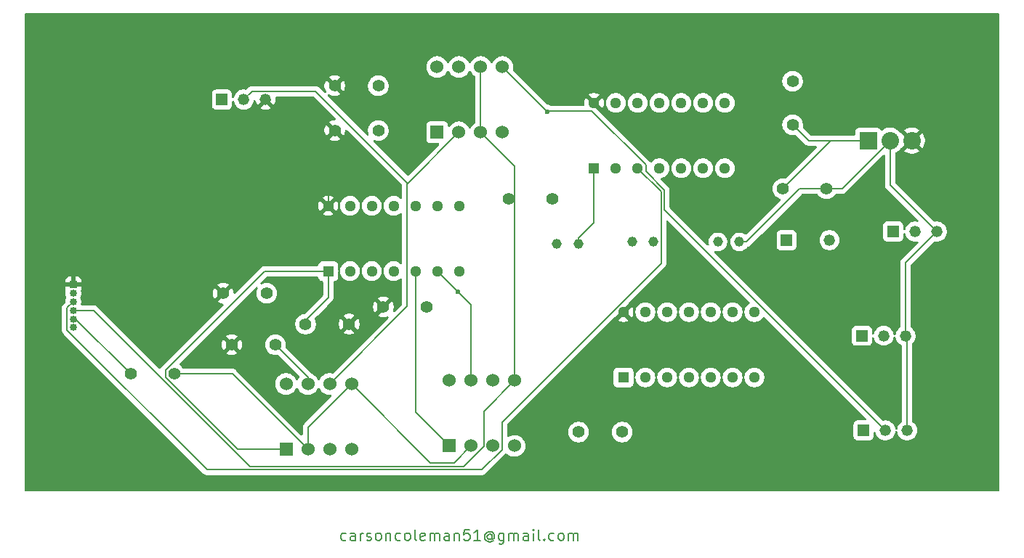
<source format=gbr>
%TF.GenerationSoftware,KiCad,Pcbnew,9.0.4*%
%TF.CreationDate,2025-12-16T09:54:38-07:00*%
%TF.ProjectId,BSPD kicad project,42535044-206b-4696-9361-642070726f6a,rev?*%
%TF.SameCoordinates,Original*%
%TF.FileFunction,Copper,L1,Top*%
%TF.FilePolarity,Positive*%
%FSLAX46Y46*%
G04 Gerber Fmt 4.6, Leading zero omitted, Abs format (unit mm)*
G04 Created by KiCad (PCBNEW 9.0.4) date 2025-12-16 09:54:38*
%MOMM*%
%LPD*%
G01*
G04 APERTURE LIST*
%TA.AperFunction,Conductor*%
%ADD10C,0.200000*%
%TD*%
%ADD11C,0.158750*%
%TA.AperFunction,NonConductor*%
%ADD12C,0.158750*%
%TD*%
%TA.AperFunction,ComponentPad*%
%ADD13C,1.320800*%
%TD*%
%TA.AperFunction,ComponentPad*%
%ADD14R,1.320800X1.320800*%
%TD*%
%TA.AperFunction,ComponentPad*%
%ADD15R,1.524000X1.524000*%
%TD*%
%TA.AperFunction,ComponentPad*%
%ADD16C,1.524000*%
%TD*%
%TA.AperFunction,ComponentPad*%
%ADD17R,0.850000X0.850000*%
%TD*%
%TA.AperFunction,ComponentPad*%
%ADD18C,0.850000*%
%TD*%
%TA.AperFunction,ComponentPad*%
%ADD19C,1.150000*%
%TD*%
%TA.AperFunction,ComponentPad*%
%ADD20C,1.400000*%
%TD*%
%TA.AperFunction,ComponentPad*%
%ADD21R,2.032000X2.032000*%
%TD*%
%TA.AperFunction,ComponentPad*%
%ADD22C,2.032000*%
%TD*%
%TA.AperFunction,ComponentPad*%
%ADD23R,1.295400X1.295400*%
%TD*%
%TA.AperFunction,ComponentPad*%
%ADD24C,1.295400*%
%TD*%
%TA.AperFunction,ViaPad*%
%ADD25C,0.600000*%
%TD*%
G04 APERTURE END LIST*
%TO.N,/12V*%
D10*
X86800000Y-57140000D02*
X200200000Y-57140000D01*
X200200000Y-112740000D01*
X86800000Y-112740000D01*
X86800000Y-57140000D01*
D11*
D12*
X124155714Y-118518795D02*
X124034762Y-118579271D01*
X124034762Y-118579271D02*
X123792857Y-118579271D01*
X123792857Y-118579271D02*
X123671905Y-118518795D01*
X123671905Y-118518795D02*
X123611428Y-118458318D01*
X123611428Y-118458318D02*
X123550952Y-118337366D01*
X123550952Y-118337366D02*
X123550952Y-117974509D01*
X123550952Y-117974509D02*
X123611428Y-117853556D01*
X123611428Y-117853556D02*
X123671905Y-117793080D01*
X123671905Y-117793080D02*
X123792857Y-117732604D01*
X123792857Y-117732604D02*
X124034762Y-117732604D01*
X124034762Y-117732604D02*
X124155714Y-117793080D01*
X125244285Y-118579271D02*
X125244285Y-117914033D01*
X125244285Y-117914033D02*
X125183809Y-117793080D01*
X125183809Y-117793080D02*
X125062857Y-117732604D01*
X125062857Y-117732604D02*
X124820952Y-117732604D01*
X124820952Y-117732604D02*
X124699999Y-117793080D01*
X125244285Y-118518795D02*
X125123333Y-118579271D01*
X125123333Y-118579271D02*
X124820952Y-118579271D01*
X124820952Y-118579271D02*
X124699999Y-118518795D01*
X124699999Y-118518795D02*
X124639523Y-118397842D01*
X124639523Y-118397842D02*
X124639523Y-118276890D01*
X124639523Y-118276890D02*
X124699999Y-118155937D01*
X124699999Y-118155937D02*
X124820952Y-118095461D01*
X124820952Y-118095461D02*
X125123333Y-118095461D01*
X125123333Y-118095461D02*
X125244285Y-118034985D01*
X125849047Y-118579271D02*
X125849047Y-117732604D01*
X125849047Y-117974509D02*
X125909524Y-117853556D01*
X125909524Y-117853556D02*
X125970000Y-117793080D01*
X125970000Y-117793080D02*
X126090952Y-117732604D01*
X126090952Y-117732604D02*
X126211905Y-117732604D01*
X126574761Y-118518795D02*
X126695714Y-118579271D01*
X126695714Y-118579271D02*
X126937618Y-118579271D01*
X126937618Y-118579271D02*
X127058571Y-118518795D01*
X127058571Y-118518795D02*
X127119047Y-118397842D01*
X127119047Y-118397842D02*
X127119047Y-118337366D01*
X127119047Y-118337366D02*
X127058571Y-118216414D01*
X127058571Y-118216414D02*
X126937618Y-118155937D01*
X126937618Y-118155937D02*
X126756190Y-118155937D01*
X126756190Y-118155937D02*
X126635237Y-118095461D01*
X126635237Y-118095461D02*
X126574761Y-117974509D01*
X126574761Y-117974509D02*
X126574761Y-117914033D01*
X126574761Y-117914033D02*
X126635237Y-117793080D01*
X126635237Y-117793080D02*
X126756190Y-117732604D01*
X126756190Y-117732604D02*
X126937618Y-117732604D01*
X126937618Y-117732604D02*
X127058571Y-117793080D01*
X127844761Y-118579271D02*
X127723809Y-118518795D01*
X127723809Y-118518795D02*
X127663332Y-118458318D01*
X127663332Y-118458318D02*
X127602856Y-118337366D01*
X127602856Y-118337366D02*
X127602856Y-117974509D01*
X127602856Y-117974509D02*
X127663332Y-117853556D01*
X127663332Y-117853556D02*
X127723809Y-117793080D01*
X127723809Y-117793080D02*
X127844761Y-117732604D01*
X127844761Y-117732604D02*
X128026190Y-117732604D01*
X128026190Y-117732604D02*
X128147142Y-117793080D01*
X128147142Y-117793080D02*
X128207618Y-117853556D01*
X128207618Y-117853556D02*
X128268094Y-117974509D01*
X128268094Y-117974509D02*
X128268094Y-118337366D01*
X128268094Y-118337366D02*
X128207618Y-118458318D01*
X128207618Y-118458318D02*
X128147142Y-118518795D01*
X128147142Y-118518795D02*
X128026190Y-118579271D01*
X128026190Y-118579271D02*
X127844761Y-118579271D01*
X128812380Y-117732604D02*
X128812380Y-118579271D01*
X128812380Y-117853556D02*
X128872857Y-117793080D01*
X128872857Y-117793080D02*
X128993809Y-117732604D01*
X128993809Y-117732604D02*
X129175238Y-117732604D01*
X129175238Y-117732604D02*
X129296190Y-117793080D01*
X129296190Y-117793080D02*
X129356666Y-117914033D01*
X129356666Y-117914033D02*
X129356666Y-118579271D01*
X130505714Y-118518795D02*
X130384762Y-118579271D01*
X130384762Y-118579271D02*
X130142857Y-118579271D01*
X130142857Y-118579271D02*
X130021905Y-118518795D01*
X130021905Y-118518795D02*
X129961428Y-118458318D01*
X129961428Y-118458318D02*
X129900952Y-118337366D01*
X129900952Y-118337366D02*
X129900952Y-117974509D01*
X129900952Y-117974509D02*
X129961428Y-117853556D01*
X129961428Y-117853556D02*
X130021905Y-117793080D01*
X130021905Y-117793080D02*
X130142857Y-117732604D01*
X130142857Y-117732604D02*
X130384762Y-117732604D01*
X130384762Y-117732604D02*
X130505714Y-117793080D01*
X131231428Y-118579271D02*
X131110476Y-118518795D01*
X131110476Y-118518795D02*
X131049999Y-118458318D01*
X131049999Y-118458318D02*
X130989523Y-118337366D01*
X130989523Y-118337366D02*
X130989523Y-117974509D01*
X130989523Y-117974509D02*
X131049999Y-117853556D01*
X131049999Y-117853556D02*
X131110476Y-117793080D01*
X131110476Y-117793080D02*
X131231428Y-117732604D01*
X131231428Y-117732604D02*
X131412857Y-117732604D01*
X131412857Y-117732604D02*
X131533809Y-117793080D01*
X131533809Y-117793080D02*
X131594285Y-117853556D01*
X131594285Y-117853556D02*
X131654761Y-117974509D01*
X131654761Y-117974509D02*
X131654761Y-118337366D01*
X131654761Y-118337366D02*
X131594285Y-118458318D01*
X131594285Y-118458318D02*
X131533809Y-118518795D01*
X131533809Y-118518795D02*
X131412857Y-118579271D01*
X131412857Y-118579271D02*
X131231428Y-118579271D01*
X132380476Y-118579271D02*
X132259524Y-118518795D01*
X132259524Y-118518795D02*
X132199047Y-118397842D01*
X132199047Y-118397842D02*
X132199047Y-117309271D01*
X133348095Y-118518795D02*
X133227143Y-118579271D01*
X133227143Y-118579271D02*
X132985238Y-118579271D01*
X132985238Y-118579271D02*
X132864285Y-118518795D01*
X132864285Y-118518795D02*
X132803809Y-118397842D01*
X132803809Y-118397842D02*
X132803809Y-117914033D01*
X132803809Y-117914033D02*
X132864285Y-117793080D01*
X132864285Y-117793080D02*
X132985238Y-117732604D01*
X132985238Y-117732604D02*
X133227143Y-117732604D01*
X133227143Y-117732604D02*
X133348095Y-117793080D01*
X133348095Y-117793080D02*
X133408571Y-117914033D01*
X133408571Y-117914033D02*
X133408571Y-118034985D01*
X133408571Y-118034985D02*
X132803809Y-118155937D01*
X133952856Y-118579271D02*
X133952856Y-117732604D01*
X133952856Y-117853556D02*
X134013333Y-117793080D01*
X134013333Y-117793080D02*
X134134285Y-117732604D01*
X134134285Y-117732604D02*
X134315714Y-117732604D01*
X134315714Y-117732604D02*
X134436666Y-117793080D01*
X134436666Y-117793080D02*
X134497142Y-117914033D01*
X134497142Y-117914033D02*
X134497142Y-118579271D01*
X134497142Y-117914033D02*
X134557618Y-117793080D01*
X134557618Y-117793080D02*
X134678571Y-117732604D01*
X134678571Y-117732604D02*
X134859999Y-117732604D01*
X134859999Y-117732604D02*
X134980952Y-117793080D01*
X134980952Y-117793080D02*
X135041428Y-117914033D01*
X135041428Y-117914033D02*
X135041428Y-118579271D01*
X136190475Y-118579271D02*
X136190475Y-117914033D01*
X136190475Y-117914033D02*
X136129999Y-117793080D01*
X136129999Y-117793080D02*
X136009047Y-117732604D01*
X136009047Y-117732604D02*
X135767142Y-117732604D01*
X135767142Y-117732604D02*
X135646189Y-117793080D01*
X136190475Y-118518795D02*
X136069523Y-118579271D01*
X136069523Y-118579271D02*
X135767142Y-118579271D01*
X135767142Y-118579271D02*
X135646189Y-118518795D01*
X135646189Y-118518795D02*
X135585713Y-118397842D01*
X135585713Y-118397842D02*
X135585713Y-118276890D01*
X135585713Y-118276890D02*
X135646189Y-118155937D01*
X135646189Y-118155937D02*
X135767142Y-118095461D01*
X135767142Y-118095461D02*
X136069523Y-118095461D01*
X136069523Y-118095461D02*
X136190475Y-118034985D01*
X136795237Y-117732604D02*
X136795237Y-118579271D01*
X136795237Y-117853556D02*
X136855714Y-117793080D01*
X136855714Y-117793080D02*
X136976666Y-117732604D01*
X136976666Y-117732604D02*
X137158095Y-117732604D01*
X137158095Y-117732604D02*
X137279047Y-117793080D01*
X137279047Y-117793080D02*
X137339523Y-117914033D01*
X137339523Y-117914033D02*
X137339523Y-118579271D01*
X138549047Y-117309271D02*
X137944285Y-117309271D01*
X137944285Y-117309271D02*
X137883809Y-117914033D01*
X137883809Y-117914033D02*
X137944285Y-117853556D01*
X137944285Y-117853556D02*
X138065238Y-117793080D01*
X138065238Y-117793080D02*
X138367619Y-117793080D01*
X138367619Y-117793080D02*
X138488571Y-117853556D01*
X138488571Y-117853556D02*
X138549047Y-117914033D01*
X138549047Y-117914033D02*
X138609524Y-118034985D01*
X138609524Y-118034985D02*
X138609524Y-118337366D01*
X138609524Y-118337366D02*
X138549047Y-118458318D01*
X138549047Y-118458318D02*
X138488571Y-118518795D01*
X138488571Y-118518795D02*
X138367619Y-118579271D01*
X138367619Y-118579271D02*
X138065238Y-118579271D01*
X138065238Y-118579271D02*
X137944285Y-118518795D01*
X137944285Y-118518795D02*
X137883809Y-118458318D01*
X139819048Y-118579271D02*
X139093333Y-118579271D01*
X139456190Y-118579271D02*
X139456190Y-117309271D01*
X139456190Y-117309271D02*
X139335238Y-117490699D01*
X139335238Y-117490699D02*
X139214286Y-117611652D01*
X139214286Y-117611652D02*
X139093333Y-117672128D01*
X141149524Y-117974509D02*
X141089048Y-117914033D01*
X141089048Y-117914033D02*
X140968095Y-117853556D01*
X140968095Y-117853556D02*
X140847143Y-117853556D01*
X140847143Y-117853556D02*
X140726191Y-117914033D01*
X140726191Y-117914033D02*
X140665714Y-117974509D01*
X140665714Y-117974509D02*
X140605238Y-118095461D01*
X140605238Y-118095461D02*
X140605238Y-118216414D01*
X140605238Y-118216414D02*
X140665714Y-118337366D01*
X140665714Y-118337366D02*
X140726191Y-118397842D01*
X140726191Y-118397842D02*
X140847143Y-118458318D01*
X140847143Y-118458318D02*
X140968095Y-118458318D01*
X140968095Y-118458318D02*
X141089048Y-118397842D01*
X141089048Y-118397842D02*
X141149524Y-118337366D01*
X141149524Y-117853556D02*
X141149524Y-118337366D01*
X141149524Y-118337366D02*
X141210000Y-118397842D01*
X141210000Y-118397842D02*
X141270476Y-118397842D01*
X141270476Y-118397842D02*
X141391429Y-118337366D01*
X141391429Y-118337366D02*
X141451905Y-118216414D01*
X141451905Y-118216414D02*
X141451905Y-117914033D01*
X141451905Y-117914033D02*
X141330953Y-117732604D01*
X141330953Y-117732604D02*
X141149524Y-117611652D01*
X141149524Y-117611652D02*
X140907619Y-117551175D01*
X140907619Y-117551175D02*
X140665714Y-117611652D01*
X140665714Y-117611652D02*
X140484286Y-117732604D01*
X140484286Y-117732604D02*
X140363333Y-117914033D01*
X140363333Y-117914033D02*
X140302857Y-118155937D01*
X140302857Y-118155937D02*
X140363333Y-118397842D01*
X140363333Y-118397842D02*
X140484286Y-118579271D01*
X140484286Y-118579271D02*
X140665714Y-118700223D01*
X140665714Y-118700223D02*
X140907619Y-118760699D01*
X140907619Y-118760699D02*
X141149524Y-118700223D01*
X141149524Y-118700223D02*
X141330953Y-118579271D01*
X142540476Y-117732604D02*
X142540476Y-118760699D01*
X142540476Y-118760699D02*
X142480000Y-118881652D01*
X142480000Y-118881652D02*
X142419524Y-118942128D01*
X142419524Y-118942128D02*
X142298571Y-119002604D01*
X142298571Y-119002604D02*
X142117143Y-119002604D01*
X142117143Y-119002604D02*
X141996190Y-118942128D01*
X142540476Y-118518795D02*
X142419524Y-118579271D01*
X142419524Y-118579271D02*
X142177619Y-118579271D01*
X142177619Y-118579271D02*
X142056667Y-118518795D01*
X142056667Y-118518795D02*
X141996190Y-118458318D01*
X141996190Y-118458318D02*
X141935714Y-118337366D01*
X141935714Y-118337366D02*
X141935714Y-117974509D01*
X141935714Y-117974509D02*
X141996190Y-117853556D01*
X141996190Y-117853556D02*
X142056667Y-117793080D01*
X142056667Y-117793080D02*
X142177619Y-117732604D01*
X142177619Y-117732604D02*
X142419524Y-117732604D01*
X142419524Y-117732604D02*
X142540476Y-117793080D01*
X143145238Y-118579271D02*
X143145238Y-117732604D01*
X143145238Y-117853556D02*
X143205715Y-117793080D01*
X143205715Y-117793080D02*
X143326667Y-117732604D01*
X143326667Y-117732604D02*
X143508096Y-117732604D01*
X143508096Y-117732604D02*
X143629048Y-117793080D01*
X143629048Y-117793080D02*
X143689524Y-117914033D01*
X143689524Y-117914033D02*
X143689524Y-118579271D01*
X143689524Y-117914033D02*
X143750000Y-117793080D01*
X143750000Y-117793080D02*
X143870953Y-117732604D01*
X143870953Y-117732604D02*
X144052381Y-117732604D01*
X144052381Y-117732604D02*
X144173334Y-117793080D01*
X144173334Y-117793080D02*
X144233810Y-117914033D01*
X144233810Y-117914033D02*
X144233810Y-118579271D01*
X145382857Y-118579271D02*
X145382857Y-117914033D01*
X145382857Y-117914033D02*
X145322381Y-117793080D01*
X145322381Y-117793080D02*
X145201429Y-117732604D01*
X145201429Y-117732604D02*
X144959524Y-117732604D01*
X144959524Y-117732604D02*
X144838571Y-117793080D01*
X145382857Y-118518795D02*
X145261905Y-118579271D01*
X145261905Y-118579271D02*
X144959524Y-118579271D01*
X144959524Y-118579271D02*
X144838571Y-118518795D01*
X144838571Y-118518795D02*
X144778095Y-118397842D01*
X144778095Y-118397842D02*
X144778095Y-118276890D01*
X144778095Y-118276890D02*
X144838571Y-118155937D01*
X144838571Y-118155937D02*
X144959524Y-118095461D01*
X144959524Y-118095461D02*
X145261905Y-118095461D01*
X145261905Y-118095461D02*
X145382857Y-118034985D01*
X145987619Y-118579271D02*
X145987619Y-117732604D01*
X145987619Y-117309271D02*
X145927143Y-117369747D01*
X145927143Y-117369747D02*
X145987619Y-117430223D01*
X145987619Y-117430223D02*
X146048096Y-117369747D01*
X146048096Y-117369747D02*
X145987619Y-117309271D01*
X145987619Y-117309271D02*
X145987619Y-117430223D01*
X146773810Y-118579271D02*
X146652858Y-118518795D01*
X146652858Y-118518795D02*
X146592381Y-118397842D01*
X146592381Y-118397842D02*
X146592381Y-117309271D01*
X147257619Y-118458318D02*
X147318096Y-118518795D01*
X147318096Y-118518795D02*
X147257619Y-118579271D01*
X147257619Y-118579271D02*
X147197143Y-118518795D01*
X147197143Y-118518795D02*
X147257619Y-118458318D01*
X147257619Y-118458318D02*
X147257619Y-118579271D01*
X148406667Y-118518795D02*
X148285715Y-118579271D01*
X148285715Y-118579271D02*
X148043810Y-118579271D01*
X148043810Y-118579271D02*
X147922858Y-118518795D01*
X147922858Y-118518795D02*
X147862381Y-118458318D01*
X147862381Y-118458318D02*
X147801905Y-118337366D01*
X147801905Y-118337366D02*
X147801905Y-117974509D01*
X147801905Y-117974509D02*
X147862381Y-117853556D01*
X147862381Y-117853556D02*
X147922858Y-117793080D01*
X147922858Y-117793080D02*
X148043810Y-117732604D01*
X148043810Y-117732604D02*
X148285715Y-117732604D01*
X148285715Y-117732604D02*
X148406667Y-117793080D01*
X149132381Y-118579271D02*
X149011429Y-118518795D01*
X149011429Y-118518795D02*
X148950952Y-118458318D01*
X148950952Y-118458318D02*
X148890476Y-118337366D01*
X148890476Y-118337366D02*
X148890476Y-117974509D01*
X148890476Y-117974509D02*
X148950952Y-117853556D01*
X148950952Y-117853556D02*
X149011429Y-117793080D01*
X149011429Y-117793080D02*
X149132381Y-117732604D01*
X149132381Y-117732604D02*
X149313810Y-117732604D01*
X149313810Y-117732604D02*
X149434762Y-117793080D01*
X149434762Y-117793080D02*
X149495238Y-117853556D01*
X149495238Y-117853556D02*
X149555714Y-117974509D01*
X149555714Y-117974509D02*
X149555714Y-118337366D01*
X149555714Y-118337366D02*
X149495238Y-118458318D01*
X149495238Y-118458318D02*
X149434762Y-118518795D01*
X149434762Y-118518795D02*
X149313810Y-118579271D01*
X149313810Y-118579271D02*
X149132381Y-118579271D01*
X150100000Y-118579271D02*
X150100000Y-117732604D01*
X150100000Y-117853556D02*
X150160477Y-117793080D01*
X150160477Y-117793080D02*
X150281429Y-117732604D01*
X150281429Y-117732604D02*
X150462858Y-117732604D01*
X150462858Y-117732604D02*
X150583810Y-117793080D01*
X150583810Y-117793080D02*
X150644286Y-117914033D01*
X150644286Y-117914033D02*
X150644286Y-118579271D01*
X150644286Y-117914033D02*
X150704762Y-117793080D01*
X150704762Y-117793080D02*
X150825715Y-117732604D01*
X150825715Y-117732604D02*
X151007143Y-117732604D01*
X151007143Y-117732604D02*
X151128096Y-117793080D01*
X151128096Y-117793080D02*
X151188572Y-117914033D01*
X151188572Y-117914033D02*
X151188572Y-118579271D01*
%TD*%
D13*
%TO.P,P4,1,1*%
%TO.N,/6V*%
X189540000Y-105740000D03*
%TO.P,P4,2,2*%
%TO.N,/0.1V*%
X187000000Y-105740000D03*
D14*
%TO.P,P4,3,3*%
%TO.N,GND*%
X184460000Y-105740000D03*
%TD*%
D15*
%TO.P,U2,1,OUT*%
%TO.N,/Current_0.1_output*%
X117190000Y-107950000D03*
D16*
%TO.P,U2,2,IN-*%
%TO.N,Net-(U2A-IN-)*%
X119730000Y-107950000D03*
%TO.P,U2,3,IN+*%
%TO.N,/0.1V*%
X122270000Y-107950000D03*
%TO.P,U2,4*%
%TO.N,N/C*%
X124810000Y-107950000D03*
%TO.P,U2,5,IN+*%
%TO.N,Net-(U2A-IN-)*%
X124810000Y-100330000D03*
%TO.P,U2,6,IN-*%
%TO.N,/9V*%
X122270000Y-100330000D03*
%TO.P,U2,7,OUT*%
%TO.N,/Current_9V_output*%
X119730000Y-100330000D03*
%TO.P,U2,8*%
%TO.N,N/C*%
X117190000Y-100330000D03*
%TD*%
D17*
%TO.P,J1,1*%
%TO.N,/12V*%
X92400000Y-88740000D03*
D18*
%TO.P,J1,2*%
%TO.N,unconnected-(J1-Pad2)*%
X92400000Y-89740000D03*
%TO.P,J1,3*%
%TO.N,/Accumulator Disconnect*%
X92400000Y-90740000D03*
%TO.P,J1,4*%
%TO.N,/Brake Pressure Sensor*%
X92400000Y-91740000D03*
%TO.P,J1,5*%
%TO.N,/Current Sensor*%
X92400000Y-92740000D03*
%TO.P,J1,6*%
%TO.N,GND*%
X92400000Y-93740000D03*
%TD*%
D19*
%TO.P,C2,1*%
%TO.N,GND*%
X167500000Y-83740000D03*
%TO.P,C2,2*%
%TO.N,/6V*%
X170000000Y-83740000D03*
%TD*%
D20*
%TO.P,R6,1*%
%TO.N,/12V*%
X122860000Y-70740000D03*
%TO.P,R6,2*%
%TO.N,/Brake_9V_output*%
X127940000Y-70740000D03*
%TD*%
%TO.P,R2VR1,1*%
%TO.N,GND*%
X176200000Y-65000000D03*
%TO.P,R2VR1,2*%
%TO.N,Net-(U1-ADJ)*%
X176200000Y-70080000D03*
%TD*%
D15*
%TO.P,U4,1,OUT*%
%TO.N,/Brake_9V_output*%
X134780000Y-70960000D03*
D16*
%TO.P,U4,2,IN-*%
%TO.N,/9V*%
X137320000Y-70960000D03*
%TO.P,U4,3,IN+*%
%TO.N,/Brake Pressure Sensor*%
X139860000Y-70960000D03*
%TO.P,U4,4*%
%TO.N,N/C*%
X142400000Y-70960000D03*
%TO.P,U4,5,IN+*%
%TO.N,/0.1V*%
X142400000Y-63340000D03*
%TO.P,U4,6,IN-*%
%TO.N,/Brake Pressure Sensor*%
X139860000Y-63340000D03*
%TO.P,U4,7,OUT*%
%TO.N,/Brake_0.1V_output*%
X137320000Y-63340000D03*
%TO.P,U4,8*%
%TO.N,N/C*%
X134780000Y-63340000D03*
%TD*%
D21*
%TO.P,U1,1,ADJ*%
%TO.N,Net-(U1-ADJ)*%
X185000000Y-71940000D03*
D22*
%TO.P,U1,2,OUTPUT*%
%TO.N,/6V*%
X187550000Y-71940000D03*
%TO.P,U1,3,INPUT*%
%TO.N,/12V*%
X190100000Y-71940000D03*
%TD*%
D20*
%TO.P,R2,1*%
%TO.N,/12V*%
X124540000Y-93340000D03*
%TO.P,R2,2*%
%TO.N,/Current_0.1_output*%
X119460000Y-93340000D03*
%TD*%
%TO.P,R3,1*%
%TO.N,/12V*%
X110860000Y-95740000D03*
%TO.P,R3,2*%
%TO.N,/Current_9V_output*%
X115940000Y-95740000D03*
%TD*%
D14*
%TO.P,C1,1*%
%TO.N,GND*%
X175500005Y-83540000D03*
D13*
%TO.P,C1,2*%
%TO.N,unconnected-(C1-Pad2)*%
X180499995Y-83540000D03*
%TD*%
D20*
%TO.P,R1VR1,1*%
%TO.N,Net-(U1-ADJ)*%
X175060000Y-77540000D03*
%TO.P,R1VR1,2*%
%TO.N,/6V*%
X180140000Y-77540000D03*
%TD*%
%TO.P,R8,1*%
%TO.N,/Current{slash}Brake 0.1V{slash}9V NOR*%
X156340000Y-105940000D03*
%TO.P,R8,2*%
%TO.N,Net-(U7-A)*%
X151260000Y-105940000D03*
%TD*%
D23*
%TO.P,U6,1,A*%
%TO.N,/Current 0.1V OR Current 9V_output*%
X156500000Y-99560000D03*
D24*
%TO.P,U6,2,B*%
%TO.N,/Brake 0.1V OR Brake 9V_output*%
X159040000Y-99560000D03*
%TO.P,U6,3,J*%
%TO.N,/Current{slash}Brake 0.1V{slash}9V NOR*%
X161580000Y-99560000D03*
%TO.P,U6,4,K*%
%TO.N,unconnected-(U6-K-Pad4)*%
X164120000Y-99560000D03*
%TO.P,U6,5,C*%
%TO.N,GND*%
X166660000Y-99560000D03*
%TO.P,U6,6,D*%
X169200000Y-99560000D03*
%TO.P,U6,7,VSS*%
X171740000Y-99560000D03*
%TO.P,U6,8,E*%
X171740000Y-91940000D03*
%TO.P,U6,9,F*%
X169200000Y-91940000D03*
%TO.P,U6,10,L*%
%TO.N,unconnected-(U6-L-Pad10)*%
X166660000Y-91940000D03*
%TO.P,U6,11,M*%
%TO.N,unconnected-(U6-M-Pad11)*%
X164120000Y-91940000D03*
%TO.P,U6,12,G*%
%TO.N,GND*%
X161580000Y-91940000D03*
%TO.P,U6,13,H*%
X159040000Y-91940000D03*
%TO.P,U6,14,VDD*%
%TO.N,/12V*%
X156500000Y-91940000D03*
%TD*%
D20*
%TO.P,R7,1*%
%TO.N,/12V*%
X122860000Y-65540000D03*
%TO.P,R7,2*%
%TO.N,/Brake_0.1V_output*%
X127940000Y-65540000D03*
%TD*%
%TO.P,R5,1*%
%TO.N,/12V*%
X128520000Y-91340000D03*
%TO.P,R5,2*%
%TO.N,/Brake_4V_output*%
X133600000Y-91340000D03*
%TD*%
%TO.P,R1,1*%
%TO.N,/Current Sensor*%
X99060000Y-99140000D03*
%TO.P,R1,2*%
%TO.N,Net-(U2A-IN-)*%
X104140000Y-99140000D03*
%TD*%
D23*
%TO.P,U5,1,B*%
%TO.N,/Current_0.1_output*%
X122100000Y-87160000D03*
D24*
%TO.P,U5,2,A*%
%TO.N,/current_9V_output*%
X124640000Y-87160000D03*
%TO.P,U5,3,J*%
%TO.N,/Current 0.1V OR Current 9V_output*%
X127180000Y-87160000D03*
%TO.P,U5,4,K*%
%TO.N,/Current 5.1V OR Brake 4V_output*%
X129720000Y-87160000D03*
%TO.P,U5,5,D*%
%TO.N,/Current_5.1V_output*%
X132260000Y-87160000D03*
%TO.P,U5,6,C*%
%TO.N,/Brake_4V_output*%
X134800000Y-87160000D03*
%TO.P,U5,7,VSS*%
%TO.N,GND*%
X137340000Y-87160000D03*
%TO.P,U5,8,F*%
%TO.N,/Brake_9V_output*%
X137340000Y-79540000D03*
%TO.P,U5,9,E*%
%TO.N,/Brake_0.1V_output*%
X134800000Y-79540000D03*
%TO.P,U5,10,L*%
%TO.N,/Brake 0.1V OR Brake 9V_output*%
X132260000Y-79540000D03*
%TO.P,U5,11,M*%
%TO.N,unconnected-(U5-M-Pad11)*%
X129720000Y-79540000D03*
%TO.P,U5,12,H*%
%TO.N,GND*%
X127180000Y-79540000D03*
%TO.P,U5,13,G*%
X124640000Y-79540000D03*
%TO.P,U5,14,VDD*%
%TO.N,/12V*%
X122100000Y-79540000D03*
%TD*%
D13*
%TO.P,P1,1,1*%
%TO.N,/12V*%
X114800000Y-67140000D03*
%TO.P,P1,2,2*%
%TO.N,/9V*%
X112260000Y-67140000D03*
D14*
%TO.P,P1,3,3*%
%TO.N,GND*%
X109720000Y-67140000D03*
%TD*%
D19*
%TO.P,C3,1*%
%TO.N,GND*%
X148750000Y-83940000D03*
%TO.P,C3,2*%
%TO.N,Net-(U7-A)*%
X151250000Y-83940000D03*
%TD*%
%TO.P,C4,1*%
%TO.N,GND*%
X157500000Y-83740000D03*
%TO.P,C4,2*%
%TO.N,Net-(U7-B)*%
X160000000Y-83740000D03*
%TD*%
D23*
%TO.P,U7,1,A*%
%TO.N,Net-(U7-A)*%
X153060000Y-75160000D03*
D24*
%TO.P,U7,2,B*%
%TO.N,Net-(U7-B)*%
X155600000Y-75160000D03*
%TO.P,U7,3,J*%
%TO.N,/Accumulator Disconnect*%
X158140000Y-75160000D03*
%TO.P,U7,4,K*%
%TO.N,unconnected-(U7-K-Pad4)*%
X160680000Y-75160000D03*
%TO.P,U7,5,C*%
%TO.N,GND*%
X163220000Y-75160000D03*
%TO.P,U7,6,D*%
X165760000Y-75160000D03*
%TO.P,U7,7,VSS*%
X168300000Y-75160000D03*
%TO.P,U7,8,E*%
X168300000Y-67540000D03*
%TO.P,U7,9,F*%
X165760000Y-67540000D03*
%TO.P,U7,10,L*%
%TO.N,unconnected-(U7-L-Pad10)*%
X163220000Y-67540000D03*
%TO.P,U7,11,M*%
%TO.N,unconnected-(U7-M-Pad11)*%
X160680000Y-67540000D03*
%TO.P,U7,12,G*%
%TO.N,GND*%
X158140000Y-67540000D03*
%TO.P,U7,13,H*%
X155600000Y-67540000D03*
%TO.P,U7,14,VDD*%
%TO.N,/12V*%
X153060000Y-67540000D03*
%TD*%
D13*
%TO.P,P2,1,1*%
%TO.N,/6V*%
X193000000Y-82540000D03*
%TO.P,P2,2,2*%
%TO.N,/4V*%
X190460000Y-82540000D03*
D14*
%TO.P,P2,3,3*%
%TO.N,GND*%
X187920000Y-82540000D03*
%TD*%
D20*
%TO.P,R9,1*%
%TO.N,/Current 5.1V OR Brake 4V_output*%
X143120000Y-78740000D03*
%TO.P,R9,2*%
%TO.N,Net-(U7-B)*%
X148200000Y-78740000D03*
%TD*%
D15*
%TO.P,U3,1,OUT*%
%TO.N,/Current_5.1V_output*%
X136190000Y-107550000D03*
D16*
%TO.P,U3,2,IN-*%
%TO.N,Net-(U2A-IN-)*%
X138730000Y-107550000D03*
%TO.P,U3,3,IN+*%
%TO.N,/5.1V*%
X141270000Y-107550000D03*
%TO.P,U3,4*%
%TO.N,N/C*%
X143810000Y-107550000D03*
%TO.P,U3,5,IN+*%
%TO.N,/Brake Pressure Sensor*%
X143810000Y-99930000D03*
%TO.P,U3,6,IN-*%
%TO.N,/4V*%
X141270000Y-99930000D03*
%TO.P,U3,7,OUT*%
%TO.N,/Brake_4V_output*%
X138730000Y-99930000D03*
%TO.P,U3,8*%
%TO.N,N/C*%
X136190000Y-99930000D03*
%TD*%
D20*
%TO.P,R4,1*%
%TO.N,/12V*%
X109860000Y-89740000D03*
%TO.P,R4,2*%
%TO.N,/Current_5.1V_output*%
X114940000Y-89740000D03*
%TD*%
D13*
%TO.P,P3,1,1*%
%TO.N,/6V*%
X189352700Y-94705000D03*
%TO.P,P3,2,2*%
%TO.N,/5.1V*%
X186812700Y-94705000D03*
D14*
%TO.P,P3,3,3*%
%TO.N,GND*%
X184272700Y-94705000D03*
%TD*%
D25*
%TO.N,/0.1V*%
X147600000Y-68540000D03*
%TO.N,/Brake_4V_output*%
X137200000Y-89540000D03*
%TD*%
D10*
%TO.N,/6V*%
X180140000Y-77540000D02*
X181950000Y-77540000D01*
X189540000Y-94527300D02*
X189540000Y-105740000D01*
X187550000Y-77090000D02*
X193000000Y-82540000D01*
X170000000Y-83740000D02*
X170813172Y-83740000D01*
X193000000Y-82540000D02*
X189352700Y-86187300D01*
X189352700Y-94340000D02*
X189540000Y-94527300D01*
X177013172Y-77540000D02*
X180140000Y-77540000D01*
X181950000Y-77540000D02*
X187550000Y-71940000D01*
X189352700Y-86187300D02*
X189352700Y-94340000D01*
X170813172Y-83740000D02*
X177013172Y-77540000D01*
X187550000Y-71940000D02*
X187550000Y-77090000D01*
X189352700Y-94705000D02*
X189352700Y-94340000D01*
%TO.N,Net-(U7-A)*%
X151250000Y-83940000D02*
X151250000Y-83290000D01*
X153060000Y-81480000D02*
X153060000Y-75160000D01*
X151250000Y-83290000D02*
X153060000Y-81480000D01*
%TO.N,/Current Sensor*%
X92400000Y-92740000D02*
X92660000Y-92740000D01*
X92660000Y-92740000D02*
X99060000Y-99140000D01*
%TO.N,/Accumulator Disconnect*%
X92373280Y-90740000D02*
X91674000Y-91439280D01*
X107975280Y-110342000D02*
X139981310Y-110342000D01*
X139981310Y-110342000D02*
X142333000Y-107990310D01*
X142333000Y-107990310D02*
X142333000Y-104765335D01*
X91674000Y-94040720D02*
X107975280Y-110342000D01*
X92400000Y-90740000D02*
X92373280Y-90740000D01*
X160876000Y-77896000D02*
X158140000Y-75160000D01*
X91674000Y-91439280D02*
X91674000Y-94040720D01*
X142333000Y-104765335D02*
X160876000Y-86222335D01*
X160876000Y-86222335D02*
X160876000Y-77896000D01*
%TO.N,/12V*%
X122100000Y-74440000D02*
X122100000Y-79540000D01*
X114800000Y-67140000D02*
X122100000Y-74440000D01*
%TO.N,/Brake Pressure Sensor*%
X143810000Y-99930000D02*
X143810000Y-74910000D01*
X140207000Y-103533000D02*
X143810000Y-99930000D01*
X139800000Y-63340000D02*
X139860000Y-63400000D01*
X139860000Y-63340000D02*
X139800000Y-63340000D01*
X140207000Y-107576310D02*
X140207000Y-103533000D01*
X139860000Y-63400000D02*
X139860000Y-70960000D01*
X112958272Y-109941000D02*
X137842310Y-109941000D01*
X143810000Y-74910000D02*
X139860000Y-70960000D01*
X137842310Y-109941000D02*
X140207000Y-107576310D01*
X94757272Y-91740000D02*
X112958272Y-109941000D01*
X92400000Y-91740000D02*
X94757272Y-91740000D01*
%TO.N,/9V*%
X120638600Y-66178600D02*
X131370000Y-76910000D01*
X131370000Y-76910000D02*
X137320000Y-70960000D01*
X112260000Y-67140000D02*
X113221400Y-66178600D01*
X131311300Y-91288700D02*
X131311300Y-76968700D01*
X122270000Y-100330000D02*
X131311300Y-91288700D01*
X131311300Y-76968700D02*
X131370000Y-76910000D01*
X113221400Y-66178600D02*
X120638600Y-66178600D01*
%TO.N,/0.1V*%
X152810365Y-68488700D02*
X147548700Y-68488700D01*
X161277000Y-77729900D02*
X159088700Y-75541600D01*
X159088700Y-75541600D02*
X159088700Y-74767035D01*
X159088700Y-74767035D02*
X152810365Y-68488700D01*
X147548700Y-68488700D02*
X142400000Y-63340000D01*
X187000000Y-105740000D02*
X161277000Y-80017000D01*
X161277000Y-80017000D02*
X161277000Y-77729900D01*
%TO.N,Net-(U2A-IN-)*%
X134020000Y-109540000D02*
X136740000Y-109540000D01*
X110920000Y-99140000D02*
X104140000Y-99140000D01*
X124810000Y-100330000D02*
X119730000Y-105410000D01*
X124810000Y-100330000D02*
X134020000Y-109540000D01*
X119730000Y-107950000D02*
X110920000Y-99140000D01*
X136740000Y-109540000D02*
X138730000Y-107550000D01*
X119730000Y-105410000D02*
X119730000Y-107950000D01*
%TO.N,Net-(U1-ADJ)*%
X180800000Y-71940000D02*
X180660000Y-71940000D01*
X180660000Y-71940000D02*
X175060000Y-77540000D01*
X176200000Y-70080000D02*
X178060000Y-71940000D01*
X178060000Y-71940000D02*
X180800000Y-71940000D01*
X185000000Y-71940000D02*
X180800000Y-71940000D01*
%TO.N,/Current_0.1_output*%
X119400000Y-93340000D02*
X119400000Y-92940000D01*
X117190000Y-107950000D02*
X111534372Y-107950000D01*
X119600000Y-93340000D02*
X119800000Y-93540000D01*
X119460000Y-93340000D02*
X119600000Y-93340000D01*
X103139000Y-98725372D02*
X114704372Y-87160000D01*
X103139000Y-99554628D02*
X103139000Y-98725372D01*
X119400000Y-92940000D02*
X122100000Y-90240000D01*
X111534372Y-107950000D02*
X103139000Y-99554628D01*
X114704372Y-87160000D02*
X122100000Y-87160000D01*
X119460000Y-93340000D02*
X119400000Y-93340000D01*
X122100000Y-90240000D02*
X122100000Y-87160000D01*
%TO.N,/Current_9V_output*%
X119730000Y-100330000D02*
X119730000Y-99530000D01*
X119730000Y-99530000D02*
X115940000Y-95740000D01*
%TO.N,/Current_5.1V_output*%
X132260000Y-87160000D02*
X132260000Y-103620000D01*
X132260000Y-103620000D02*
X136190000Y-107550000D01*
%TO.N,/Brake_4V_output*%
X138730000Y-91090000D02*
X138730000Y-99930000D01*
X134800000Y-87160000D02*
X138730000Y-91090000D01*
%TD*%
%TA.AperFunction,Conductor*%
%TO.N,/12V*%
G36*
X200143039Y-57159685D02*
G01*
X200188794Y-57212489D01*
X200200000Y-57264000D01*
X200200000Y-112616000D01*
X200180315Y-112683039D01*
X200127511Y-112728794D01*
X200076000Y-112740000D01*
X86924000Y-112740000D01*
X86856961Y-112720315D01*
X86811206Y-112667511D01*
X86800000Y-112616000D01*
X86800000Y-94119774D01*
X91073498Y-94119774D01*
X91114423Y-94272505D01*
X91127708Y-94295515D01*
X91193477Y-94409432D01*
X91193481Y-94409437D01*
X91312349Y-94528305D01*
X91312355Y-94528310D01*
X107490419Y-110706374D01*
X107490429Y-110706385D01*
X107494759Y-110710715D01*
X107494760Y-110710716D01*
X107606564Y-110822520D01*
X107693375Y-110872639D01*
X107693377Y-110872641D01*
X107743493Y-110901576D01*
X107743495Y-110901577D01*
X107896222Y-110942500D01*
X107896223Y-110942500D01*
X139894641Y-110942500D01*
X139894657Y-110942501D01*
X139902253Y-110942501D01*
X140060364Y-110942501D01*
X140060367Y-110942501D01*
X140213095Y-110901577D01*
X140263214Y-110872639D01*
X140350026Y-110822520D01*
X140461830Y-110710716D01*
X140461830Y-110710714D01*
X140472038Y-110700507D01*
X140472040Y-110700504D01*
X142701713Y-108470831D01*
X142701716Y-108470830D01*
X142735873Y-108436672D01*
X142768671Y-108418764D01*
X142797191Y-108403191D01*
X142797192Y-108403191D01*
X142797195Y-108403190D01*
X142842008Y-108406396D01*
X142866882Y-108408175D01*
X142866883Y-108408175D01*
X142866886Y-108408176D01*
X142866900Y-108408187D01*
X142911231Y-108436676D01*
X142987536Y-108512981D01*
X143148306Y-108629787D01*
X143203035Y-108657673D01*
X143325367Y-108720005D01*
X143325370Y-108720006D01*
X143410731Y-108747741D01*
X143514364Y-108781413D01*
X143710639Y-108812500D01*
X143710640Y-108812500D01*
X143909360Y-108812500D01*
X143909361Y-108812500D01*
X144105636Y-108781413D01*
X144294632Y-108720005D01*
X144471694Y-108629787D01*
X144632464Y-108512981D01*
X144772981Y-108372464D01*
X144889787Y-108211694D01*
X144980005Y-108034632D01*
X145041413Y-107845636D01*
X145072500Y-107649361D01*
X145072500Y-107450639D01*
X145041413Y-107254364D01*
X145004298Y-107140135D01*
X144980006Y-107065370D01*
X144980005Y-107065367D01*
X144896203Y-106900898D01*
X144889787Y-106888306D01*
X144772981Y-106727536D01*
X144632464Y-106587019D01*
X144471694Y-106470213D01*
X144431932Y-106449953D01*
X144294632Y-106379994D01*
X144294629Y-106379993D01*
X144105637Y-106318587D01*
X144007498Y-106303043D01*
X143909361Y-106287500D01*
X143710639Y-106287500D01*
X143645214Y-106297862D01*
X143514362Y-106318587D01*
X143325370Y-106379993D01*
X143325367Y-106379994D01*
X143148304Y-106470214D01*
X143130383Y-106483234D01*
X143064577Y-106506712D01*
X142996523Y-106490885D01*
X142947829Y-106440779D01*
X142933500Y-106382914D01*
X142933500Y-105845513D01*
X150059500Y-105845513D01*
X150059500Y-106034486D01*
X150089059Y-106221118D01*
X150147454Y-106400836D01*
X150201998Y-106507883D01*
X150233240Y-106569199D01*
X150344310Y-106722073D01*
X150477927Y-106855690D01*
X150630801Y-106966760D01*
X150670562Y-106987019D01*
X150799163Y-107052545D01*
X150799165Y-107052545D01*
X150799168Y-107052547D01*
X150885250Y-107080517D01*
X150978881Y-107110940D01*
X151165514Y-107140500D01*
X151165519Y-107140500D01*
X151354486Y-107140500D01*
X151541118Y-107110940D01*
X151573507Y-107100416D01*
X151720832Y-107052547D01*
X151889199Y-106966760D01*
X152042073Y-106855690D01*
X152175690Y-106722073D01*
X152286760Y-106569199D01*
X152372547Y-106400832D01*
X152430940Y-106221118D01*
X152436561Y-106185631D01*
X152460500Y-106034486D01*
X152460500Y-105845513D01*
X155139500Y-105845513D01*
X155139500Y-106034486D01*
X155169059Y-106221118D01*
X155227454Y-106400836D01*
X155281998Y-106507883D01*
X155313240Y-106569199D01*
X155424310Y-106722073D01*
X155557927Y-106855690D01*
X155710801Y-106966760D01*
X155750562Y-106987019D01*
X155879163Y-107052545D01*
X155879165Y-107052545D01*
X155879168Y-107052547D01*
X155965250Y-107080517D01*
X156058881Y-107110940D01*
X156245514Y-107140500D01*
X156245519Y-107140500D01*
X156434486Y-107140500D01*
X156621118Y-107110940D01*
X156653507Y-107100416D01*
X156800832Y-107052547D01*
X156969199Y-106966760D01*
X157122073Y-106855690D01*
X157255690Y-106722073D01*
X157366760Y-106569199D01*
X157452547Y-106400832D01*
X157510940Y-106221118D01*
X157516561Y-106185631D01*
X157540500Y-106034486D01*
X157540500Y-105845513D01*
X157510940Y-105658881D01*
X157459010Y-105499059D01*
X157452547Y-105479168D01*
X157452545Y-105479165D01*
X157452545Y-105479163D01*
X157407290Y-105390347D01*
X157366760Y-105310801D01*
X157255690Y-105157927D01*
X157122073Y-105024310D01*
X156969199Y-104913240D01*
X156800836Y-104827454D01*
X156621118Y-104769059D01*
X156434486Y-104739500D01*
X156434481Y-104739500D01*
X156245519Y-104739500D01*
X156245514Y-104739500D01*
X156058881Y-104769059D01*
X155879163Y-104827454D01*
X155710800Y-104913240D01*
X155629764Y-104972117D01*
X155557927Y-105024310D01*
X155557925Y-105024312D01*
X155557924Y-105024312D01*
X155424312Y-105157924D01*
X155424312Y-105157925D01*
X155424310Y-105157927D01*
X155409570Y-105178215D01*
X155313240Y-105310800D01*
X155227454Y-105479163D01*
X155169059Y-105658881D01*
X155139500Y-105845513D01*
X152460500Y-105845513D01*
X152430940Y-105658881D01*
X152379010Y-105499059D01*
X152372547Y-105479168D01*
X152372545Y-105479165D01*
X152372545Y-105479163D01*
X152327290Y-105390347D01*
X152286760Y-105310801D01*
X152175690Y-105157927D01*
X152042073Y-105024310D01*
X151889199Y-104913240D01*
X151720836Y-104827454D01*
X151541118Y-104769059D01*
X151354486Y-104739500D01*
X151354481Y-104739500D01*
X151165519Y-104739500D01*
X151165514Y-104739500D01*
X150978881Y-104769059D01*
X150799163Y-104827454D01*
X150630800Y-104913240D01*
X150549764Y-104972117D01*
X150477927Y-105024310D01*
X150477925Y-105024312D01*
X150477924Y-105024312D01*
X150344312Y-105157924D01*
X150344312Y-105157925D01*
X150344310Y-105157927D01*
X150329570Y-105178215D01*
X150233240Y-105310800D01*
X150147454Y-105479163D01*
X150089059Y-105658881D01*
X150059500Y-105845513D01*
X142933500Y-105845513D01*
X142933500Y-105065431D01*
X142953185Y-104998392D01*
X142969814Y-104977755D01*
X149083134Y-98864435D01*
X155351800Y-98864435D01*
X155351800Y-100255570D01*
X155351801Y-100255576D01*
X155358208Y-100315183D01*
X155408502Y-100450028D01*
X155408506Y-100450035D01*
X155494752Y-100565244D01*
X155494755Y-100565247D01*
X155609964Y-100651493D01*
X155609971Y-100651497D01*
X155744817Y-100701791D01*
X155744816Y-100701791D01*
X155751744Y-100702535D01*
X155804427Y-100708200D01*
X157195572Y-100708199D01*
X157255183Y-100701791D01*
X157390031Y-100651496D01*
X157505246Y-100565246D01*
X157591496Y-100450031D01*
X157641791Y-100315183D01*
X157648200Y-100255573D01*
X157648199Y-99687895D01*
X157667883Y-99620859D01*
X157720687Y-99575104D01*
X157789846Y-99565160D01*
X157853402Y-99594185D01*
X157891176Y-99652963D01*
X157894672Y-99668500D01*
X157911828Y-99776819D01*
X157920073Y-99828871D01*
X157975922Y-100000756D01*
X158053223Y-100152468D01*
X158057974Y-100161791D01*
X158164196Y-100307996D01*
X158292003Y-100435803D01*
X158428817Y-100535202D01*
X158438212Y-100542028D01*
X158599244Y-100624078D01*
X158771129Y-100679927D01*
X158949635Y-100708200D01*
X158949636Y-100708200D01*
X159130364Y-100708200D01*
X159130365Y-100708200D01*
X159308871Y-100679927D01*
X159480756Y-100624078D01*
X159641788Y-100542028D01*
X159723879Y-100482385D01*
X159787996Y-100435803D01*
X159787998Y-100435800D01*
X159788002Y-100435798D01*
X159915798Y-100308002D01*
X159915800Y-100307998D01*
X159915803Y-100307996D01*
X159987398Y-100209452D01*
X160022028Y-100161788D01*
X160104078Y-100000756D01*
X160159927Y-99828871D01*
X160188200Y-99650365D01*
X160188200Y-99469635D01*
X160431800Y-99469635D01*
X160431800Y-99650365D01*
X160434642Y-99668306D01*
X160451828Y-99776819D01*
X160460073Y-99828871D01*
X160515922Y-100000756D01*
X160593223Y-100152468D01*
X160597974Y-100161791D01*
X160704196Y-100307996D01*
X160832003Y-100435803D01*
X160968817Y-100535202D01*
X160978212Y-100542028D01*
X161139244Y-100624078D01*
X161311129Y-100679927D01*
X161489635Y-100708200D01*
X161489636Y-100708200D01*
X161670364Y-100708200D01*
X161670365Y-100708200D01*
X161848871Y-100679927D01*
X162020756Y-100624078D01*
X162181788Y-100542028D01*
X162263879Y-100482385D01*
X162327996Y-100435803D01*
X162327998Y-100435800D01*
X162328002Y-100435798D01*
X162455798Y-100308002D01*
X162455800Y-100307998D01*
X162455803Y-100307996D01*
X162527398Y-100209452D01*
X162562028Y-100161788D01*
X162644078Y-100000756D01*
X162699927Y-99828871D01*
X162728200Y-99650365D01*
X162728200Y-99469635D01*
X162971800Y-99469635D01*
X162971800Y-99650365D01*
X162974642Y-99668306D01*
X162991828Y-99776819D01*
X163000073Y-99828871D01*
X163055922Y-100000756D01*
X163133223Y-100152468D01*
X163137974Y-100161791D01*
X163244196Y-100307996D01*
X163372003Y-100435803D01*
X163508817Y-100535202D01*
X163518212Y-100542028D01*
X163679244Y-100624078D01*
X163851129Y-100679927D01*
X164029635Y-100708200D01*
X164029636Y-100708200D01*
X164210364Y-100708200D01*
X164210365Y-100708200D01*
X164388871Y-100679927D01*
X164560756Y-100624078D01*
X164721788Y-100542028D01*
X164803879Y-100482385D01*
X164867996Y-100435803D01*
X164867998Y-100435800D01*
X164868002Y-100435798D01*
X164995798Y-100308002D01*
X164995800Y-100307998D01*
X164995803Y-100307996D01*
X165067398Y-100209452D01*
X165102028Y-100161788D01*
X165184078Y-100000756D01*
X165239927Y-99828871D01*
X165268200Y-99650365D01*
X165268200Y-99469635D01*
X165511800Y-99469635D01*
X165511800Y-99650365D01*
X165514642Y-99668306D01*
X165531828Y-99776819D01*
X165540073Y-99828871D01*
X165595922Y-100000756D01*
X165673223Y-100152468D01*
X165677974Y-100161791D01*
X165784196Y-100307996D01*
X165912003Y-100435803D01*
X166048817Y-100535202D01*
X166058212Y-100542028D01*
X166219244Y-100624078D01*
X166391129Y-100679927D01*
X166569635Y-100708200D01*
X166569636Y-100708200D01*
X166750364Y-100708200D01*
X166750365Y-100708200D01*
X166928871Y-100679927D01*
X167100756Y-100624078D01*
X167261788Y-100542028D01*
X167343879Y-100482385D01*
X167407996Y-100435803D01*
X167407998Y-100435800D01*
X167408002Y-100435798D01*
X167535798Y-100308002D01*
X167535800Y-100307998D01*
X167535803Y-100307996D01*
X167607398Y-100209452D01*
X167642028Y-100161788D01*
X167724078Y-100000756D01*
X167779927Y-99828871D01*
X167808200Y-99650365D01*
X167808200Y-99469635D01*
X168051800Y-99469635D01*
X168051800Y-99650365D01*
X168054642Y-99668306D01*
X168071828Y-99776819D01*
X168080073Y-99828871D01*
X168135922Y-100000756D01*
X168213223Y-100152468D01*
X168217974Y-100161791D01*
X168324196Y-100307996D01*
X168452003Y-100435803D01*
X168588817Y-100535202D01*
X168598212Y-100542028D01*
X168759244Y-100624078D01*
X168931129Y-100679927D01*
X169109635Y-100708200D01*
X169109636Y-100708200D01*
X169290364Y-100708200D01*
X169290365Y-100708200D01*
X169468871Y-100679927D01*
X169640756Y-100624078D01*
X169801788Y-100542028D01*
X169883879Y-100482385D01*
X169947996Y-100435803D01*
X169947998Y-100435800D01*
X169948002Y-100435798D01*
X170075798Y-100308002D01*
X170075800Y-100307998D01*
X170075803Y-100307996D01*
X170147398Y-100209452D01*
X170182028Y-100161788D01*
X170264078Y-100000756D01*
X170319927Y-99828871D01*
X170348200Y-99650365D01*
X170348200Y-99469635D01*
X170591800Y-99469635D01*
X170591800Y-99650365D01*
X170594642Y-99668306D01*
X170611828Y-99776819D01*
X170620073Y-99828871D01*
X170675922Y-100000756D01*
X170753223Y-100152468D01*
X170757974Y-100161791D01*
X170864196Y-100307996D01*
X170992003Y-100435803D01*
X171128817Y-100535202D01*
X171138212Y-100542028D01*
X171299244Y-100624078D01*
X171471129Y-100679927D01*
X171649635Y-100708200D01*
X171649636Y-100708200D01*
X171830364Y-100708200D01*
X171830365Y-100708200D01*
X172008871Y-100679927D01*
X172180756Y-100624078D01*
X172341788Y-100542028D01*
X172423879Y-100482385D01*
X172487996Y-100435803D01*
X172487998Y-100435800D01*
X172488002Y-100435798D01*
X172615798Y-100308002D01*
X172615800Y-100307998D01*
X172615803Y-100307996D01*
X172687398Y-100209452D01*
X172722028Y-100161788D01*
X172804078Y-100000756D01*
X172859927Y-99828871D01*
X172888200Y-99650365D01*
X172888200Y-99469635D01*
X172859927Y-99291129D01*
X172804078Y-99119244D01*
X172722028Y-98958212D01*
X172715202Y-98948817D01*
X172615803Y-98812003D01*
X172487996Y-98684196D01*
X172341791Y-98577974D01*
X172341790Y-98577973D01*
X172341788Y-98577972D01*
X172180756Y-98495922D01*
X172008871Y-98440073D01*
X172008869Y-98440072D01*
X172008867Y-98440072D01*
X171870823Y-98418208D01*
X171830365Y-98411800D01*
X171649635Y-98411800D01*
X171609183Y-98418207D01*
X171471132Y-98440072D01*
X171299241Y-98495923D01*
X171138208Y-98577974D01*
X170992003Y-98684196D01*
X170864196Y-98812003D01*
X170757974Y-98958208D01*
X170675923Y-99119241D01*
X170620072Y-99291132D01*
X170594672Y-99451500D01*
X170591800Y-99469635D01*
X170348200Y-99469635D01*
X170344356Y-99445368D01*
X170319927Y-99291132D01*
X170319927Y-99291129D01*
X170264078Y-99119244D01*
X170182028Y-98958212D01*
X170175202Y-98948817D01*
X170075803Y-98812003D01*
X169947996Y-98684196D01*
X169801791Y-98577974D01*
X169801790Y-98577973D01*
X169801788Y-98577972D01*
X169640756Y-98495922D01*
X169468871Y-98440073D01*
X169468869Y-98440072D01*
X169468867Y-98440072D01*
X169330823Y-98418208D01*
X169290365Y-98411800D01*
X169109635Y-98411800D01*
X169069183Y-98418207D01*
X168931132Y-98440072D01*
X168759241Y-98495923D01*
X168598208Y-98577974D01*
X168452003Y-98684196D01*
X168324196Y-98812003D01*
X168217974Y-98958208D01*
X168135923Y-99119241D01*
X168080072Y-99291132D01*
X168054672Y-99451500D01*
X168051800Y-99469635D01*
X167808200Y-99469635D01*
X167804356Y-99445368D01*
X167779927Y-99291132D01*
X167779927Y-99291129D01*
X167724078Y-99119244D01*
X167642028Y-98958212D01*
X167635202Y-98948817D01*
X167535803Y-98812003D01*
X167407996Y-98684196D01*
X167261791Y-98577974D01*
X167261790Y-98577973D01*
X167261788Y-98577972D01*
X167100756Y-98495922D01*
X166928871Y-98440073D01*
X166928869Y-98440072D01*
X166928867Y-98440072D01*
X166790823Y-98418208D01*
X166750365Y-98411800D01*
X166569635Y-98411800D01*
X166529183Y-98418207D01*
X166391132Y-98440072D01*
X166219241Y-98495923D01*
X166058208Y-98577974D01*
X165912003Y-98684196D01*
X165784196Y-98812003D01*
X165677974Y-98958208D01*
X165595923Y-99119241D01*
X165540072Y-99291132D01*
X165514672Y-99451500D01*
X165511800Y-99469635D01*
X165268200Y-99469635D01*
X165264356Y-99445368D01*
X165239927Y-99291132D01*
X165239927Y-99291129D01*
X165184078Y-99119244D01*
X165102028Y-98958212D01*
X165095202Y-98948817D01*
X164995803Y-98812003D01*
X164867996Y-98684196D01*
X164721791Y-98577974D01*
X164721790Y-98577973D01*
X164721788Y-98577972D01*
X164560756Y-98495922D01*
X164388871Y-98440073D01*
X164388869Y-98440072D01*
X164388867Y-98440072D01*
X164250823Y-98418208D01*
X164210365Y-98411800D01*
X164029635Y-98411800D01*
X163989183Y-98418207D01*
X163851132Y-98440072D01*
X163679241Y-98495923D01*
X163518208Y-98577974D01*
X163372003Y-98684196D01*
X163244196Y-98812003D01*
X163137974Y-98958208D01*
X163055923Y-99119241D01*
X163000072Y-99291132D01*
X162974672Y-99451500D01*
X162971800Y-99469635D01*
X162728200Y-99469635D01*
X162724356Y-99445368D01*
X162699927Y-99291132D01*
X162699927Y-99291129D01*
X162644078Y-99119244D01*
X162562028Y-98958212D01*
X162555202Y-98948817D01*
X162455803Y-98812003D01*
X162327996Y-98684196D01*
X162181791Y-98577974D01*
X162181790Y-98577973D01*
X162181788Y-98577972D01*
X162020756Y-98495922D01*
X161848871Y-98440073D01*
X161848869Y-98440072D01*
X161848867Y-98440072D01*
X161710823Y-98418208D01*
X161670365Y-98411800D01*
X161489635Y-98411800D01*
X161449183Y-98418207D01*
X161311132Y-98440072D01*
X161139241Y-98495923D01*
X160978208Y-98577974D01*
X160832003Y-98684196D01*
X160704196Y-98812003D01*
X160597974Y-98958208D01*
X160515923Y-99119241D01*
X160460072Y-99291132D01*
X160434672Y-99451500D01*
X160431800Y-99469635D01*
X160188200Y-99469635D01*
X160184356Y-99445368D01*
X160159927Y-99291132D01*
X160159927Y-99291129D01*
X160104078Y-99119244D01*
X160022028Y-98958212D01*
X160015202Y-98948817D01*
X159915803Y-98812003D01*
X159787996Y-98684196D01*
X159641791Y-98577974D01*
X159641790Y-98577973D01*
X159641788Y-98577972D01*
X159480756Y-98495922D01*
X159308871Y-98440073D01*
X159308869Y-98440072D01*
X159308867Y-98440072D01*
X159170823Y-98418208D01*
X159130365Y-98411800D01*
X158949635Y-98411800D01*
X158909183Y-98418207D01*
X158771132Y-98440072D01*
X158599241Y-98495923D01*
X158438208Y-98577974D01*
X158292003Y-98684196D01*
X158164196Y-98812003D01*
X158057974Y-98958208D01*
X157975923Y-99119241D01*
X157920072Y-99291132D01*
X157894672Y-99451500D01*
X157864743Y-99514635D01*
X157805431Y-99551566D01*
X157735568Y-99550568D01*
X157677336Y-99511958D01*
X157649222Y-99447994D01*
X157648199Y-99432102D01*
X157648199Y-98864429D01*
X157648198Y-98864423D01*
X157648197Y-98864416D01*
X157642638Y-98812699D01*
X157641791Y-98804816D01*
X157591497Y-98669971D01*
X157591493Y-98669964D01*
X157505247Y-98554755D01*
X157505244Y-98554752D01*
X157390035Y-98468506D01*
X157390028Y-98468502D01*
X157255182Y-98418208D01*
X157255183Y-98418208D01*
X157195583Y-98411801D01*
X157195581Y-98411800D01*
X157195573Y-98411800D01*
X157195564Y-98411800D01*
X155804429Y-98411800D01*
X155804423Y-98411801D01*
X155744816Y-98418208D01*
X155609971Y-98468502D01*
X155609964Y-98468506D01*
X155494755Y-98554752D01*
X155494752Y-98554755D01*
X155408506Y-98669964D01*
X155408502Y-98669971D01*
X155358208Y-98804817D01*
X155353328Y-98850213D01*
X155351801Y-98864423D01*
X155351800Y-98864435D01*
X149083134Y-98864435D01*
X155368461Y-92579108D01*
X155429779Y-92545626D01*
X155499471Y-92550610D01*
X155505305Y-92554977D01*
X155529559Y-92556886D01*
X156106300Y-91980145D01*
X156106300Y-91991832D01*
X156133130Y-92091962D01*
X156184962Y-92181737D01*
X156258263Y-92255038D01*
X156348038Y-92306870D01*
X156448168Y-92333700D01*
X156459853Y-92333700D01*
X155883112Y-92910438D01*
X155883112Y-92910439D01*
X155898477Y-92921602D01*
X156059433Y-93003613D01*
X156231249Y-93059440D01*
X156409669Y-93087700D01*
X156590331Y-93087700D01*
X156768750Y-93059440D01*
X156940566Y-93003613D01*
X157101528Y-92921599D01*
X157101532Y-92921597D01*
X157116886Y-92910440D01*
X157116887Y-92910439D01*
X156540148Y-92333700D01*
X156551832Y-92333700D01*
X156651962Y-92306870D01*
X156741737Y-92255038D01*
X156815038Y-92181737D01*
X156866870Y-92091962D01*
X156893700Y-91991832D01*
X156893700Y-91980147D01*
X157470440Y-92556887D01*
X157470440Y-92556886D01*
X157481597Y-92541532D01*
X157481599Y-92541528D01*
X157563613Y-92380566D01*
X157619440Y-92208750D01*
X157645747Y-92042659D01*
X157645747Y-91849635D01*
X157891800Y-91849635D01*
X157891800Y-92030365D01*
X157893747Y-92042657D01*
X157893747Y-92042658D01*
X157920053Y-92208750D01*
X157920073Y-92208871D01*
X157975922Y-92380756D01*
X158057656Y-92541168D01*
X158057974Y-92541791D01*
X158164196Y-92687996D01*
X158292003Y-92815803D01*
X158422260Y-92910438D01*
X158438212Y-92922028D01*
X158599244Y-93004078D01*
X158771129Y-93059927D01*
X158949635Y-93088200D01*
X158949636Y-93088200D01*
X159130364Y-93088200D01*
X159130365Y-93088200D01*
X159308871Y-93059927D01*
X159480756Y-93004078D01*
X159641788Y-92922028D01*
X159723879Y-92862385D01*
X159787996Y-92815803D01*
X159787998Y-92815800D01*
X159788002Y-92815798D01*
X159915798Y-92688002D01*
X159915800Y-92687998D01*
X159915803Y-92687996D01*
X159994911Y-92579111D01*
X160022028Y-92541788D01*
X160104078Y-92380756D01*
X160159927Y-92208871D01*
X160188200Y-92030365D01*
X160188200Y-91849635D01*
X160431800Y-91849635D01*
X160431800Y-92030365D01*
X160434000Y-92044254D01*
X160460053Y-92208750D01*
X160460073Y-92208871D01*
X160515922Y-92380756D01*
X160597656Y-92541168D01*
X160597974Y-92541791D01*
X160704196Y-92687996D01*
X160832003Y-92815803D01*
X160962260Y-92910438D01*
X160978212Y-92922028D01*
X161139244Y-93004078D01*
X161311129Y-93059927D01*
X161489635Y-93088200D01*
X161489636Y-93088200D01*
X161670364Y-93088200D01*
X161670365Y-93088200D01*
X161848871Y-93059927D01*
X162020756Y-93004078D01*
X162181788Y-92922028D01*
X162263879Y-92862385D01*
X162327996Y-92815803D01*
X162327998Y-92815800D01*
X162328002Y-92815798D01*
X162455798Y-92688002D01*
X162455800Y-92687998D01*
X162455803Y-92687996D01*
X162534911Y-92579111D01*
X162562028Y-92541788D01*
X162644078Y-92380756D01*
X162699927Y-92208871D01*
X162728200Y-92030365D01*
X162728200Y-91849635D01*
X162971800Y-91849635D01*
X162971800Y-92030365D01*
X162974000Y-92044254D01*
X163000053Y-92208750D01*
X163000073Y-92208871D01*
X163055922Y-92380756D01*
X163137656Y-92541168D01*
X163137974Y-92541791D01*
X163244196Y-92687996D01*
X163372003Y-92815803D01*
X163502260Y-92910438D01*
X163518212Y-92922028D01*
X163679244Y-93004078D01*
X163851129Y-93059927D01*
X164029635Y-93088200D01*
X164029636Y-93088200D01*
X164210364Y-93088200D01*
X164210365Y-93088200D01*
X164388871Y-93059927D01*
X164560756Y-93004078D01*
X164721788Y-92922028D01*
X164803879Y-92862385D01*
X164867996Y-92815803D01*
X164867998Y-92815800D01*
X164868002Y-92815798D01*
X164995798Y-92688002D01*
X164995800Y-92687998D01*
X164995803Y-92687996D01*
X165074911Y-92579111D01*
X165102028Y-92541788D01*
X165184078Y-92380756D01*
X165239927Y-92208871D01*
X165268200Y-92030365D01*
X165268200Y-91849635D01*
X165511800Y-91849635D01*
X165511800Y-92030365D01*
X165514000Y-92044254D01*
X165540053Y-92208750D01*
X165540073Y-92208871D01*
X165595922Y-92380756D01*
X165677656Y-92541168D01*
X165677974Y-92541791D01*
X165784196Y-92687996D01*
X165912003Y-92815803D01*
X166042260Y-92910438D01*
X166058212Y-92922028D01*
X166219244Y-93004078D01*
X166391129Y-93059927D01*
X166569635Y-93088200D01*
X166569636Y-93088200D01*
X166750364Y-93088200D01*
X166750365Y-93088200D01*
X166928871Y-93059927D01*
X167100756Y-93004078D01*
X167261788Y-92922028D01*
X167343879Y-92862385D01*
X167407996Y-92815803D01*
X167407998Y-92815800D01*
X167408002Y-92815798D01*
X167535798Y-92688002D01*
X167535800Y-92687998D01*
X167535803Y-92687996D01*
X167614911Y-92579111D01*
X167642028Y-92541788D01*
X167724078Y-92380756D01*
X167779927Y-92208871D01*
X167808200Y-92030365D01*
X167808200Y-91849635D01*
X168051800Y-91849635D01*
X168051800Y-92030365D01*
X168054000Y-92044254D01*
X168080053Y-92208750D01*
X168080073Y-92208871D01*
X168135922Y-92380756D01*
X168217656Y-92541168D01*
X168217974Y-92541791D01*
X168324196Y-92687996D01*
X168452003Y-92815803D01*
X168582260Y-92910438D01*
X168598212Y-92922028D01*
X168759244Y-93004078D01*
X168931129Y-93059927D01*
X169109635Y-93088200D01*
X169109636Y-93088200D01*
X169290364Y-93088200D01*
X169290365Y-93088200D01*
X169468871Y-93059927D01*
X169640756Y-93004078D01*
X169801788Y-92922028D01*
X169883879Y-92862385D01*
X169947996Y-92815803D01*
X169947998Y-92815800D01*
X169948002Y-92815798D01*
X170075798Y-92688002D01*
X170075800Y-92687998D01*
X170075803Y-92687996D01*
X170154911Y-92579111D01*
X170182028Y-92541788D01*
X170264078Y-92380756D01*
X170319927Y-92208871D01*
X170348200Y-92030365D01*
X170348200Y-91849635D01*
X170319927Y-91671129D01*
X170264078Y-91499244D01*
X170182028Y-91338212D01*
X170149850Y-91293922D01*
X170075803Y-91192003D01*
X169947996Y-91064196D01*
X169801791Y-90957974D01*
X169801790Y-90957973D01*
X169801788Y-90957972D01*
X169640756Y-90875922D01*
X169468871Y-90820073D01*
X169468869Y-90820072D01*
X169468867Y-90820072D01*
X169344232Y-90800331D01*
X169290365Y-90791800D01*
X169109635Y-90791800D01*
X169068254Y-90798354D01*
X168931132Y-90820072D01*
X168759241Y-90875923D01*
X168598208Y-90957974D01*
X168452003Y-91064196D01*
X168451999Y-91064200D01*
X168324203Y-91191997D01*
X168324196Y-91192003D01*
X168217974Y-91338208D01*
X168135923Y-91499241D01*
X168080072Y-91671132D01*
X168059530Y-91800832D01*
X168051800Y-91849635D01*
X167808200Y-91849635D01*
X167779927Y-91671129D01*
X167724078Y-91499244D01*
X167642028Y-91338212D01*
X167609850Y-91293922D01*
X167535803Y-91192003D01*
X167407996Y-91064196D01*
X167261791Y-90957974D01*
X167261790Y-90957973D01*
X167261788Y-90957972D01*
X167100756Y-90875922D01*
X166928871Y-90820073D01*
X166928869Y-90820072D01*
X166928867Y-90820072D01*
X166804232Y-90800331D01*
X166750365Y-90791800D01*
X166569635Y-90791800D01*
X166528254Y-90798354D01*
X166391132Y-90820072D01*
X166219241Y-90875923D01*
X166058208Y-90957974D01*
X165912003Y-91064196D01*
X165911999Y-91064200D01*
X165784203Y-91191997D01*
X165784196Y-91192003D01*
X165677974Y-91338208D01*
X165595923Y-91499241D01*
X165540072Y-91671132D01*
X165519530Y-91800832D01*
X165511800Y-91849635D01*
X165268200Y-91849635D01*
X165239927Y-91671129D01*
X165184078Y-91499244D01*
X165102028Y-91338212D01*
X165069850Y-91293922D01*
X164995803Y-91192003D01*
X164867996Y-91064196D01*
X164721791Y-90957974D01*
X164721790Y-90957973D01*
X164721788Y-90957972D01*
X164560756Y-90875922D01*
X164388871Y-90820073D01*
X164388869Y-90820072D01*
X164388867Y-90820072D01*
X164264232Y-90800331D01*
X164210365Y-90791800D01*
X164029635Y-90791800D01*
X163988254Y-90798354D01*
X163851132Y-90820072D01*
X163679241Y-90875923D01*
X163518208Y-90957974D01*
X163372003Y-91064196D01*
X163371999Y-91064200D01*
X163244203Y-91191997D01*
X163244196Y-91192003D01*
X163137974Y-91338208D01*
X163055923Y-91499241D01*
X163000072Y-91671132D01*
X162979530Y-91800832D01*
X162971800Y-91849635D01*
X162728200Y-91849635D01*
X162699927Y-91671129D01*
X162644078Y-91499244D01*
X162562028Y-91338212D01*
X162529850Y-91293922D01*
X162455803Y-91192003D01*
X162327996Y-91064196D01*
X162181791Y-90957974D01*
X162181790Y-90957973D01*
X162181788Y-90957972D01*
X162020756Y-90875922D01*
X161848871Y-90820073D01*
X161848869Y-90820072D01*
X161848867Y-90820072D01*
X161724232Y-90800331D01*
X161670365Y-90791800D01*
X161489635Y-90791800D01*
X161448254Y-90798354D01*
X161311132Y-90820072D01*
X161139241Y-90875923D01*
X160978208Y-90957974D01*
X160832003Y-91064196D01*
X160831999Y-91064200D01*
X160704203Y-91191997D01*
X160704196Y-91192003D01*
X160597974Y-91338208D01*
X160515923Y-91499241D01*
X160460072Y-91671132D01*
X160439530Y-91800832D01*
X160431800Y-91849635D01*
X160188200Y-91849635D01*
X160159927Y-91671129D01*
X160104078Y-91499244D01*
X160022028Y-91338212D01*
X159989850Y-91293922D01*
X159915803Y-91192003D01*
X159787996Y-91064196D01*
X159641791Y-90957974D01*
X159641790Y-90957973D01*
X159641788Y-90957972D01*
X159480756Y-90875922D01*
X159308871Y-90820073D01*
X159308869Y-90820072D01*
X159308867Y-90820072D01*
X159184232Y-90800331D01*
X159130365Y-90791800D01*
X158949635Y-90791800D01*
X158908254Y-90798354D01*
X158771132Y-90820072D01*
X158599241Y-90875923D01*
X158438208Y-90957974D01*
X158292003Y-91064196D01*
X158291999Y-91064200D01*
X158164203Y-91191997D01*
X158164196Y-91192003D01*
X158057974Y-91338208D01*
X157975923Y-91499241D01*
X157920072Y-91671132D01*
X157893747Y-91837340D01*
X157891800Y-91849635D01*
X157645747Y-91849635D01*
X157645747Y-91837339D01*
X157619440Y-91671249D01*
X157563613Y-91499433D01*
X157481602Y-91338477D01*
X157470439Y-91323112D01*
X157470438Y-91323112D01*
X156893700Y-91899851D01*
X156893700Y-91888168D01*
X156866870Y-91788038D01*
X156815038Y-91698263D01*
X156741737Y-91624962D01*
X156651962Y-91573130D01*
X156551832Y-91546300D01*
X156540145Y-91546300D01*
X157116886Y-90969559D01*
X157115036Y-90946050D01*
X157111243Y-90941132D01*
X157105260Y-90871519D01*
X157137863Y-90809722D01*
X157138956Y-90808612D01*
X161244713Y-86702856D01*
X161244716Y-86702855D01*
X161356520Y-86591051D01*
X161406639Y-86504239D01*
X161435577Y-86454120D01*
X161476500Y-86301392D01*
X161476500Y-86143278D01*
X161476500Y-81365097D01*
X161496185Y-81298058D01*
X161548989Y-81252303D01*
X161618147Y-81242359D01*
X161681703Y-81271384D01*
X161688181Y-81277416D01*
X171170242Y-90759477D01*
X171203727Y-90820800D01*
X171198743Y-90890492D01*
X171156871Y-90946425D01*
X171138874Y-90957634D01*
X171138211Y-90957971D01*
X170992003Y-91064196D01*
X170991999Y-91064200D01*
X170864203Y-91191997D01*
X170864196Y-91192003D01*
X170757974Y-91338208D01*
X170675923Y-91499241D01*
X170620072Y-91671132D01*
X170599530Y-91800832D01*
X170591800Y-91849635D01*
X170591800Y-92030365D01*
X170594000Y-92044254D01*
X170620053Y-92208750D01*
X170620073Y-92208871D01*
X170675922Y-92380756D01*
X170757656Y-92541168D01*
X170757974Y-92541791D01*
X170864196Y-92687996D01*
X170992003Y-92815803D01*
X171122260Y-92910438D01*
X171138212Y-92922028D01*
X171299244Y-93004078D01*
X171471129Y-93059927D01*
X171649635Y-93088200D01*
X171649636Y-93088200D01*
X171830364Y-93088200D01*
X171830365Y-93088200D01*
X172008871Y-93059927D01*
X172180756Y-93004078D01*
X172341788Y-92922028D01*
X172423879Y-92862385D01*
X172487996Y-92815803D01*
X172487998Y-92815800D01*
X172488002Y-92815798D01*
X172615798Y-92688002D01*
X172615800Y-92687998D01*
X172615803Y-92687996D01*
X172722020Y-92541799D01*
X172722019Y-92541799D01*
X172722028Y-92541788D01*
X172722346Y-92541163D01*
X172722528Y-92540970D01*
X172724569Y-92537640D01*
X172725268Y-92538068D01*
X172770304Y-92490361D01*
X172838121Y-92473550D01*
X172904261Y-92496071D01*
X172920521Y-92509756D01*
X184778184Y-104367419D01*
X184811669Y-104428742D01*
X184806685Y-104498434D01*
X184764813Y-104554367D01*
X184699349Y-104578784D01*
X184690503Y-104579100D01*
X183751729Y-104579100D01*
X183751723Y-104579101D01*
X183692116Y-104585508D01*
X183557271Y-104635802D01*
X183557264Y-104635806D01*
X183442055Y-104722052D01*
X183442052Y-104722055D01*
X183355806Y-104837264D01*
X183355802Y-104837271D01*
X183305508Y-104972117D01*
X183299101Y-105031716D01*
X183299100Y-105031735D01*
X183299100Y-106448270D01*
X183299101Y-106448276D01*
X183305508Y-106507883D01*
X183355802Y-106642728D01*
X183355806Y-106642735D01*
X183442052Y-106757944D01*
X183442055Y-106757947D01*
X183557264Y-106844193D01*
X183557271Y-106844197D01*
X183692117Y-106894491D01*
X183692116Y-106894491D01*
X183699044Y-106895235D01*
X183751727Y-106900900D01*
X185168272Y-106900899D01*
X185227883Y-106894491D01*
X185362731Y-106844196D01*
X185477946Y-106757946D01*
X185564196Y-106642731D01*
X185614491Y-106507883D01*
X185620900Y-106448273D01*
X185620899Y-106029268D01*
X185640583Y-105962232D01*
X185693387Y-105916477D01*
X185762546Y-105906533D01*
X185826102Y-105935558D01*
X185863876Y-105994336D01*
X185867371Y-106009864D01*
X185867684Y-106011842D01*
X185924153Y-106185633D01*
X186004948Y-106344202D01*
X186007109Y-106348444D01*
X186114515Y-106496276D01*
X186243724Y-106625485D01*
X186391556Y-106732891D01*
X186554369Y-106815848D01*
X186728155Y-106872315D01*
X186795835Y-106883034D01*
X186908630Y-106900900D01*
X186908635Y-106900900D01*
X187091370Y-106900900D01*
X187191631Y-106885019D01*
X187271845Y-106872315D01*
X187445631Y-106815848D01*
X187608444Y-106732891D01*
X187756276Y-106625485D01*
X187885485Y-106496276D01*
X187992891Y-106348444D01*
X188075848Y-106185631D01*
X188132315Y-106011845D01*
X188147527Y-105915802D01*
X188177456Y-105852667D01*
X188236768Y-105815736D01*
X188306630Y-105816734D01*
X188364863Y-105855344D01*
X188392473Y-105915802D01*
X188407684Y-106011841D01*
X188464153Y-106185633D01*
X188544948Y-106344202D01*
X188547109Y-106348444D01*
X188654515Y-106496276D01*
X188783724Y-106625485D01*
X188931556Y-106732891D01*
X189094369Y-106815848D01*
X189268155Y-106872315D01*
X189335835Y-106883034D01*
X189448630Y-106900900D01*
X189448635Y-106900900D01*
X189631370Y-106900900D01*
X189731631Y-106885019D01*
X189811845Y-106872315D01*
X189985631Y-106815848D01*
X190148444Y-106732891D01*
X190296276Y-106625485D01*
X190425485Y-106496276D01*
X190532891Y-106348444D01*
X190615848Y-106185631D01*
X190672315Y-106011845D01*
X190688995Y-105906533D01*
X190700900Y-105831370D01*
X190700900Y-105648629D01*
X190681843Y-105528315D01*
X190672315Y-105468155D01*
X190615848Y-105294369D01*
X190532891Y-105131556D01*
X190425485Y-104983724D01*
X190296276Y-104854515D01*
X190191613Y-104778473D01*
X190148949Y-104723144D01*
X190140500Y-104678156D01*
X190140500Y-95610323D01*
X190160185Y-95543284D01*
X190176819Y-95522642D01*
X190238185Y-95461276D01*
X190345591Y-95313444D01*
X190428548Y-95150631D01*
X190485015Y-94976845D01*
X190500227Y-94880802D01*
X190513600Y-94796370D01*
X190513600Y-94613629D01*
X190486073Y-94439836D01*
X190485015Y-94433155D01*
X190428548Y-94259369D01*
X190345591Y-94096556D01*
X190238185Y-93948724D01*
X190108976Y-93819515D01*
X190004313Y-93743473D01*
X189961649Y-93688144D01*
X189953200Y-93643156D01*
X189953200Y-86487396D01*
X189972885Y-86420357D01*
X189989514Y-86399720D01*
X192673781Y-83715452D01*
X192735102Y-83681969D01*
X192780856Y-83680662D01*
X192821082Y-83687033D01*
X192908631Y-83700900D01*
X192908635Y-83700900D01*
X193091370Y-83700900D01*
X193191631Y-83685019D01*
X193271845Y-83672315D01*
X193445631Y-83615848D01*
X193608444Y-83532891D01*
X193756276Y-83425485D01*
X193885485Y-83296276D01*
X193992891Y-83148444D01*
X194075848Y-82985631D01*
X194132315Y-82811845D01*
X194147420Y-82716478D01*
X194160900Y-82631370D01*
X194160900Y-82448629D01*
X194141843Y-82328315D01*
X194132315Y-82268155D01*
X194075848Y-82094369D01*
X193992891Y-81931556D01*
X193885485Y-81783724D01*
X193756276Y-81654515D01*
X193608444Y-81547109D01*
X193445631Y-81464152D01*
X193271845Y-81407685D01*
X193271843Y-81407684D01*
X193271841Y-81407684D01*
X193091370Y-81379100D01*
X193091365Y-81379100D01*
X192908635Y-81379100D01*
X192908630Y-81379100D01*
X192780859Y-81399337D01*
X192711566Y-81390382D01*
X192673780Y-81364545D01*
X188186819Y-76877584D01*
X188153334Y-76816261D01*
X188150500Y-76789903D01*
X188150500Y-73412024D01*
X188170185Y-73344985D01*
X188218206Y-73301539D01*
X188344817Y-73237028D01*
X188344816Y-73237028D01*
X188344819Y-73237027D01*
X188537933Y-73096721D01*
X188706721Y-72927933D01*
X188752174Y-72865372D01*
X188756582Y-72860490D01*
X188780965Y-72845512D01*
X188803631Y-72828034D01*
X188811249Y-72826910D01*
X188816117Y-72823921D01*
X188829659Y-72824196D01*
X188858352Y-72819967D01*
X188865886Y-72820560D01*
X189413236Y-72273209D01*
X189424724Y-72300942D01*
X189508116Y-72425747D01*
X189614253Y-72531884D01*
X189739058Y-72615276D01*
X189766789Y-72626762D01*
X189219437Y-73174113D01*
X189219438Y-73174114D01*
X189305439Y-73236597D01*
X189518057Y-73344933D01*
X189518060Y-73344934D01*
X189745000Y-73418670D01*
X189980689Y-73456000D01*
X190219311Y-73456000D01*
X190454999Y-73418670D01*
X190681939Y-73344934D01*
X190681942Y-73344933D01*
X190894557Y-73236599D01*
X190980560Y-73174113D01*
X190980561Y-73174113D01*
X190433210Y-72626762D01*
X190460942Y-72615276D01*
X190585747Y-72531884D01*
X190691884Y-72425747D01*
X190775276Y-72300942D01*
X190786762Y-72273210D01*
X191334113Y-72820561D01*
X191334113Y-72820560D01*
X191396599Y-72734557D01*
X191504933Y-72521942D01*
X191504934Y-72521939D01*
X191578670Y-72294999D01*
X191616000Y-72059311D01*
X191616000Y-71820688D01*
X191578670Y-71585000D01*
X191504934Y-71358060D01*
X191504933Y-71358057D01*
X191396597Y-71145439D01*
X191334114Y-71059438D01*
X191334113Y-71059437D01*
X190786762Y-71606788D01*
X190775276Y-71579058D01*
X190691884Y-71454253D01*
X190585747Y-71348116D01*
X190460942Y-71264724D01*
X190433209Y-71253236D01*
X190980560Y-70705886D01*
X190980560Y-70705884D01*
X190894560Y-70643402D01*
X190681942Y-70535066D01*
X190681939Y-70535065D01*
X190454999Y-70461329D01*
X190219311Y-70424000D01*
X189980689Y-70424000D01*
X189745000Y-70461329D01*
X189518060Y-70535065D01*
X189518057Y-70535066D01*
X189305446Y-70643398D01*
X189219438Y-70705885D01*
X189766790Y-71253236D01*
X189739058Y-71264724D01*
X189614253Y-71348116D01*
X189508116Y-71454253D01*
X189424724Y-71579058D01*
X189413237Y-71606789D01*
X188865885Y-71059437D01*
X188858348Y-71060031D01*
X188854699Y-71059264D01*
X188851146Y-71060387D01*
X188820779Y-71052138D01*
X188789971Y-71045667D01*
X188786266Y-71042764D01*
X188783720Y-71042073D01*
X188774536Y-71033574D01*
X188756581Y-71019508D01*
X188752170Y-71014623D01*
X188706721Y-70952067D01*
X188537933Y-70783279D01*
X188344819Y-70642973D01*
X188194641Y-70566454D01*
X188132136Y-70534606D01*
X188132135Y-70534605D01*
X188132134Y-70534605D01*
X187905115Y-70460842D01*
X187905113Y-70460841D01*
X187905111Y-70460841D01*
X187709815Y-70429909D01*
X187669351Y-70423500D01*
X187430649Y-70423500D01*
X187390191Y-70429908D01*
X187194888Y-70460841D01*
X187194887Y-70460841D01*
X186967863Y-70534606D01*
X186755177Y-70642975D01*
X186642685Y-70724705D01*
X186576879Y-70748185D01*
X186508825Y-70732359D01*
X186465537Y-70688450D01*
X186465112Y-70688769D01*
X186462780Y-70685654D01*
X186460969Y-70683817D01*
X186459793Y-70681664D01*
X186373547Y-70566455D01*
X186373544Y-70566452D01*
X186258335Y-70480206D01*
X186258328Y-70480202D01*
X186123482Y-70429908D01*
X186123483Y-70429908D01*
X186063883Y-70423501D01*
X186063881Y-70423500D01*
X186063873Y-70423500D01*
X186063864Y-70423500D01*
X183936129Y-70423500D01*
X183936123Y-70423501D01*
X183876516Y-70429908D01*
X183741671Y-70480202D01*
X183741664Y-70480206D01*
X183626455Y-70566452D01*
X183626452Y-70566455D01*
X183540206Y-70681664D01*
X183540202Y-70681671D01*
X183489908Y-70816517D01*
X183483501Y-70876116D01*
X183483500Y-70876135D01*
X183483500Y-71215500D01*
X183463815Y-71282539D01*
X183411011Y-71328294D01*
X183359500Y-71339500D01*
X180739061Y-71339500D01*
X180739057Y-71339499D01*
X180580943Y-71339499D01*
X180580939Y-71339500D01*
X178360097Y-71339500D01*
X178293058Y-71319815D01*
X178272416Y-71303181D01*
X177410066Y-70440831D01*
X177376581Y-70379508D01*
X177375274Y-70333752D01*
X177378984Y-70310332D01*
X177383889Y-70279362D01*
X177400500Y-70174486D01*
X177400500Y-69985513D01*
X177370940Y-69798881D01*
X177337999Y-69697500D01*
X177312547Y-69619168D01*
X177312545Y-69619165D01*
X177312545Y-69619163D01*
X177259607Y-69515267D01*
X177226760Y-69450801D01*
X177115690Y-69297927D01*
X176982073Y-69164310D01*
X176829199Y-69053240D01*
X176823405Y-69050288D01*
X176660836Y-68967454D01*
X176481118Y-68909059D01*
X176294486Y-68879500D01*
X176294481Y-68879500D01*
X176105519Y-68879500D01*
X176105514Y-68879500D01*
X175918881Y-68909059D01*
X175739163Y-68967454D01*
X175570800Y-69053240D01*
X175483579Y-69116610D01*
X175417927Y-69164310D01*
X175417925Y-69164312D01*
X175417924Y-69164312D01*
X175284312Y-69297924D01*
X175284312Y-69297925D01*
X175284310Y-69297927D01*
X175253379Y-69340500D01*
X175173240Y-69450800D01*
X175087454Y-69619163D01*
X175029059Y-69798881D01*
X174999500Y-69985513D01*
X174999500Y-70174486D01*
X175029059Y-70361118D01*
X175087454Y-70540836D01*
X175150394Y-70664362D01*
X175173240Y-70709199D01*
X175284310Y-70862073D01*
X175417927Y-70995690D01*
X175570801Y-71106760D01*
X175646207Y-71145181D01*
X175739163Y-71192545D01*
X175739165Y-71192545D01*
X175739168Y-71192547D01*
X175809810Y-71215500D01*
X175918881Y-71250940D01*
X176105514Y-71280500D01*
X176105519Y-71280500D01*
X176294486Y-71280500D01*
X176411017Y-71262042D01*
X176453753Y-71255274D01*
X176523045Y-71264228D01*
X176560831Y-71290066D01*
X177575139Y-72304374D01*
X177575149Y-72304385D01*
X177579479Y-72308715D01*
X177579480Y-72308716D01*
X177691284Y-72420520D01*
X177778095Y-72470639D01*
X177778097Y-72470641D01*
X177828213Y-72499576D01*
X177828215Y-72499577D01*
X177980942Y-72540500D01*
X177980943Y-72540500D01*
X178910903Y-72540500D01*
X178977942Y-72560185D01*
X179023697Y-72612989D01*
X179033641Y-72682147D01*
X179004616Y-72745703D01*
X178998584Y-72752181D01*
X175420830Y-76329933D01*
X175359507Y-76363418D01*
X175313751Y-76364725D01*
X175154486Y-76339500D01*
X175154481Y-76339500D01*
X174965519Y-76339500D01*
X174965514Y-76339500D01*
X174778881Y-76369059D01*
X174599163Y-76427454D01*
X174430800Y-76513240D01*
X174343579Y-76576610D01*
X174277927Y-76624310D01*
X174277925Y-76624312D01*
X174277924Y-76624312D01*
X174144312Y-76757924D01*
X174144312Y-76757925D01*
X174144310Y-76757927D01*
X174101928Y-76816261D01*
X174033240Y-76910800D01*
X173947454Y-77079163D01*
X173889059Y-77258881D01*
X173859500Y-77445513D01*
X173859500Y-77634486D01*
X173889059Y-77821118D01*
X173947454Y-78000836D01*
X174018617Y-78140500D01*
X174033240Y-78169199D01*
X174144310Y-78322073D01*
X174277927Y-78455690D01*
X174430801Y-78566760D01*
X174599168Y-78652547D01*
X174730806Y-78695319D01*
X174748041Y-78700919D01*
X174805717Y-78740357D01*
X174832915Y-78804715D01*
X174821000Y-78873562D01*
X174797404Y-78906531D01*
X170823972Y-82879964D01*
X170762649Y-82913449D01*
X170692957Y-82908465D01*
X170663406Y-82892601D01*
X170563688Y-82820152D01*
X170563687Y-82820151D01*
X170563685Y-82820150D01*
X170513024Y-82794337D01*
X170412853Y-82743296D01*
X170251847Y-82690981D01*
X170084649Y-82664500D01*
X170084644Y-82664500D01*
X169915356Y-82664500D01*
X169915351Y-82664500D01*
X169748152Y-82690981D01*
X169587146Y-82743296D01*
X169436311Y-82820152D01*
X169299365Y-82919648D01*
X169299360Y-82919652D01*
X169179652Y-83039360D01*
X169179648Y-83039365D01*
X169080152Y-83176311D01*
X169003296Y-83327146D01*
X168950981Y-83488152D01*
X168924500Y-83655350D01*
X168924500Y-83824649D01*
X168950981Y-83991847D01*
X169003296Y-84152853D01*
X169080152Y-84303688D01*
X169179648Y-84440634D01*
X169179652Y-84440639D01*
X169299360Y-84560347D01*
X169299365Y-84560351D01*
X169375748Y-84615846D01*
X169436315Y-84659850D01*
X169504302Y-84694491D01*
X169587146Y-84736703D01*
X169587148Y-84736703D01*
X169587151Y-84736705D01*
X169659910Y-84760346D01*
X169748152Y-84789018D01*
X169915351Y-84815500D01*
X169915356Y-84815500D01*
X170084649Y-84815500D01*
X170251847Y-84789018D01*
X170275502Y-84781332D01*
X170412849Y-84736705D01*
X170563685Y-84659850D01*
X170700641Y-84560346D01*
X170820346Y-84440641D01*
X170867501Y-84375735D01*
X170882303Y-84364321D01*
X170893508Y-84349353D01*
X170915681Y-84338581D01*
X170922830Y-84333069D01*
X170924484Y-84332438D01*
X170930009Y-84330376D01*
X171044957Y-84299577D01*
X171095076Y-84270639D01*
X171181888Y-84220520D01*
X171293692Y-84108716D01*
X171293692Y-84108714D01*
X171303900Y-84098507D01*
X171303901Y-84098504D01*
X172570670Y-82831735D01*
X174339105Y-82831735D01*
X174339105Y-84248270D01*
X174339106Y-84248276D01*
X174345513Y-84307883D01*
X174395807Y-84442728D01*
X174395811Y-84442735D01*
X174482057Y-84557944D01*
X174482060Y-84557947D01*
X174597269Y-84644193D01*
X174597276Y-84644197D01*
X174732122Y-84694491D01*
X174732121Y-84694491D01*
X174739049Y-84695235D01*
X174791732Y-84700900D01*
X176208277Y-84700899D01*
X176267888Y-84694491D01*
X176402736Y-84644196D01*
X176517951Y-84557946D01*
X176604201Y-84442731D01*
X176654496Y-84307883D01*
X176660905Y-84248273D01*
X176660904Y-83448629D01*
X179339095Y-83448629D01*
X179339095Y-83631370D01*
X179367679Y-83811841D01*
X179367680Y-83811845D01*
X179424147Y-83985631D01*
X179507104Y-84148444D01*
X179614510Y-84296276D01*
X179743719Y-84425485D01*
X179891551Y-84532891D01*
X180054364Y-84615848D01*
X180228150Y-84672315D01*
X180295830Y-84683034D01*
X180408625Y-84700900D01*
X180408630Y-84700900D01*
X180591365Y-84700900D01*
X180691626Y-84685019D01*
X180771840Y-84672315D01*
X180945626Y-84615848D01*
X181108439Y-84532891D01*
X181256271Y-84425485D01*
X181385480Y-84296276D01*
X181492886Y-84148444D01*
X181575843Y-83985631D01*
X181632310Y-83811845D01*
X181650897Y-83694491D01*
X181660895Y-83631370D01*
X181660895Y-83448629D01*
X181636764Y-83296276D01*
X181632310Y-83268155D01*
X181575843Y-83094369D01*
X181492886Y-82931556D01*
X181385480Y-82783724D01*
X181256271Y-82654515D01*
X181108439Y-82547109D01*
X180945626Y-82464152D01*
X180771840Y-82407685D01*
X180771838Y-82407684D01*
X180771836Y-82407684D01*
X180591365Y-82379100D01*
X180591360Y-82379100D01*
X180408630Y-82379100D01*
X180408625Y-82379100D01*
X180228153Y-82407684D01*
X180054361Y-82464153D01*
X179891550Y-82547109D01*
X179743716Y-82654517D01*
X179614512Y-82783721D01*
X179507104Y-82931555D01*
X179424148Y-83094366D01*
X179367679Y-83268158D01*
X179339095Y-83448629D01*
X176660904Y-83448629D01*
X176660904Y-82831728D01*
X176654496Y-82772117D01*
X176643746Y-82743296D01*
X176604202Y-82637271D01*
X176604198Y-82637264D01*
X176517952Y-82522055D01*
X176517949Y-82522052D01*
X176402740Y-82435806D01*
X176402733Y-82435802D01*
X176267887Y-82385508D01*
X176267888Y-82385508D01*
X176208288Y-82379101D01*
X176208286Y-82379100D01*
X176208278Y-82379100D01*
X176208269Y-82379100D01*
X174791734Y-82379100D01*
X174791728Y-82379101D01*
X174732121Y-82385508D01*
X174597276Y-82435802D01*
X174597269Y-82435806D01*
X174482060Y-82522052D01*
X174482057Y-82522055D01*
X174395811Y-82637264D01*
X174395807Y-82637271D01*
X174345513Y-82772117D01*
X174340349Y-82820152D01*
X174339106Y-82831723D01*
X174339105Y-82831735D01*
X172570670Y-82831735D01*
X177225588Y-78176819D01*
X177286911Y-78143334D01*
X177313269Y-78140500D01*
X179029208Y-78140500D01*
X179096247Y-78160185D01*
X179129524Y-78191612D01*
X179224310Y-78322073D01*
X179357927Y-78455690D01*
X179510801Y-78566760D01*
X179590347Y-78607290D01*
X179679163Y-78652545D01*
X179679165Y-78652545D01*
X179679168Y-78652547D01*
X179747277Y-78674677D01*
X179858881Y-78710940D01*
X180045514Y-78740500D01*
X180045519Y-78740500D01*
X180234486Y-78740500D01*
X180421118Y-78710940D01*
X180600832Y-78652547D01*
X180769199Y-78566760D01*
X180922073Y-78455690D01*
X181055690Y-78322073D01*
X181150475Y-78191613D01*
X181205804Y-78148949D01*
X181250792Y-78140500D01*
X181863331Y-78140500D01*
X181863347Y-78140501D01*
X181870943Y-78140501D01*
X182029054Y-78140501D01*
X182029057Y-78140501D01*
X182181785Y-78099577D01*
X182231904Y-78070639D01*
X182318716Y-78020520D01*
X182430520Y-77908716D01*
X182430520Y-77908714D01*
X182440728Y-77898507D01*
X182440729Y-77898504D01*
X186737821Y-73601413D01*
X186799142Y-73567930D01*
X186868834Y-73572914D01*
X186924767Y-73614786D01*
X186949184Y-73680250D01*
X186949500Y-73689096D01*
X186949500Y-77003330D01*
X186949499Y-77003348D01*
X186949499Y-77169054D01*
X186949498Y-77169054D01*
X186990423Y-77321785D01*
X186999448Y-77337416D01*
X186999449Y-77337419D01*
X187069475Y-77458709D01*
X187069481Y-77458717D01*
X187188349Y-77577585D01*
X187188355Y-77577590D01*
X190802531Y-81191766D01*
X190836016Y-81253089D01*
X190831032Y-81322781D01*
X190789160Y-81378714D01*
X190723696Y-81403131D01*
X190695452Y-81401920D01*
X190551370Y-81379100D01*
X190551365Y-81379100D01*
X190368635Y-81379100D01*
X190368630Y-81379100D01*
X190188158Y-81407684D01*
X190014366Y-81464153D01*
X189851555Y-81547109D01*
X189703721Y-81654517D01*
X189574517Y-81783721D01*
X189467109Y-81931555D01*
X189384153Y-82094366D01*
X189327684Y-82268158D01*
X189327683Y-82268161D01*
X189327371Y-82270134D01*
X189327044Y-82270822D01*
X189326547Y-82272895D01*
X189326111Y-82272790D01*
X189297439Y-82333267D01*
X189238125Y-82370196D01*
X189168263Y-82369194D01*
X189110032Y-82330581D01*
X189081921Y-82266616D01*
X189080899Y-82250730D01*
X189080899Y-81831729D01*
X189080898Y-81831723D01*
X189080897Y-81831716D01*
X189074491Y-81772117D01*
X189051988Y-81711784D01*
X189024197Y-81637271D01*
X189024193Y-81637264D01*
X188937947Y-81522055D01*
X188937944Y-81522052D01*
X188822735Y-81435806D01*
X188822728Y-81435802D01*
X188687882Y-81385508D01*
X188687883Y-81385508D01*
X188628283Y-81379101D01*
X188628281Y-81379100D01*
X188628273Y-81379100D01*
X188628264Y-81379100D01*
X187211729Y-81379100D01*
X187211723Y-81379101D01*
X187152116Y-81385508D01*
X187017271Y-81435802D01*
X187017264Y-81435806D01*
X186902055Y-81522052D01*
X186902052Y-81522055D01*
X186815806Y-81637264D01*
X186815802Y-81637271D01*
X186765508Y-81772117D01*
X186759101Y-81831716D01*
X186759101Y-81831723D01*
X186759100Y-81831735D01*
X186759100Y-83248270D01*
X186759101Y-83248276D01*
X186765508Y-83307883D01*
X186815802Y-83442728D01*
X186815806Y-83442735D01*
X186902052Y-83557944D01*
X186902055Y-83557947D01*
X187017264Y-83644193D01*
X187017271Y-83644197D01*
X187152117Y-83694491D01*
X187152116Y-83694491D01*
X187159044Y-83695235D01*
X187211727Y-83700900D01*
X188628272Y-83700899D01*
X188687883Y-83694491D01*
X188822731Y-83644196D01*
X188937946Y-83557946D01*
X189024196Y-83442731D01*
X189074491Y-83307883D01*
X189080900Y-83248273D01*
X189080899Y-82829269D01*
X189100583Y-82762233D01*
X189153387Y-82716478D01*
X189222546Y-82706534D01*
X189286102Y-82735559D01*
X189323876Y-82794337D01*
X189327370Y-82809862D01*
X189327682Y-82811834D01*
X189327684Y-82811841D01*
X189327685Y-82811845D01*
X189384152Y-82985631D01*
X189467109Y-83148444D01*
X189574515Y-83296276D01*
X189703724Y-83425485D01*
X189851556Y-83532891D01*
X190014369Y-83615848D01*
X190188155Y-83672315D01*
X190255835Y-83683034D01*
X190368630Y-83700900D01*
X190368635Y-83700900D01*
X190551369Y-83700900D01*
X190643560Y-83686297D01*
X190695451Y-83678079D01*
X190764744Y-83687033D01*
X190818196Y-83732029D01*
X190838836Y-83798781D01*
X190820111Y-83866094D01*
X190802530Y-83888233D01*
X188986793Y-85703970D01*
X188986785Y-85703978D01*
X188983986Y-85706778D01*
X188983984Y-85706780D01*
X188872180Y-85818584D01*
X188851953Y-85853619D01*
X188793123Y-85955515D01*
X188752199Y-86108243D01*
X188752199Y-86108245D01*
X188752199Y-86276346D01*
X188752200Y-86276359D01*
X188752200Y-93643156D01*
X188732515Y-93710195D01*
X188701086Y-93743474D01*
X188596421Y-93819517D01*
X188467217Y-93948721D01*
X188359809Y-94096555D01*
X188276853Y-94259366D01*
X188220384Y-94433158D01*
X188205173Y-94529197D01*
X188175244Y-94592332D01*
X188115932Y-94629263D01*
X188046069Y-94628265D01*
X187987837Y-94589655D01*
X187960227Y-94529197D01*
X187946073Y-94439836D01*
X187945015Y-94433155D01*
X187888548Y-94259369D01*
X187805591Y-94096556D01*
X187698185Y-93948724D01*
X187568976Y-93819515D01*
X187421144Y-93712109D01*
X187258331Y-93629152D01*
X187084545Y-93572685D01*
X187084543Y-93572684D01*
X187084541Y-93572684D01*
X186904070Y-93544100D01*
X186904065Y-93544100D01*
X186721335Y-93544100D01*
X186721330Y-93544100D01*
X186540858Y-93572684D01*
X186367066Y-93629153D01*
X186204255Y-93712109D01*
X186056421Y-93819517D01*
X185927217Y-93948721D01*
X185819809Y-94096555D01*
X185736853Y-94259366D01*
X185680384Y-94433158D01*
X185680383Y-94433161D01*
X185680071Y-94435134D01*
X185679744Y-94435822D01*
X185679247Y-94437895D01*
X185678811Y-94437790D01*
X185650139Y-94498267D01*
X185590825Y-94535196D01*
X185520963Y-94534194D01*
X185462732Y-94495581D01*
X185434621Y-94431616D01*
X185433599Y-94415730D01*
X185433599Y-93996729D01*
X185433598Y-93996723D01*
X185433597Y-93996716D01*
X185427191Y-93937117D01*
X185383328Y-93819515D01*
X185376897Y-93802271D01*
X185376893Y-93802264D01*
X185290647Y-93687055D01*
X185290644Y-93687052D01*
X185175435Y-93600806D01*
X185175428Y-93600802D01*
X185040582Y-93550508D01*
X185040583Y-93550508D01*
X184980983Y-93544101D01*
X184980981Y-93544100D01*
X184980973Y-93544100D01*
X184980964Y-93544100D01*
X183564429Y-93544100D01*
X183564423Y-93544101D01*
X183504816Y-93550508D01*
X183369971Y-93600802D01*
X183369964Y-93600806D01*
X183254755Y-93687052D01*
X183254752Y-93687055D01*
X183168506Y-93802264D01*
X183168502Y-93802271D01*
X183118208Y-93937117D01*
X183112058Y-93994328D01*
X183111801Y-93996723D01*
X183111800Y-93996735D01*
X183111800Y-95413270D01*
X183111801Y-95413276D01*
X183118208Y-95472883D01*
X183168502Y-95607728D01*
X183168506Y-95607735D01*
X183254752Y-95722944D01*
X183254755Y-95722947D01*
X183369964Y-95809193D01*
X183369971Y-95809197D01*
X183504817Y-95859491D01*
X183504816Y-95859491D01*
X183511744Y-95860235D01*
X183564427Y-95865900D01*
X184980972Y-95865899D01*
X185040583Y-95859491D01*
X185175431Y-95809196D01*
X185290646Y-95722946D01*
X185376896Y-95607731D01*
X185427191Y-95472883D01*
X185433600Y-95413273D01*
X185433599Y-94994269D01*
X185453283Y-94927233D01*
X185506087Y-94881478D01*
X185575246Y-94871534D01*
X185638802Y-94900559D01*
X185676576Y-94959337D01*
X185680070Y-94974862D01*
X185680382Y-94976834D01*
X185680384Y-94976841D01*
X185680385Y-94976845D01*
X185736852Y-95150631D01*
X185819809Y-95313444D01*
X185927215Y-95461276D01*
X186056424Y-95590485D01*
X186204256Y-95697891D01*
X186367069Y-95780848D01*
X186540855Y-95837315D01*
X186608535Y-95848034D01*
X186721330Y-95865900D01*
X186721335Y-95865900D01*
X186904070Y-95865900D01*
X187004331Y-95850019D01*
X187084545Y-95837315D01*
X187258331Y-95780848D01*
X187421144Y-95697891D01*
X187568976Y-95590485D01*
X187698185Y-95461276D01*
X187805591Y-95313444D01*
X187888548Y-95150631D01*
X187945015Y-94976845D01*
X187954319Y-94918101D01*
X187960227Y-94880802D01*
X187990156Y-94817667D01*
X188049468Y-94780736D01*
X188119330Y-94781734D01*
X188177563Y-94820344D01*
X188205173Y-94880802D01*
X188217612Y-94959337D01*
X188220385Y-94976845D01*
X188276852Y-95150631D01*
X188359809Y-95313444D01*
X188467215Y-95461276D01*
X188596424Y-95590485D01*
X188707298Y-95671039D01*
X188744257Y-95697892D01*
X188793425Y-95722944D01*
X188871795Y-95762875D01*
X188922590Y-95810848D01*
X188939500Y-95873359D01*
X188939500Y-104678156D01*
X188919815Y-104745195D01*
X188888386Y-104778474D01*
X188783721Y-104854517D01*
X188654517Y-104983721D01*
X188547109Y-105131555D01*
X188464153Y-105294366D01*
X188407684Y-105468158D01*
X188392473Y-105564197D01*
X188362544Y-105627332D01*
X188303232Y-105664263D01*
X188233369Y-105663265D01*
X188175137Y-105624655D01*
X188147527Y-105564197D01*
X188137210Y-105499059D01*
X188132315Y-105468155D01*
X188075848Y-105294369D01*
X187992891Y-105131556D01*
X187885485Y-104983724D01*
X187756276Y-104854515D01*
X187608444Y-104747109D01*
X187445631Y-104664152D01*
X187271845Y-104607685D01*
X187271843Y-104607684D01*
X187271841Y-104607684D01*
X187091370Y-104579100D01*
X187091365Y-104579100D01*
X186908635Y-104579100D01*
X186908630Y-104579100D01*
X186780859Y-104599337D01*
X186711566Y-104590382D01*
X186673780Y-104564545D01*
X167095063Y-84985828D01*
X167061578Y-84924505D01*
X167066562Y-84854813D01*
X167108434Y-84798880D01*
X167173898Y-84774463D01*
X167221063Y-84780216D01*
X167248152Y-84789018D01*
X167415351Y-84815500D01*
X167415356Y-84815500D01*
X167584649Y-84815500D01*
X167751847Y-84789018D01*
X167775502Y-84781332D01*
X167912849Y-84736705D01*
X168063685Y-84659850D01*
X168200641Y-84560346D01*
X168320346Y-84440641D01*
X168419850Y-84303685D01*
X168496705Y-84152849D01*
X168549018Y-83991847D01*
X168565429Y-83888233D01*
X168575500Y-83824649D01*
X168575500Y-83655350D01*
X168549018Y-83488152D01*
X168512678Y-83376311D01*
X168496705Y-83327151D01*
X168496703Y-83327148D01*
X168496703Y-83327146D01*
X168466645Y-83268155D01*
X168419850Y-83176315D01*
X168360311Y-83094366D01*
X168320351Y-83039365D01*
X168320347Y-83039360D01*
X168200639Y-82919652D01*
X168200634Y-82919648D01*
X168063688Y-82820152D01*
X168063687Y-82820151D01*
X168063685Y-82820150D01*
X168013024Y-82794337D01*
X167912853Y-82743296D01*
X167751847Y-82690981D01*
X167584649Y-82664500D01*
X167584644Y-82664500D01*
X167415356Y-82664500D01*
X167415351Y-82664500D01*
X167248152Y-82690981D01*
X167087146Y-82743296D01*
X166936311Y-82820152D01*
X166799365Y-82919648D01*
X166799360Y-82919652D01*
X166679652Y-83039360D01*
X166679648Y-83039365D01*
X166580152Y-83176311D01*
X166503296Y-83327146D01*
X166450981Y-83488152D01*
X166424500Y-83655350D01*
X166424500Y-83824649D01*
X166450982Y-83991848D01*
X166450983Y-83991855D01*
X166459783Y-84018938D01*
X166461778Y-84088780D01*
X166425697Y-84148612D01*
X166362995Y-84179439D01*
X166293581Y-84171474D01*
X166254171Y-84144936D01*
X161913819Y-79804584D01*
X161880334Y-79743261D01*
X161877500Y-79716903D01*
X161877500Y-77818960D01*
X161877501Y-77818947D01*
X161877501Y-77650844D01*
X161873118Y-77634486D01*
X161836577Y-77498116D01*
X161813826Y-77458709D01*
X161757524Y-77361190D01*
X161757518Y-77361182D01*
X160885605Y-76489269D01*
X160852120Y-76427946D01*
X160857104Y-76358254D01*
X160898976Y-76302321D01*
X160944345Y-76281013D01*
X160948855Y-76279929D01*
X160948871Y-76279927D01*
X161120756Y-76224078D01*
X161281788Y-76142028D01*
X161393639Y-76060764D01*
X161427996Y-76035803D01*
X161427998Y-76035800D01*
X161428002Y-76035798D01*
X161555798Y-75908002D01*
X161555800Y-75907998D01*
X161555803Y-75907996D01*
X161602385Y-75843879D01*
X161662028Y-75761788D01*
X161744078Y-75600756D01*
X161799927Y-75428871D01*
X161828200Y-75250365D01*
X161828200Y-75069635D01*
X162071800Y-75069635D01*
X162071800Y-75250365D01*
X162074000Y-75264254D01*
X162100072Y-75428867D01*
X162155923Y-75600758D01*
X162237974Y-75761791D01*
X162344196Y-75907996D01*
X162472003Y-76035803D01*
X162608817Y-76135202D01*
X162618212Y-76142028D01*
X162779244Y-76224078D01*
X162951129Y-76279927D01*
X163129635Y-76308200D01*
X163129636Y-76308200D01*
X163310364Y-76308200D01*
X163310365Y-76308200D01*
X163488871Y-76279927D01*
X163660756Y-76224078D01*
X163821788Y-76142028D01*
X163933639Y-76060764D01*
X163967996Y-76035803D01*
X163967998Y-76035800D01*
X163968002Y-76035798D01*
X164095798Y-75908002D01*
X164095800Y-75907998D01*
X164095803Y-75907996D01*
X164142385Y-75843879D01*
X164202028Y-75761788D01*
X164284078Y-75600756D01*
X164339927Y-75428871D01*
X164368200Y-75250365D01*
X164368200Y-75069635D01*
X164611800Y-75069635D01*
X164611800Y-75250365D01*
X164614000Y-75264254D01*
X164640072Y-75428867D01*
X164695923Y-75600758D01*
X164777974Y-75761791D01*
X164884196Y-75907996D01*
X165012003Y-76035803D01*
X165148817Y-76135202D01*
X165158212Y-76142028D01*
X165319244Y-76224078D01*
X165491129Y-76279927D01*
X165669635Y-76308200D01*
X165669636Y-76308200D01*
X165850364Y-76308200D01*
X165850365Y-76308200D01*
X166028871Y-76279927D01*
X166200756Y-76224078D01*
X166361788Y-76142028D01*
X166473639Y-76060764D01*
X166507996Y-76035803D01*
X166507998Y-76035800D01*
X166508002Y-76035798D01*
X166635798Y-75908002D01*
X166635800Y-75907998D01*
X166635803Y-75907996D01*
X166682385Y-75843879D01*
X166742028Y-75761788D01*
X166824078Y-75600756D01*
X166879927Y-75428871D01*
X166908200Y-75250365D01*
X166908200Y-75069635D01*
X167151800Y-75069635D01*
X167151800Y-75250365D01*
X167154000Y-75264254D01*
X167180072Y-75428867D01*
X167235923Y-75600758D01*
X167317974Y-75761791D01*
X167424196Y-75907996D01*
X167552003Y-76035803D01*
X167688817Y-76135202D01*
X167698212Y-76142028D01*
X167859244Y-76224078D01*
X168031129Y-76279927D01*
X168209635Y-76308200D01*
X168209636Y-76308200D01*
X168390364Y-76308200D01*
X168390365Y-76308200D01*
X168568871Y-76279927D01*
X168740756Y-76224078D01*
X168901788Y-76142028D01*
X169013639Y-76060764D01*
X169047996Y-76035803D01*
X169047998Y-76035800D01*
X169048002Y-76035798D01*
X169175798Y-75908002D01*
X169175800Y-75907998D01*
X169175803Y-75907996D01*
X169222385Y-75843879D01*
X169282028Y-75761788D01*
X169364078Y-75600756D01*
X169419927Y-75428871D01*
X169448200Y-75250365D01*
X169448200Y-75069635D01*
X169419927Y-74891129D01*
X169364078Y-74719244D01*
X169282028Y-74558212D01*
X169265346Y-74535251D01*
X169175803Y-74412003D01*
X169047996Y-74284196D01*
X168901791Y-74177974D01*
X168901790Y-74177973D01*
X168901788Y-74177972D01*
X168740756Y-74095922D01*
X168568871Y-74040073D01*
X168568869Y-74040072D01*
X168568867Y-74040072D01*
X168430823Y-74018208D01*
X168390365Y-74011800D01*
X168209635Y-74011800D01*
X168169177Y-74018208D01*
X168031132Y-74040072D01*
X167859241Y-74095923D01*
X167698208Y-74177974D01*
X167552003Y-74284196D01*
X167424196Y-74412003D01*
X167317974Y-74558208D01*
X167235923Y-74719241D01*
X167180072Y-74891132D01*
X167154672Y-75051500D01*
X167151800Y-75069635D01*
X166908200Y-75069635D01*
X166879927Y-74891129D01*
X166824078Y-74719244D01*
X166742028Y-74558212D01*
X166725346Y-74535251D01*
X166635803Y-74412003D01*
X166507996Y-74284196D01*
X166361791Y-74177974D01*
X166361790Y-74177973D01*
X166361788Y-74177972D01*
X166200756Y-74095922D01*
X166028871Y-74040073D01*
X166028869Y-74040072D01*
X166028867Y-74040072D01*
X165890823Y-74018208D01*
X165850365Y-74011800D01*
X165669635Y-74011800D01*
X165629177Y-74018208D01*
X165491132Y-74040072D01*
X165319241Y-74095923D01*
X165158208Y-74177974D01*
X165012003Y-74284196D01*
X164884196Y-74412003D01*
X164777974Y-74558208D01*
X164695923Y-74719241D01*
X164640072Y-74891132D01*
X164614672Y-75051500D01*
X164611800Y-75069635D01*
X164368200Y-75069635D01*
X164339927Y-74891129D01*
X164284078Y-74719244D01*
X164202028Y-74558212D01*
X164185346Y-74535251D01*
X164095803Y-74412003D01*
X163967996Y-74284196D01*
X163821791Y-74177974D01*
X163821790Y-74177973D01*
X163821788Y-74177972D01*
X163660756Y-74095922D01*
X163488871Y-74040073D01*
X163488869Y-74040072D01*
X163488867Y-74040072D01*
X163350823Y-74018208D01*
X163310365Y-74011800D01*
X163129635Y-74011800D01*
X163089177Y-74018208D01*
X162951132Y-74040072D01*
X162779241Y-74095923D01*
X162618208Y-74177974D01*
X162472003Y-74284196D01*
X162344196Y-74412003D01*
X162237974Y-74558208D01*
X162155923Y-74719241D01*
X162100072Y-74891132D01*
X162074672Y-75051500D01*
X162071800Y-75069635D01*
X161828200Y-75069635D01*
X161799927Y-74891129D01*
X161744078Y-74719244D01*
X161662028Y-74558212D01*
X161645346Y-74535251D01*
X161555803Y-74412003D01*
X161427996Y-74284196D01*
X161281791Y-74177974D01*
X161281790Y-74177973D01*
X161281788Y-74177972D01*
X161120756Y-74095922D01*
X160948871Y-74040073D01*
X160948869Y-74040072D01*
X160948867Y-74040072D01*
X160810823Y-74018208D01*
X160770365Y-74011800D01*
X160589635Y-74011800D01*
X160549177Y-74018208D01*
X160411132Y-74040072D01*
X160239241Y-74095923D01*
X160078208Y-74177974D01*
X159932003Y-74284196D01*
X159804196Y-74412003D01*
X159789899Y-74431682D01*
X159734568Y-74474346D01*
X159664955Y-74480324D01*
X159603161Y-74447716D01*
X159582195Y-74420793D01*
X159577117Y-74411998D01*
X159569220Y-74398319D01*
X153290886Y-68119986D01*
X153290885Y-68119984D01*
X153179081Y-68008180D01*
X153169417Y-68002600D01*
X153158416Y-67991947D01*
X153158107Y-67991402D01*
X153156998Y-67990551D01*
X153100147Y-67933700D01*
X153111832Y-67933700D01*
X153211962Y-67906870D01*
X153301737Y-67855038D01*
X153375038Y-67781737D01*
X153426870Y-67691962D01*
X153453700Y-67591832D01*
X153453700Y-67580147D01*
X154030439Y-68156887D01*
X154030440Y-68156886D01*
X154041597Y-68141532D01*
X154041599Y-68141528D01*
X154123613Y-67980566D01*
X154179440Y-67808750D01*
X154205747Y-67642659D01*
X154205747Y-67449635D01*
X154451800Y-67449635D01*
X154451800Y-67630365D01*
X154453747Y-67642657D01*
X154453747Y-67642658D01*
X154480053Y-67808750D01*
X154480073Y-67808871D01*
X154535922Y-67980756D01*
X154613438Y-68132890D01*
X154617974Y-68141791D01*
X154724196Y-68287996D01*
X154852003Y-68415803D01*
X154988817Y-68515202D01*
X154998212Y-68522028D01*
X155159244Y-68604078D01*
X155331129Y-68659927D01*
X155509635Y-68688200D01*
X155509636Y-68688200D01*
X155690364Y-68688200D01*
X155690365Y-68688200D01*
X155868871Y-68659927D01*
X156040756Y-68604078D01*
X156201788Y-68522028D01*
X156283879Y-68462385D01*
X156347996Y-68415803D01*
X156347998Y-68415800D01*
X156348002Y-68415798D01*
X156475798Y-68288002D01*
X156475800Y-68287998D01*
X156475803Y-68287996D01*
X156528558Y-68215383D01*
X156582028Y-68141788D01*
X156664078Y-67980756D01*
X156719927Y-67808871D01*
X156748200Y-67630365D01*
X156748200Y-67449635D01*
X156991800Y-67449635D01*
X156991800Y-67630365D01*
X156994000Y-67644254D01*
X157020053Y-67808750D01*
X157020073Y-67808871D01*
X157075922Y-67980756D01*
X157153438Y-68132890D01*
X157157974Y-68141791D01*
X157264196Y-68287996D01*
X157392003Y-68415803D01*
X157528817Y-68515202D01*
X157538212Y-68522028D01*
X157699244Y-68604078D01*
X157871129Y-68659927D01*
X158049635Y-68688200D01*
X158049636Y-68688200D01*
X158230364Y-68688200D01*
X158230365Y-68688200D01*
X158408871Y-68659927D01*
X158580756Y-68604078D01*
X158741788Y-68522028D01*
X158823879Y-68462385D01*
X158887996Y-68415803D01*
X158887998Y-68415800D01*
X158888002Y-68415798D01*
X159015798Y-68288002D01*
X159015800Y-68287998D01*
X159015803Y-68287996D01*
X159068558Y-68215383D01*
X159122028Y-68141788D01*
X159204078Y-67980756D01*
X159259927Y-67808871D01*
X159288200Y-67630365D01*
X159288200Y-67449635D01*
X159531800Y-67449635D01*
X159531800Y-67630365D01*
X159534000Y-67644254D01*
X159560053Y-67808750D01*
X159560073Y-67808871D01*
X159615922Y-67980756D01*
X159693438Y-68132890D01*
X159697974Y-68141791D01*
X159804196Y-68287996D01*
X159932003Y-68415803D01*
X160068817Y-68515202D01*
X160078212Y-68522028D01*
X160239244Y-68604078D01*
X160411129Y-68659927D01*
X160589635Y-68688200D01*
X160589636Y-68688200D01*
X160770364Y-68688200D01*
X160770365Y-68688200D01*
X160948871Y-68659927D01*
X161120756Y-68604078D01*
X161281788Y-68522028D01*
X161363879Y-68462385D01*
X161427996Y-68415803D01*
X161427998Y-68415800D01*
X161428002Y-68415798D01*
X161555798Y-68288002D01*
X161555800Y-68287998D01*
X161555803Y-68287996D01*
X161608558Y-68215383D01*
X161662028Y-68141788D01*
X161744078Y-67980756D01*
X161799927Y-67808871D01*
X161828200Y-67630365D01*
X161828200Y-67449635D01*
X162071800Y-67449635D01*
X162071800Y-67630365D01*
X162074000Y-67644254D01*
X162100053Y-67808750D01*
X162100073Y-67808871D01*
X162155922Y-67980756D01*
X162233438Y-68132890D01*
X162237974Y-68141791D01*
X162344196Y-68287996D01*
X162472003Y-68415803D01*
X162608817Y-68515202D01*
X162618212Y-68522028D01*
X162779244Y-68604078D01*
X162951129Y-68659927D01*
X163129635Y-68688200D01*
X163129636Y-68688200D01*
X163310364Y-68688200D01*
X163310365Y-68688200D01*
X163488871Y-68659927D01*
X163660756Y-68604078D01*
X163821788Y-68522028D01*
X163903879Y-68462385D01*
X163967996Y-68415803D01*
X163967998Y-68415800D01*
X163968002Y-68415798D01*
X164095798Y-68288002D01*
X164095800Y-68287998D01*
X164095803Y-68287996D01*
X164148558Y-68215383D01*
X164202028Y-68141788D01*
X164284078Y-67980756D01*
X164339927Y-67808871D01*
X164368200Y-67630365D01*
X164368200Y-67449635D01*
X164611800Y-67449635D01*
X164611800Y-67630365D01*
X164614000Y-67644254D01*
X164640053Y-67808750D01*
X164640073Y-67808871D01*
X164695922Y-67980756D01*
X164773438Y-68132890D01*
X164777974Y-68141791D01*
X164884196Y-68287996D01*
X165012003Y-68415803D01*
X165148817Y-68515202D01*
X165158212Y-68522028D01*
X165319244Y-68604078D01*
X165491129Y-68659927D01*
X165669635Y-68688200D01*
X165669636Y-68688200D01*
X165850364Y-68688200D01*
X165850365Y-68688200D01*
X166028871Y-68659927D01*
X166200756Y-68604078D01*
X166361788Y-68522028D01*
X166443879Y-68462385D01*
X166507996Y-68415803D01*
X166507998Y-68415800D01*
X166508002Y-68415798D01*
X166635798Y-68288002D01*
X166635800Y-68287998D01*
X166635803Y-68287996D01*
X166688558Y-68215383D01*
X166742028Y-68141788D01*
X166824078Y-67980756D01*
X166879927Y-67808871D01*
X166908200Y-67630365D01*
X166908200Y-67449635D01*
X167151800Y-67449635D01*
X167151800Y-67630365D01*
X167154000Y-67644254D01*
X167180053Y-67808750D01*
X167180073Y-67808871D01*
X167235922Y-67980756D01*
X167313438Y-68132890D01*
X167317974Y-68141791D01*
X167424196Y-68287996D01*
X167552003Y-68415803D01*
X167688817Y-68515202D01*
X167698212Y-68522028D01*
X167859244Y-68604078D01*
X168031129Y-68659927D01*
X168209635Y-68688200D01*
X168209636Y-68688200D01*
X168390364Y-68688200D01*
X168390365Y-68688200D01*
X168568871Y-68659927D01*
X168740756Y-68604078D01*
X168901788Y-68522028D01*
X168983879Y-68462385D01*
X169047996Y-68415803D01*
X169047998Y-68415800D01*
X169048002Y-68415798D01*
X169175798Y-68288002D01*
X169175800Y-68287998D01*
X169175803Y-68287996D01*
X169228558Y-68215383D01*
X169282028Y-68141788D01*
X169364078Y-67980756D01*
X169419927Y-67808871D01*
X169448200Y-67630365D01*
X169448200Y-67449635D01*
X169419927Y-67271129D01*
X169364078Y-67099244D01*
X169282028Y-66938212D01*
X169270611Y-66922498D01*
X169175803Y-66792003D01*
X169047996Y-66664196D01*
X168901791Y-66557974D01*
X168901790Y-66557973D01*
X168901788Y-66557972D01*
X168740756Y-66475922D01*
X168568871Y-66420073D01*
X168568869Y-66420072D01*
X168568867Y-66420072D01*
X168444232Y-66400331D01*
X168390365Y-66391800D01*
X168209635Y-66391800D01*
X168168254Y-66398354D01*
X168031132Y-66420072D01*
X168031129Y-66420073D01*
X167921512Y-66455690D01*
X167859241Y-66475923D01*
X167698208Y-66557974D01*
X167552003Y-66664196D01*
X167424196Y-66792003D01*
X167317974Y-66938208D01*
X167235923Y-67099241D01*
X167180072Y-67271132D01*
X167157804Y-67411728D01*
X167151800Y-67449635D01*
X166908200Y-67449635D01*
X166901900Y-67409862D01*
X166890132Y-67335559D01*
X166879927Y-67271129D01*
X166824078Y-67099244D01*
X166742028Y-66938212D01*
X166730611Y-66922498D01*
X166635803Y-66792003D01*
X166507996Y-66664196D01*
X166361791Y-66557974D01*
X166361790Y-66557973D01*
X166361788Y-66557972D01*
X166200756Y-66475922D01*
X166028871Y-66420073D01*
X166028869Y-66420072D01*
X166028867Y-66420072D01*
X165904232Y-66400331D01*
X165850365Y-66391800D01*
X165669635Y-66391800D01*
X165628254Y-66398354D01*
X165491132Y-66420072D01*
X165491129Y-66420073D01*
X165381512Y-66455690D01*
X165319241Y-66475923D01*
X165158208Y-66557974D01*
X165012003Y-66664196D01*
X164884196Y-66792003D01*
X164777974Y-66938208D01*
X164695923Y-67099241D01*
X164640072Y-67271132D01*
X164617804Y-67411728D01*
X164611800Y-67449635D01*
X164368200Y-67449635D01*
X164361900Y-67409862D01*
X164350132Y-67335559D01*
X164339927Y-67271129D01*
X164284078Y-67099244D01*
X164202028Y-66938212D01*
X164190611Y-66922498D01*
X164095803Y-66792003D01*
X163967996Y-66664196D01*
X163821791Y-66557974D01*
X163821790Y-66557973D01*
X163821788Y-66557972D01*
X163660756Y-66475922D01*
X163488871Y-66420073D01*
X163488869Y-66420072D01*
X163488867Y-66420072D01*
X163364232Y-66400331D01*
X163310365Y-66391800D01*
X163129635Y-66391800D01*
X163088254Y-66398354D01*
X162951132Y-66420072D01*
X162951129Y-66420073D01*
X162841512Y-66455690D01*
X162779241Y-66475923D01*
X162618208Y-66557974D01*
X162472003Y-66664196D01*
X162344196Y-66792003D01*
X162237974Y-66938208D01*
X162155923Y-67099241D01*
X162100072Y-67271132D01*
X162077804Y-67411728D01*
X162071800Y-67449635D01*
X161828200Y-67449635D01*
X161821900Y-67409862D01*
X161810132Y-67335559D01*
X161799927Y-67271129D01*
X161744078Y-67099244D01*
X161662028Y-66938212D01*
X161650611Y-66922498D01*
X161555803Y-66792003D01*
X161427996Y-66664196D01*
X161281791Y-66557974D01*
X161281790Y-66557973D01*
X161281788Y-66557972D01*
X161120756Y-66475922D01*
X160948871Y-66420073D01*
X160948869Y-66420072D01*
X160948867Y-66420072D01*
X160824232Y-66400331D01*
X160770365Y-66391800D01*
X160589635Y-66391800D01*
X160548254Y-66398354D01*
X160411132Y-66420072D01*
X160411129Y-66420073D01*
X160301512Y-66455690D01*
X160239241Y-66475923D01*
X160078208Y-66557974D01*
X159932003Y-66664196D01*
X159804196Y-66792003D01*
X159697974Y-66938208D01*
X159615923Y-67099241D01*
X159560072Y-67271132D01*
X159537804Y-67411728D01*
X159531800Y-67449635D01*
X159288200Y-67449635D01*
X159281900Y-67409862D01*
X159270132Y-67335559D01*
X159259927Y-67271129D01*
X159204078Y-67099244D01*
X159122028Y-66938212D01*
X159110611Y-66922498D01*
X159015803Y-66792003D01*
X158887996Y-66664196D01*
X158741791Y-66557974D01*
X158741790Y-66557973D01*
X158741788Y-66557972D01*
X158580756Y-66475922D01*
X158408871Y-66420073D01*
X158408869Y-66420072D01*
X158408867Y-66420072D01*
X158284232Y-66400331D01*
X158230365Y-66391800D01*
X158049635Y-66391800D01*
X158008254Y-66398354D01*
X157871132Y-66420072D01*
X157871129Y-66420073D01*
X157761512Y-66455690D01*
X157699241Y-66475923D01*
X157538208Y-66557974D01*
X157392003Y-66664196D01*
X157264196Y-66792003D01*
X157157974Y-66938208D01*
X157075923Y-67099241D01*
X157020072Y-67271132D01*
X156997804Y-67411728D01*
X156991800Y-67449635D01*
X156748200Y-67449635D01*
X156741900Y-67409862D01*
X156730132Y-67335559D01*
X156719927Y-67271129D01*
X156664078Y-67099244D01*
X156582028Y-66938212D01*
X156570611Y-66922498D01*
X156475803Y-66792003D01*
X156347996Y-66664196D01*
X156201791Y-66557974D01*
X156201790Y-66557973D01*
X156201788Y-66557972D01*
X156040756Y-66475922D01*
X155868871Y-66420073D01*
X155868869Y-66420072D01*
X155868867Y-66420072D01*
X155744232Y-66400331D01*
X155690365Y-66391800D01*
X155509635Y-66391800D01*
X155468254Y-66398354D01*
X155331132Y-66420072D01*
X155331129Y-66420073D01*
X155221512Y-66455690D01*
X155159241Y-66475923D01*
X154998208Y-66557974D01*
X154852003Y-66664196D01*
X154724196Y-66792003D01*
X154617974Y-66938208D01*
X154535923Y-67099241D01*
X154480072Y-67271132D01*
X154453747Y-67437340D01*
X154451800Y-67449635D01*
X154205747Y-67449635D01*
X154205747Y-67437339D01*
X154179440Y-67271249D01*
X154123613Y-67099433D01*
X154041602Y-66938477D01*
X154030439Y-66923112D01*
X153453700Y-67499851D01*
X153453700Y-67488168D01*
X153426870Y-67388038D01*
X153375038Y-67298263D01*
X153301737Y-67224962D01*
X153211962Y-67173130D01*
X153111832Y-67146300D01*
X153100147Y-67146300D01*
X153676886Y-66569559D01*
X153676886Y-66569558D01*
X153661529Y-66558401D01*
X153500566Y-66476386D01*
X153328750Y-66420559D01*
X153150331Y-66392300D01*
X152969669Y-66392300D01*
X152791249Y-66420559D01*
X152619433Y-66476386D01*
X152458476Y-66558397D01*
X152458472Y-66558400D01*
X152443112Y-66569558D01*
X152443112Y-66569559D01*
X153019854Y-67146300D01*
X153008168Y-67146300D01*
X152908038Y-67173130D01*
X152818263Y-67224962D01*
X152744962Y-67298263D01*
X152693130Y-67388038D01*
X152666300Y-67488168D01*
X152666300Y-67499853D01*
X152089559Y-66923112D01*
X152089558Y-66923112D01*
X152078400Y-66938472D01*
X152078397Y-66938476D01*
X151996386Y-67099433D01*
X151940559Y-67271249D01*
X151912300Y-67449668D01*
X151912300Y-67630330D01*
X151930431Y-67744801D01*
X151921477Y-67814095D01*
X151876481Y-67867547D01*
X151809729Y-67888187D01*
X151807958Y-67888200D01*
X148102989Y-67888200D01*
X148035950Y-67868515D01*
X148034097Y-67867301D01*
X147979187Y-67830610D01*
X147979172Y-67830602D01*
X147833501Y-67770264D01*
X147833491Y-67770261D01*
X147678149Y-67739361D01*
X147616238Y-67706976D01*
X147614660Y-67705425D01*
X144814748Y-64905513D01*
X174999500Y-64905513D01*
X174999500Y-65094486D01*
X175029059Y-65281118D01*
X175087454Y-65460836D01*
X175146296Y-65576319D01*
X175173240Y-65629199D01*
X175284310Y-65782073D01*
X175417927Y-65915690D01*
X175570801Y-66026760D01*
X175644187Y-66064152D01*
X175739163Y-66112545D01*
X175739165Y-66112545D01*
X175739168Y-66112547D01*
X175835497Y-66143846D01*
X175918881Y-66170940D01*
X176105514Y-66200500D01*
X176105519Y-66200500D01*
X176294486Y-66200500D01*
X176481118Y-66170940D01*
X176486476Y-66169199D01*
X176660832Y-66112547D01*
X176829199Y-66026760D01*
X176982073Y-65915690D01*
X177115690Y-65782073D01*
X177226760Y-65629199D01*
X177312547Y-65460832D01*
X177370940Y-65281118D01*
X177381594Y-65213852D01*
X177400500Y-65094486D01*
X177400500Y-64905513D01*
X177370940Y-64718881D01*
X177333125Y-64602500D01*
X177312547Y-64539168D01*
X177312545Y-64539165D01*
X177312545Y-64539163D01*
X177255626Y-64427454D01*
X177226760Y-64370801D01*
X177115690Y-64217927D01*
X176982073Y-64084310D01*
X176829199Y-63973240D01*
X176660836Y-63887454D01*
X176481118Y-63829059D01*
X176294486Y-63799500D01*
X176294481Y-63799500D01*
X176105519Y-63799500D01*
X176105514Y-63799500D01*
X175918881Y-63829059D01*
X175739163Y-63887454D01*
X175570800Y-63973240D01*
X175483579Y-64036610D01*
X175417927Y-64084310D01*
X175417925Y-64084312D01*
X175417924Y-64084312D01*
X175284312Y-64217924D01*
X175284312Y-64217925D01*
X175284310Y-64217927D01*
X175236610Y-64283579D01*
X175173240Y-64370800D01*
X175087454Y-64539163D01*
X175029059Y-64718881D01*
X174999500Y-64905513D01*
X144814748Y-64905513D01*
X143663762Y-63754527D01*
X143630277Y-63693204D01*
X143630843Y-63640478D01*
X143630651Y-63640448D01*
X143630857Y-63639143D01*
X143630871Y-63637891D01*
X143631409Y-63635646D01*
X143631413Y-63635636D01*
X143662500Y-63439361D01*
X143662500Y-63240639D01*
X143631413Y-63044364D01*
X143570005Y-62855368D01*
X143570005Y-62855367D01*
X143479786Y-62678305D01*
X143362981Y-62517536D01*
X143222464Y-62377019D01*
X143061694Y-62260213D01*
X142884632Y-62169994D01*
X142884629Y-62169993D01*
X142695637Y-62108587D01*
X142597498Y-62093043D01*
X142499361Y-62077500D01*
X142300639Y-62077500D01*
X142235214Y-62087862D01*
X142104362Y-62108587D01*
X141915370Y-62169993D01*
X141915367Y-62169994D01*
X141738305Y-62260213D01*
X141577533Y-62377021D01*
X141437021Y-62517533D01*
X141320213Y-62678305D01*
X141240485Y-62834780D01*
X141192510Y-62885576D01*
X141124689Y-62902371D01*
X141058554Y-62879833D01*
X141019515Y-62834780D01*
X140939786Y-62678305D01*
X140822981Y-62517536D01*
X140682464Y-62377019D01*
X140521694Y-62260213D01*
X140344632Y-62169994D01*
X140344629Y-62169993D01*
X140155637Y-62108587D01*
X140057498Y-62093043D01*
X139959361Y-62077500D01*
X139760639Y-62077500D01*
X139695214Y-62087862D01*
X139564362Y-62108587D01*
X139375370Y-62169993D01*
X139375367Y-62169994D01*
X139198305Y-62260213D01*
X139037533Y-62377021D01*
X138897021Y-62517533D01*
X138780213Y-62678305D01*
X138700485Y-62834780D01*
X138652510Y-62885576D01*
X138584689Y-62902371D01*
X138518554Y-62879833D01*
X138479515Y-62834780D01*
X138399786Y-62678305D01*
X138282981Y-62517536D01*
X138142464Y-62377019D01*
X137981694Y-62260213D01*
X137804632Y-62169994D01*
X137804629Y-62169993D01*
X137615637Y-62108587D01*
X137517498Y-62093043D01*
X137419361Y-62077500D01*
X137220639Y-62077500D01*
X137155214Y-62087862D01*
X137024362Y-62108587D01*
X136835370Y-62169993D01*
X136835367Y-62169994D01*
X136658305Y-62260213D01*
X136497533Y-62377021D01*
X136357021Y-62517533D01*
X136240213Y-62678305D01*
X136160485Y-62834780D01*
X136112510Y-62885576D01*
X136044689Y-62902371D01*
X135978554Y-62879833D01*
X135939515Y-62834780D01*
X135859786Y-62678305D01*
X135742981Y-62517536D01*
X135602464Y-62377019D01*
X135441694Y-62260213D01*
X135264632Y-62169994D01*
X135264629Y-62169993D01*
X135075637Y-62108587D01*
X134977498Y-62093043D01*
X134879361Y-62077500D01*
X134680639Y-62077500D01*
X134615214Y-62087862D01*
X134484362Y-62108587D01*
X134295370Y-62169993D01*
X134295367Y-62169994D01*
X134118305Y-62260213D01*
X133957533Y-62377021D01*
X133817021Y-62517533D01*
X133700213Y-62678305D01*
X133609994Y-62855367D01*
X133609993Y-62855370D01*
X133548587Y-63044362D01*
X133517500Y-63240639D01*
X133517500Y-63439360D01*
X133548587Y-63635637D01*
X133609993Y-63824629D01*
X133609994Y-63824632D01*
X133685715Y-63973240D01*
X133700213Y-64001694D01*
X133817019Y-64162464D01*
X133957536Y-64302981D01*
X134118306Y-64419787D01*
X134179500Y-64450967D01*
X134295367Y-64510005D01*
X134295370Y-64510006D01*
X134363419Y-64532116D01*
X134484364Y-64571413D01*
X134680639Y-64602500D01*
X134680640Y-64602500D01*
X134879360Y-64602500D01*
X134879361Y-64602500D01*
X135075636Y-64571413D01*
X135264632Y-64510005D01*
X135441694Y-64419787D01*
X135602464Y-64302981D01*
X135742981Y-64162464D01*
X135859787Y-64001694D01*
X135939515Y-63845218D01*
X135987490Y-63794423D01*
X136055311Y-63777628D01*
X136121446Y-63800165D01*
X136160484Y-63845218D01*
X136240213Y-64001694D01*
X136357019Y-64162464D01*
X136497536Y-64302981D01*
X136658306Y-64419787D01*
X136719500Y-64450967D01*
X136835367Y-64510005D01*
X136835370Y-64510006D01*
X136903419Y-64532116D01*
X137024364Y-64571413D01*
X137220639Y-64602500D01*
X137220640Y-64602500D01*
X137419360Y-64602500D01*
X137419361Y-64602500D01*
X137615636Y-64571413D01*
X137804632Y-64510005D01*
X137981694Y-64419787D01*
X138142464Y-64302981D01*
X138282981Y-64162464D01*
X138399787Y-64001694D01*
X138479515Y-63845218D01*
X138527490Y-63794423D01*
X138595311Y-63777628D01*
X138661446Y-63800165D01*
X138700484Y-63845218D01*
X138780213Y-64001694D01*
X138897019Y-64162464D01*
X139037536Y-64302981D01*
X139198305Y-64419786D01*
X139198309Y-64419789D01*
X139200285Y-64421000D01*
X139200878Y-64421656D01*
X139202248Y-64422651D01*
X139202039Y-64422938D01*
X139247163Y-64472810D01*
X139259500Y-64526730D01*
X139259500Y-69773270D01*
X139239815Y-69840309D01*
X139202133Y-69877191D01*
X139202248Y-69877349D01*
X139201176Y-69878127D01*
X139200285Y-69879000D01*
X139198309Y-69880210D01*
X139037533Y-69997021D01*
X138897021Y-70137533D01*
X138780213Y-70298305D01*
X138700485Y-70454780D01*
X138652510Y-70505576D01*
X138584689Y-70522371D01*
X138518554Y-70499833D01*
X138479515Y-70454780D01*
X138431791Y-70361118D01*
X138399787Y-70298306D01*
X138282981Y-70137536D01*
X138142464Y-69997019D01*
X137981694Y-69880213D01*
X137975508Y-69877061D01*
X137804632Y-69789994D01*
X137804629Y-69789993D01*
X137615637Y-69728587D01*
X137517498Y-69713043D01*
X137419361Y-69697500D01*
X137220639Y-69697500D01*
X137155214Y-69707862D01*
X137024362Y-69728587D01*
X136835370Y-69789993D01*
X136835367Y-69789994D01*
X136658305Y-69880213D01*
X136497533Y-69997021D01*
X136357021Y-70137533D01*
X136357021Y-70137534D01*
X136357019Y-70137536D01*
X136319772Y-70188802D01*
X136266817Y-70261688D01*
X136211487Y-70304353D01*
X136141873Y-70310332D01*
X136080078Y-70277726D01*
X136045721Y-70216887D01*
X136042499Y-70188802D01*
X136042499Y-70150129D01*
X136042498Y-70150123D01*
X136042497Y-70150116D01*
X136036091Y-70090517D01*
X136034283Y-70085670D01*
X135985797Y-69955671D01*
X135985793Y-69955664D01*
X135899547Y-69840455D01*
X135899544Y-69840452D01*
X135784335Y-69754206D01*
X135784328Y-69754202D01*
X135649482Y-69703908D01*
X135649483Y-69703908D01*
X135589883Y-69697501D01*
X135589881Y-69697500D01*
X135589873Y-69697500D01*
X135589864Y-69697500D01*
X133970129Y-69697500D01*
X133970123Y-69697501D01*
X133910516Y-69703908D01*
X133775671Y-69754202D01*
X133775664Y-69754206D01*
X133660455Y-69840452D01*
X133660452Y-69840455D01*
X133574206Y-69955664D01*
X133574202Y-69955671D01*
X133523908Y-70090517D01*
X133517501Y-70150116D01*
X133517501Y-70150123D01*
X133517500Y-70150135D01*
X133517500Y-71769870D01*
X133517501Y-71769876D01*
X133523908Y-71829483D01*
X133574202Y-71964328D01*
X133574206Y-71964335D01*
X133660452Y-72079544D01*
X133660455Y-72079547D01*
X133775664Y-72165793D01*
X133775671Y-72165797D01*
X133910517Y-72216091D01*
X133910516Y-72216091D01*
X133917444Y-72216835D01*
X133970127Y-72222500D01*
X134908902Y-72222499D01*
X134975941Y-72242183D01*
X135021696Y-72294987D01*
X135031640Y-72364146D01*
X135002615Y-72427702D01*
X134996583Y-72434180D01*
X131457680Y-75973083D01*
X131396357Y-76006568D01*
X131326665Y-76001584D01*
X131282318Y-75973083D01*
X127374240Y-72065005D01*
X127340755Y-72003682D01*
X127345739Y-71933990D01*
X127387611Y-71878057D01*
X127453075Y-71853640D01*
X127500236Y-71859392D01*
X127611043Y-71895396D01*
X127658881Y-71910940D01*
X127845514Y-71940500D01*
X127845519Y-71940500D01*
X128034486Y-71940500D01*
X128221118Y-71910940D01*
X128222623Y-71910451D01*
X128400832Y-71852547D01*
X128569199Y-71766760D01*
X128722073Y-71655690D01*
X128855690Y-71522073D01*
X128966760Y-71369199D01*
X129052547Y-71200832D01*
X129110940Y-71021118D01*
X129121427Y-70954905D01*
X129140500Y-70834486D01*
X129140500Y-70645513D01*
X129110940Y-70458881D01*
X129079174Y-70361118D01*
X129052547Y-70279168D01*
X129052545Y-70279165D01*
X129052545Y-70279163D01*
X128999206Y-70174481D01*
X128966760Y-70110801D01*
X128855690Y-69957927D01*
X128722073Y-69824310D01*
X128569199Y-69713240D01*
X128550884Y-69703908D01*
X128400836Y-69627454D01*
X128221118Y-69569059D01*
X128034486Y-69539500D01*
X128034481Y-69539500D01*
X127845519Y-69539500D01*
X127845514Y-69539500D01*
X127658881Y-69569059D01*
X127479163Y-69627454D01*
X127310800Y-69713240D01*
X127254422Y-69754202D01*
X127157927Y-69824310D01*
X127157925Y-69824312D01*
X127157924Y-69824312D01*
X127024312Y-69957924D01*
X127024312Y-69957925D01*
X127024310Y-69957927D01*
X126976610Y-70023579D01*
X126913240Y-70110800D01*
X126827454Y-70279163D01*
X126769059Y-70458881D01*
X126739500Y-70645513D01*
X126739500Y-70834486D01*
X126769059Y-71021118D01*
X126820606Y-71179759D01*
X126822601Y-71249601D01*
X126786521Y-71309434D01*
X126723820Y-71340262D01*
X126654406Y-71332298D01*
X126614994Y-71305759D01*
X122045154Y-66735919D01*
X122011669Y-66674596D01*
X122016653Y-66604904D01*
X122058525Y-66548971D01*
X122123989Y-66524554D01*
X122192262Y-66539406D01*
X122205720Y-66547920D01*
X122231059Y-66566329D01*
X122399362Y-66652085D01*
X122578997Y-66710451D01*
X122765553Y-66740000D01*
X122954447Y-66740000D01*
X123141002Y-66710451D01*
X123320637Y-66652085D01*
X123488937Y-66566331D01*
X123514328Y-66547883D01*
X123514328Y-66547882D01*
X122856446Y-65890000D01*
X122906078Y-65890000D01*
X122995095Y-65866148D01*
X123074905Y-65820070D01*
X123140070Y-65754905D01*
X123186148Y-65675095D01*
X123210000Y-65586078D01*
X123210000Y-65539999D01*
X123213554Y-65539999D01*
X123213554Y-65540000D01*
X123867882Y-66194328D01*
X123867883Y-66194328D01*
X123886331Y-66168937D01*
X123972085Y-66000637D01*
X124030451Y-65821002D01*
X124060000Y-65634447D01*
X124060000Y-65445552D01*
X124059994Y-65445513D01*
X126739500Y-65445513D01*
X126739500Y-65634486D01*
X126769059Y-65821118D01*
X126827454Y-66000836D01*
X126913106Y-66168936D01*
X126913240Y-66169199D01*
X127024310Y-66322073D01*
X127157927Y-66455690D01*
X127310801Y-66566760D01*
X127385663Y-66604904D01*
X127479163Y-66652545D01*
X127479165Y-66652545D01*
X127479168Y-66652547D01*
X127575497Y-66683846D01*
X127658881Y-66710940D01*
X127845514Y-66740500D01*
X127845519Y-66740500D01*
X128034486Y-66740500D01*
X128221118Y-66710940D01*
X128222623Y-66710451D01*
X128400832Y-66652547D01*
X128569199Y-66566760D01*
X128722073Y-66455690D01*
X128855690Y-66322073D01*
X128966760Y-66169199D01*
X129052547Y-66000832D01*
X129110940Y-65821118D01*
X129130427Y-65698081D01*
X129140500Y-65634486D01*
X129140500Y-65445513D01*
X129110940Y-65258881D01*
X129057524Y-65094486D01*
X129052547Y-65079168D01*
X129052545Y-65079165D01*
X129052545Y-65079163D01*
X129007290Y-64990347D01*
X128966760Y-64910801D01*
X128855690Y-64757927D01*
X128722073Y-64624310D01*
X128569199Y-64513240D01*
X128562850Y-64510005D01*
X128400836Y-64427454D01*
X128221118Y-64369059D01*
X128034486Y-64339500D01*
X128034481Y-64339500D01*
X127845519Y-64339500D01*
X127845514Y-64339500D01*
X127658881Y-64369059D01*
X127479163Y-64427454D01*
X127310800Y-64513240D01*
X127231300Y-64571001D01*
X127157927Y-64624310D01*
X127157925Y-64624312D01*
X127157924Y-64624312D01*
X127024312Y-64757924D01*
X127024312Y-64757925D01*
X127024310Y-64757927D01*
X126976610Y-64823579D01*
X126913240Y-64910800D01*
X126827454Y-65079163D01*
X126769059Y-65258881D01*
X126739500Y-65445513D01*
X124059994Y-65445513D01*
X124030451Y-65258997D01*
X123972085Y-65079362D01*
X123886329Y-64911059D01*
X123867883Y-64885670D01*
X123867882Y-64885669D01*
X123213554Y-65539999D01*
X123210000Y-65539999D01*
X123210000Y-65493922D01*
X123186148Y-65404905D01*
X123140070Y-65325095D01*
X123074905Y-65259930D01*
X122995095Y-65213852D01*
X122906078Y-65190000D01*
X122813922Y-65190000D01*
X122724905Y-65213852D01*
X122645095Y-65259930D01*
X122579930Y-65325095D01*
X122533852Y-65404905D01*
X122510000Y-65493922D01*
X122510000Y-65543553D01*
X121852116Y-64885669D01*
X121852116Y-64885670D01*
X121833669Y-64911060D01*
X121747914Y-65079362D01*
X121689548Y-65258997D01*
X121660000Y-65445552D01*
X121660000Y-65634447D01*
X121689548Y-65821002D01*
X121747914Y-66000637D01*
X121833667Y-66168936D01*
X121852080Y-66194279D01*
X121875559Y-66260086D01*
X121859733Y-66328140D01*
X121809627Y-66376834D01*
X121741149Y-66390709D01*
X121676040Y-66365359D01*
X121664080Y-66354845D01*
X121126190Y-65816955D01*
X121126188Y-65816952D01*
X121007317Y-65698081D01*
X121007316Y-65698080D01*
X120920504Y-65647960D01*
X120920504Y-65647959D01*
X120920500Y-65647958D01*
X120870385Y-65619023D01*
X120717657Y-65578099D01*
X120559543Y-65578099D01*
X120551947Y-65578099D01*
X120551931Y-65578100D01*
X113308069Y-65578100D01*
X113308053Y-65578099D01*
X113300457Y-65578099D01*
X113142343Y-65578099D01*
X113034987Y-65606865D01*
X112989610Y-65619024D01*
X112989609Y-65619025D01*
X112939496Y-65647959D01*
X112939495Y-65647960D01*
X112896089Y-65673020D01*
X112852685Y-65698079D01*
X112852682Y-65698081D01*
X112740880Y-65809883D01*
X112740880Y-65809884D01*
X112740878Y-65809886D01*
X112660764Y-65890000D01*
X112586218Y-65964546D01*
X112524895Y-65998030D01*
X112479139Y-65999337D01*
X112351370Y-65979100D01*
X112351365Y-65979100D01*
X112168635Y-65979100D01*
X112168630Y-65979100D01*
X111988158Y-66007684D01*
X111814366Y-66064153D01*
X111651555Y-66147109D01*
X111503721Y-66254517D01*
X111374517Y-66383721D01*
X111267109Y-66531555D01*
X111184153Y-66694366D01*
X111127684Y-66868158D01*
X111127683Y-66868161D01*
X111127371Y-66870134D01*
X111127044Y-66870822D01*
X111126547Y-66872895D01*
X111126111Y-66872790D01*
X111097439Y-66933267D01*
X111038125Y-66970196D01*
X110968263Y-66969194D01*
X110910032Y-66930581D01*
X110881921Y-66866616D01*
X110880899Y-66850730D01*
X110880899Y-66431729D01*
X110880898Y-66431723D01*
X110880897Y-66431716D01*
X110874491Y-66372117D01*
X110871970Y-66365359D01*
X110824197Y-66237271D01*
X110824193Y-66237264D01*
X110737947Y-66122055D01*
X110737944Y-66122052D01*
X110622735Y-66035806D01*
X110622728Y-66035802D01*
X110487882Y-65985508D01*
X110487883Y-65985508D01*
X110428283Y-65979101D01*
X110428281Y-65979100D01*
X110428273Y-65979100D01*
X110428264Y-65979100D01*
X109011729Y-65979100D01*
X109011723Y-65979101D01*
X108952116Y-65985508D01*
X108817271Y-66035802D01*
X108817264Y-66035806D01*
X108702055Y-66122052D01*
X108702052Y-66122055D01*
X108615806Y-66237264D01*
X108615802Y-66237271D01*
X108565508Y-66372117D01*
X108559101Y-66431716D01*
X108559101Y-66431723D01*
X108559100Y-66431735D01*
X108559100Y-67848270D01*
X108559101Y-67848276D01*
X108565508Y-67907883D01*
X108615802Y-68042728D01*
X108615806Y-68042735D01*
X108702052Y-68157944D01*
X108702055Y-68157947D01*
X108817264Y-68244193D01*
X108817271Y-68244197D01*
X108952117Y-68294491D01*
X108952116Y-68294491D01*
X108959044Y-68295235D01*
X109011727Y-68300900D01*
X110428272Y-68300899D01*
X110487883Y-68294491D01*
X110622731Y-68244196D01*
X110737946Y-68157946D01*
X110824196Y-68042731D01*
X110874491Y-67907883D01*
X110880900Y-67848273D01*
X110880899Y-67429269D01*
X110900583Y-67362233D01*
X110953387Y-67316478D01*
X111022546Y-67306534D01*
X111086102Y-67335559D01*
X111123876Y-67394337D01*
X111127370Y-67409862D01*
X111127682Y-67411834D01*
X111127684Y-67411841D01*
X111127685Y-67411845D01*
X111181126Y-67576319D01*
X111184153Y-67585633D01*
X111206945Y-67630365D01*
X111267109Y-67748444D01*
X111374515Y-67896276D01*
X111503724Y-68025485D01*
X111651556Y-68132891D01*
X111814369Y-68215848D01*
X111988155Y-68272315D01*
X112055835Y-68283034D01*
X112168630Y-68300900D01*
X112168635Y-68300900D01*
X112351370Y-68300900D01*
X112451631Y-68285019D01*
X112531845Y-68272315D01*
X112705631Y-68215848D01*
X112868444Y-68132891D01*
X113016276Y-68025485D01*
X113145485Y-67896276D01*
X113252891Y-67748444D01*
X113335848Y-67585631D01*
X113392315Y-67411845D01*
X113402743Y-67345999D01*
X113407780Y-67314204D01*
X113437709Y-67251069D01*
X113497021Y-67214138D01*
X113566883Y-67215136D01*
X113625116Y-67253746D01*
X113652726Y-67314203D01*
X113668173Y-67411729D01*
X113724616Y-67585443D01*
X113807535Y-67748178D01*
X113820467Y-67765978D01*
X114393600Y-67192845D01*
X114393600Y-67193504D01*
X114421295Y-67296865D01*
X114474799Y-67389536D01*
X114550464Y-67465201D01*
X114643135Y-67518705D01*
X114746496Y-67546400D01*
X114747153Y-67546400D01*
X114174019Y-68119531D01*
X114191817Y-68132462D01*
X114354556Y-68215383D01*
X114528271Y-68271827D01*
X114708670Y-68300400D01*
X114891330Y-68300400D01*
X115071728Y-68271827D01*
X115245443Y-68215383D01*
X115408178Y-68132465D01*
X115425979Y-68119531D01*
X114852848Y-67546400D01*
X114853504Y-67546400D01*
X114956865Y-67518705D01*
X115049536Y-67465201D01*
X115125201Y-67389536D01*
X115178705Y-67296865D01*
X115206400Y-67193504D01*
X115206400Y-67192847D01*
X115779531Y-67765978D01*
X115792465Y-67748178D01*
X115875383Y-67585443D01*
X115931827Y-67411728D01*
X115960400Y-67231330D01*
X115960400Y-67048669D01*
X115940416Y-66922498D01*
X115949370Y-66853205D01*
X115994367Y-66799753D01*
X116061118Y-66779113D01*
X116062889Y-66779100D01*
X120338503Y-66779100D01*
X120405542Y-66798785D01*
X120426184Y-66815419D01*
X122939084Y-69328319D01*
X122972569Y-69389642D01*
X122967585Y-69459334D01*
X122925713Y-69515267D01*
X122860249Y-69539684D01*
X122851403Y-69540000D01*
X122765553Y-69540000D01*
X122578997Y-69569548D01*
X122399362Y-69627914D01*
X122231060Y-69713669D01*
X122205670Y-69732116D01*
X122205669Y-69732116D01*
X122863554Y-70390000D01*
X122813922Y-70390000D01*
X122724905Y-70413852D01*
X122645095Y-70459930D01*
X122579930Y-70525095D01*
X122533852Y-70604905D01*
X122510000Y-70693922D01*
X122510000Y-70786078D01*
X122533852Y-70875095D01*
X122579930Y-70954905D01*
X122645095Y-71020070D01*
X122724905Y-71066148D01*
X122813922Y-71090000D01*
X122906078Y-71090000D01*
X122995095Y-71066148D01*
X123074905Y-71020070D01*
X123140070Y-70954905D01*
X123186148Y-70875095D01*
X123210000Y-70786078D01*
X123210000Y-70736446D01*
X123867882Y-71394328D01*
X123867883Y-71394328D01*
X123886331Y-71368937D01*
X123972085Y-71200637D01*
X124030451Y-71021002D01*
X124060000Y-70834447D01*
X124060000Y-70748597D01*
X124079685Y-70681558D01*
X124132489Y-70635803D01*
X124201647Y-70625859D01*
X124265203Y-70654884D01*
X124271681Y-70660916D01*
X130674481Y-77063716D01*
X130707966Y-77125039D01*
X130710800Y-77151397D01*
X130710800Y-78607638D01*
X130691115Y-78674677D01*
X130638311Y-78720432D01*
X130569153Y-78730376D01*
X130505597Y-78701351D01*
X130499119Y-78695319D01*
X130467996Y-78664196D01*
X130321791Y-78557974D01*
X130321790Y-78557973D01*
X130321788Y-78557972D01*
X130160756Y-78475922D01*
X129988871Y-78420073D01*
X129988869Y-78420072D01*
X129988867Y-78420072D01*
X129864232Y-78400331D01*
X129810365Y-78391800D01*
X129629635Y-78391800D01*
X129588254Y-78398354D01*
X129451132Y-78420072D01*
X129451129Y-78420073D01*
X129341512Y-78455690D01*
X129279241Y-78475923D01*
X129118208Y-78557974D01*
X128972003Y-78664196D01*
X128844196Y-78792003D01*
X128737974Y-78938208D01*
X128655923Y-79099241D01*
X128600072Y-79271132D01*
X128595775Y-79298263D01*
X128571800Y-79449635D01*
X128571800Y-79630365D01*
X128574000Y-79644254D01*
X128600053Y-79808750D01*
X128600073Y-79808871D01*
X128655922Y-79980756D01*
X128737840Y-80141529D01*
X128737974Y-80141791D01*
X128844196Y-80287996D01*
X128972003Y-80415803D01*
X129102260Y-80510438D01*
X129118212Y-80522028D01*
X129279244Y-80604078D01*
X129451129Y-80659927D01*
X129629635Y-80688200D01*
X129629636Y-80688200D01*
X129810364Y-80688200D01*
X129810365Y-80688200D01*
X129988871Y-80659927D01*
X130160756Y-80604078D01*
X130321788Y-80522028D01*
X130403879Y-80462385D01*
X130467996Y-80415803D01*
X130467998Y-80415800D01*
X130468002Y-80415798D01*
X130499119Y-80384681D01*
X130560442Y-80351196D01*
X130630134Y-80356180D01*
X130686067Y-80398052D01*
X130710484Y-80463516D01*
X130710800Y-80472362D01*
X130710800Y-86227638D01*
X130691115Y-86294677D01*
X130638311Y-86340432D01*
X130569153Y-86350376D01*
X130505597Y-86321351D01*
X130499119Y-86315319D01*
X130467996Y-86284196D01*
X130321791Y-86177974D01*
X130321790Y-86177973D01*
X130321788Y-86177972D01*
X130160756Y-86095922D01*
X129988871Y-86040073D01*
X129988869Y-86040072D01*
X129988867Y-86040072D01*
X129850823Y-86018208D01*
X129810365Y-86011800D01*
X129629635Y-86011800D01*
X129589177Y-86018208D01*
X129451132Y-86040072D01*
X129279241Y-86095923D01*
X129118208Y-86177974D01*
X128972003Y-86284196D01*
X128844196Y-86412003D01*
X128737974Y-86558208D01*
X128655923Y-86719241D01*
X128600072Y-86891132D01*
X128574672Y-87051500D01*
X128571800Y-87069635D01*
X128571800Y-87250365D01*
X128600073Y-87428871D01*
X128600519Y-87430245D01*
X128655923Y-87600758D01*
X128737974Y-87761791D01*
X128844196Y-87907996D01*
X128972003Y-88035803D01*
X129108817Y-88135202D01*
X129118212Y-88142028D01*
X129279244Y-88224078D01*
X129451129Y-88279927D01*
X129629635Y-88308200D01*
X129629636Y-88308200D01*
X129810364Y-88308200D01*
X129810365Y-88308200D01*
X129988871Y-88279927D01*
X130160756Y-88224078D01*
X130321788Y-88142028D01*
X130416927Y-88072906D01*
X130467996Y-88035803D01*
X130467998Y-88035800D01*
X130468002Y-88035798D01*
X130499119Y-88004681D01*
X130560442Y-87971196D01*
X130630134Y-87976180D01*
X130686067Y-88018052D01*
X130710484Y-88083516D01*
X130710800Y-88092362D01*
X130710800Y-90988602D01*
X130691115Y-91055641D01*
X130674481Y-91076283D01*
X129844228Y-91906536D01*
X129782905Y-91940021D01*
X129713213Y-91935037D01*
X129657280Y-91893165D01*
X129632863Y-91827701D01*
X129638616Y-91780537D01*
X129690452Y-91621001D01*
X129720000Y-91434447D01*
X129720000Y-91245552D01*
X129690451Y-91058997D01*
X129632085Y-90879362D01*
X129546329Y-90711059D01*
X129527883Y-90685670D01*
X129527882Y-90685669D01*
X128870000Y-91343553D01*
X128870000Y-91293922D01*
X128846148Y-91204905D01*
X128800070Y-91125095D01*
X128734905Y-91059930D01*
X128655095Y-91013852D01*
X128566078Y-90990000D01*
X128473922Y-90990000D01*
X128384905Y-91013852D01*
X128305095Y-91059930D01*
X128239930Y-91125095D01*
X128193852Y-91204905D01*
X128170000Y-91293922D01*
X128170000Y-91386078D01*
X128193852Y-91475095D01*
X128239930Y-91554905D01*
X128305095Y-91620070D01*
X128384905Y-91666148D01*
X128473922Y-91690000D01*
X128523553Y-91690000D01*
X127865669Y-92347882D01*
X127865670Y-92347883D01*
X127891059Y-92366329D01*
X128059362Y-92452085D01*
X128238997Y-92510451D01*
X128425553Y-92540000D01*
X128614447Y-92540000D01*
X128801001Y-92510452D01*
X128960537Y-92458616D01*
X129030378Y-92456621D01*
X129090211Y-92492701D01*
X129121039Y-92555402D01*
X129113074Y-92624817D01*
X129086536Y-92664228D01*
X122684526Y-99066237D01*
X122623203Y-99099722D01*
X122570478Y-99099158D01*
X122570448Y-99099349D01*
X122569156Y-99099144D01*
X122567903Y-99099131D01*
X122565636Y-99098586D01*
X122383232Y-99069697D01*
X122369361Y-99067500D01*
X122170639Y-99067500D01*
X122105214Y-99077862D01*
X121974362Y-99098587D01*
X121785370Y-99159993D01*
X121785367Y-99159994D01*
X121608305Y-99250213D01*
X121447533Y-99367021D01*
X121307021Y-99507533D01*
X121190213Y-99668305D01*
X121110485Y-99824780D01*
X121062510Y-99875576D01*
X120994689Y-99892371D01*
X120928554Y-99869833D01*
X120889515Y-99824780D01*
X120846572Y-99740500D01*
X120809787Y-99668306D01*
X120692981Y-99507536D01*
X120552464Y-99367019D01*
X120391694Y-99250213D01*
X120221117Y-99163299D01*
X120219210Y-99161914D01*
X120217987Y-99161648D01*
X120189734Y-99140498D01*
X120098716Y-99049480D01*
X120098713Y-99049478D01*
X117150066Y-96100831D01*
X117116581Y-96039508D01*
X117115274Y-95993752D01*
X117140500Y-95834486D01*
X117140500Y-95645513D01*
X117110940Y-95458881D01*
X117052545Y-95279163D01*
X116987054Y-95150631D01*
X116966760Y-95110801D01*
X116855690Y-94957927D01*
X116722073Y-94824310D01*
X116569199Y-94713240D01*
X116400836Y-94627454D01*
X116221118Y-94569059D01*
X116034486Y-94539500D01*
X116034481Y-94539500D01*
X115845519Y-94539500D01*
X115845514Y-94539500D01*
X115658881Y-94569059D01*
X115479163Y-94627454D01*
X115310800Y-94713240D01*
X115223579Y-94776610D01*
X115157927Y-94824310D01*
X115157925Y-94824312D01*
X115157924Y-94824312D01*
X115024312Y-94957924D01*
X115024312Y-94957925D01*
X115024310Y-94957927D01*
X114997904Y-94994272D01*
X114913240Y-95110800D01*
X114827454Y-95279163D01*
X114769059Y-95458881D01*
X114739500Y-95645513D01*
X114739500Y-95834486D01*
X114769059Y-96021118D01*
X114827454Y-96200836D01*
X114913104Y-96368933D01*
X114913240Y-96369199D01*
X115024310Y-96522073D01*
X115157927Y-96655690D01*
X115310801Y-96766760D01*
X115390347Y-96807290D01*
X115479163Y-96852545D01*
X115479165Y-96852545D01*
X115479168Y-96852547D01*
X115575497Y-96883846D01*
X115658881Y-96910940D01*
X115845514Y-96940500D01*
X115845519Y-96940500D01*
X116034486Y-96940500D01*
X116151017Y-96922042D01*
X116193753Y-96915274D01*
X116263045Y-96924228D01*
X116300831Y-96950066D01*
X118730544Y-99379779D01*
X118764029Y-99441102D01*
X118759045Y-99510794D01*
X118743181Y-99540345D01*
X118650215Y-99668302D01*
X118570485Y-99824780D01*
X118522510Y-99875576D01*
X118454689Y-99892371D01*
X118388554Y-99869833D01*
X118349515Y-99824780D01*
X118306572Y-99740500D01*
X118269787Y-99668306D01*
X118152981Y-99507536D01*
X118012464Y-99367019D01*
X117851694Y-99250213D01*
X117674632Y-99159994D01*
X117674629Y-99159993D01*
X117485637Y-99098587D01*
X117387498Y-99083043D01*
X117289361Y-99067500D01*
X117090639Y-99067500D01*
X117025214Y-99077862D01*
X116894362Y-99098587D01*
X116705370Y-99159993D01*
X116705367Y-99159994D01*
X116528305Y-99250213D01*
X116367533Y-99367021D01*
X116227021Y-99507533D01*
X116110213Y-99668305D01*
X116019994Y-99845367D01*
X116019993Y-99845370D01*
X115958587Y-100034362D01*
X115955209Y-100055690D01*
X115927500Y-100230639D01*
X115927500Y-100429361D01*
X115936834Y-100488291D01*
X115958587Y-100625637D01*
X116019993Y-100814629D01*
X116019994Y-100814632D01*
X116110213Y-100991694D01*
X116227019Y-101152464D01*
X116367536Y-101292981D01*
X116528306Y-101409787D01*
X116615149Y-101454035D01*
X116705367Y-101500005D01*
X116705370Y-101500006D01*
X116799866Y-101530709D01*
X116894364Y-101561413D01*
X117090639Y-101592500D01*
X117090640Y-101592500D01*
X117289360Y-101592500D01*
X117289361Y-101592500D01*
X117485636Y-101561413D01*
X117674632Y-101500005D01*
X117851694Y-101409787D01*
X118012464Y-101292981D01*
X118152981Y-101152464D01*
X118269787Y-100991694D01*
X118349515Y-100835218D01*
X118397490Y-100784423D01*
X118465311Y-100767628D01*
X118531446Y-100790165D01*
X118570484Y-100835218D01*
X118650213Y-100991694D01*
X118767019Y-101152464D01*
X118907536Y-101292981D01*
X119068306Y-101409787D01*
X119155149Y-101454035D01*
X119245367Y-101500005D01*
X119245370Y-101500006D01*
X119339866Y-101530709D01*
X119434364Y-101561413D01*
X119630639Y-101592500D01*
X119630640Y-101592500D01*
X119829360Y-101592500D01*
X119829361Y-101592500D01*
X120025636Y-101561413D01*
X120214632Y-101500005D01*
X120391694Y-101409787D01*
X120552464Y-101292981D01*
X120692981Y-101152464D01*
X120809787Y-100991694D01*
X120889515Y-100835218D01*
X120937490Y-100784423D01*
X121005311Y-100767628D01*
X121071446Y-100790165D01*
X121110484Y-100835218D01*
X121190213Y-100991694D01*
X121307019Y-101152464D01*
X121447536Y-101292981D01*
X121608306Y-101409787D01*
X121695149Y-101454035D01*
X121785367Y-101500005D01*
X121785370Y-101500006D01*
X121879866Y-101530709D01*
X121974364Y-101561413D01*
X122170639Y-101592500D01*
X122170640Y-101592500D01*
X122369355Y-101592500D01*
X122369361Y-101592500D01*
X122383228Y-101590303D01*
X122452516Y-101599256D01*
X122505970Y-101644250D01*
X122526612Y-101711001D01*
X122507889Y-101778315D01*
X122490306Y-101800457D01*
X119364631Y-104926132D01*
X119364624Y-104926139D01*
X119361286Y-104929478D01*
X119361284Y-104929480D01*
X119249480Y-105041284D01*
X119221643Y-105089500D01*
X119215875Y-105099489D01*
X119215875Y-105099490D01*
X119182136Y-105157927D01*
X119170423Y-105178215D01*
X119129499Y-105330943D01*
X119129499Y-105330945D01*
X119129499Y-105499046D01*
X119129500Y-105499059D01*
X119129500Y-106200903D01*
X119109815Y-106267942D01*
X119057011Y-106313697D01*
X118987853Y-106323641D01*
X118924297Y-106294616D01*
X118917819Y-106288584D01*
X111407590Y-98778355D01*
X111407588Y-98778352D01*
X111288717Y-98659481D01*
X111288716Y-98659480D01*
X111181948Y-98597838D01*
X111181947Y-98597837D01*
X111151783Y-98580422D01*
X111095881Y-98565443D01*
X110999057Y-98539499D01*
X110840943Y-98539499D01*
X110833347Y-98539499D01*
X110833331Y-98539500D01*
X105250792Y-98539500D01*
X105183753Y-98519815D01*
X105150474Y-98488386D01*
X105055690Y-98357927D01*
X104922073Y-98224310D01*
X104788867Y-98127529D01*
X104746203Y-98072201D01*
X104740224Y-98002587D01*
X104772830Y-97940792D01*
X104773999Y-97939606D01*
X105965723Y-96747882D01*
X110205669Y-96747882D01*
X110205670Y-96747883D01*
X110231059Y-96766329D01*
X110399362Y-96852085D01*
X110578997Y-96910451D01*
X110765553Y-96940000D01*
X110954447Y-96940000D01*
X111141002Y-96910451D01*
X111320637Y-96852085D01*
X111488937Y-96766331D01*
X111514328Y-96747883D01*
X111514328Y-96747882D01*
X110860001Y-96093554D01*
X110860000Y-96093554D01*
X110205669Y-96747882D01*
X105965723Y-96747882D01*
X107068053Y-95645552D01*
X109660000Y-95645552D01*
X109660000Y-95834447D01*
X109689548Y-96021002D01*
X109747914Y-96200637D01*
X109833666Y-96368933D01*
X109852116Y-96394328D01*
X110506446Y-95740000D01*
X110506446Y-95739999D01*
X110460369Y-95693922D01*
X110510000Y-95693922D01*
X110510000Y-95786078D01*
X110533852Y-95875095D01*
X110579930Y-95954905D01*
X110645095Y-96020070D01*
X110724905Y-96066148D01*
X110813922Y-96090000D01*
X110906078Y-96090000D01*
X110995095Y-96066148D01*
X111074905Y-96020070D01*
X111140070Y-95954905D01*
X111186148Y-95875095D01*
X111210000Y-95786078D01*
X111210000Y-95739999D01*
X111213554Y-95739999D01*
X111213554Y-95740000D01*
X111867882Y-96394328D01*
X111867883Y-96394328D01*
X111886331Y-96368937D01*
X111972085Y-96200637D01*
X112030451Y-96021002D01*
X112060000Y-95834447D01*
X112060000Y-95645552D01*
X112030451Y-95458997D01*
X111972085Y-95279362D01*
X111886329Y-95111059D01*
X111867883Y-95085670D01*
X111867882Y-95085669D01*
X111213554Y-95739999D01*
X111210000Y-95739999D01*
X111210000Y-95693922D01*
X111186148Y-95604905D01*
X111140070Y-95525095D01*
X111074905Y-95459930D01*
X110995095Y-95413852D01*
X110906078Y-95390000D01*
X110813922Y-95390000D01*
X110724905Y-95413852D01*
X110645095Y-95459930D01*
X110579930Y-95525095D01*
X110533852Y-95604905D01*
X110510000Y-95693922D01*
X110460369Y-95693922D01*
X109852116Y-95085669D01*
X109852116Y-95085670D01*
X109833669Y-95111060D01*
X109747914Y-95279362D01*
X109689548Y-95458997D01*
X109660000Y-95645552D01*
X107068053Y-95645552D01*
X107981489Y-94732116D01*
X110205669Y-94732116D01*
X110860000Y-95386446D01*
X110860001Y-95386446D01*
X111514328Y-94732116D01*
X111488933Y-94713666D01*
X111320637Y-94627914D01*
X111141002Y-94569548D01*
X110954447Y-94540000D01*
X110765553Y-94540000D01*
X110578997Y-94569548D01*
X110399362Y-94627914D01*
X110231060Y-94713669D01*
X110205670Y-94732116D01*
X110205669Y-94732116D01*
X107981489Y-94732116D01*
X113682135Y-89031470D01*
X113743457Y-88997987D01*
X113813149Y-89002971D01*
X113869082Y-89044843D01*
X113893499Y-89110307D01*
X113880300Y-89175447D01*
X113827455Y-89279160D01*
X113769059Y-89458881D01*
X113739500Y-89645513D01*
X113739500Y-89834486D01*
X113769059Y-90021118D01*
X113827454Y-90200836D01*
X113884946Y-90313669D01*
X113913240Y-90369199D01*
X114024310Y-90522073D01*
X114157927Y-90655690D01*
X114310801Y-90766760D01*
X114359945Y-90791800D01*
X114479163Y-90852545D01*
X114479165Y-90852545D01*
X114479168Y-90852547D01*
X114561696Y-90879362D01*
X114658881Y-90910940D01*
X114845514Y-90940500D01*
X114845519Y-90940500D01*
X115034486Y-90940500D01*
X115221118Y-90910940D01*
X115222623Y-90910451D01*
X115400832Y-90852547D01*
X115569199Y-90766760D01*
X115722073Y-90655690D01*
X115855690Y-90522073D01*
X115966760Y-90369199D01*
X116052547Y-90200832D01*
X116110940Y-90021118D01*
X116112708Y-90009958D01*
X116140500Y-89834486D01*
X116140500Y-89645513D01*
X116110940Y-89458881D01*
X116061431Y-89306510D01*
X116052547Y-89279168D01*
X116052545Y-89279165D01*
X116052545Y-89279163D01*
X115986747Y-89150028D01*
X115966760Y-89110801D01*
X115855690Y-88957927D01*
X115722073Y-88824310D01*
X115569199Y-88713240D01*
X115549457Y-88703181D01*
X115400836Y-88627454D01*
X115221118Y-88569059D01*
X115034486Y-88539500D01*
X115034481Y-88539500D01*
X114845519Y-88539500D01*
X114845514Y-88539500D01*
X114658881Y-88569059D01*
X114479160Y-88627455D01*
X114375447Y-88680300D01*
X114306778Y-88693196D01*
X114242038Y-88666919D01*
X114201781Y-88609812D01*
X114198789Y-88540007D01*
X114231470Y-88482136D01*
X114916788Y-87796819D01*
X114978111Y-87763334D01*
X115004469Y-87760500D01*
X120830196Y-87760500D01*
X120897235Y-87780185D01*
X120942990Y-87832989D01*
X120953486Y-87871247D01*
X120958208Y-87915183D01*
X121008502Y-88050028D01*
X121008506Y-88050035D01*
X121094752Y-88165244D01*
X121094755Y-88165247D01*
X121209964Y-88251493D01*
X121209971Y-88251497D01*
X121251953Y-88267155D01*
X121344817Y-88301791D01*
X121388758Y-88306515D01*
X121453306Y-88333252D01*
X121493154Y-88390645D01*
X121499500Y-88429804D01*
X121499500Y-89939902D01*
X121479815Y-90006941D01*
X121463181Y-90027583D01*
X119377071Y-92113692D01*
X119315748Y-92147177D01*
X119308789Y-92148484D01*
X119178884Y-92169059D01*
X118999165Y-92227454D01*
X118830800Y-92313240D01*
X118757139Y-92366759D01*
X118677927Y-92424310D01*
X118677925Y-92424312D01*
X118677924Y-92424312D01*
X118544312Y-92557924D01*
X118544312Y-92557925D01*
X118544310Y-92557927D01*
X118528919Y-92579111D01*
X118433240Y-92710800D01*
X118347454Y-92879163D01*
X118289059Y-93058881D01*
X118259500Y-93245513D01*
X118259500Y-93434486D01*
X118289059Y-93621118D01*
X118347454Y-93800836D01*
X118356972Y-93819515D01*
X118433240Y-93969199D01*
X118544310Y-94122073D01*
X118677927Y-94255690D01*
X118830801Y-94366760D01*
X118887183Y-94395488D01*
X118999163Y-94452545D01*
X118999165Y-94452545D01*
X118999168Y-94452547D01*
X119078544Y-94478338D01*
X119178881Y-94510940D01*
X119365514Y-94540500D01*
X119365519Y-94540500D01*
X119554486Y-94540500D01*
X119741118Y-94510940D01*
X119780121Y-94498267D01*
X119920832Y-94452547D01*
X120089199Y-94366760D01*
X120115182Y-94347882D01*
X123885669Y-94347882D01*
X123885670Y-94347883D01*
X123911059Y-94366329D01*
X124079362Y-94452085D01*
X124258997Y-94510451D01*
X124445553Y-94540000D01*
X124634447Y-94540000D01*
X124821002Y-94510451D01*
X125000637Y-94452085D01*
X125168937Y-94366331D01*
X125194328Y-94347883D01*
X125194328Y-94347882D01*
X124540001Y-93693554D01*
X124540000Y-93693554D01*
X123885669Y-94347882D01*
X120115182Y-94347882D01*
X120242073Y-94255690D01*
X120375690Y-94122073D01*
X120486760Y-93969199D01*
X120572547Y-93800832D01*
X120630940Y-93621118D01*
X120641427Y-93554905D01*
X120660500Y-93434486D01*
X120660500Y-93245552D01*
X123340000Y-93245552D01*
X123340000Y-93434447D01*
X123369548Y-93621002D01*
X123427914Y-93800637D01*
X123513666Y-93968933D01*
X123532116Y-93994328D01*
X124186446Y-93340000D01*
X124186446Y-93339999D01*
X124140369Y-93293922D01*
X124190000Y-93293922D01*
X124190000Y-93386078D01*
X124213852Y-93475095D01*
X124259930Y-93554905D01*
X124325095Y-93620070D01*
X124404905Y-93666148D01*
X124493922Y-93690000D01*
X124586078Y-93690000D01*
X124675095Y-93666148D01*
X124754905Y-93620070D01*
X124820070Y-93554905D01*
X124866148Y-93475095D01*
X124890000Y-93386078D01*
X124890000Y-93339999D01*
X124893554Y-93339999D01*
X124893554Y-93340000D01*
X125547882Y-93994328D01*
X125547883Y-93994328D01*
X125566331Y-93968937D01*
X125652085Y-93800637D01*
X125710451Y-93621002D01*
X125740000Y-93434447D01*
X125740000Y-93245552D01*
X125710451Y-93058997D01*
X125652085Y-92879362D01*
X125566329Y-92711059D01*
X125547883Y-92685670D01*
X125547882Y-92685669D01*
X124893554Y-93339999D01*
X124890000Y-93339999D01*
X124890000Y-93293922D01*
X124866148Y-93204905D01*
X124820070Y-93125095D01*
X124754905Y-93059930D01*
X124675095Y-93013852D01*
X124586078Y-92990000D01*
X124493922Y-92990000D01*
X124404905Y-93013852D01*
X124325095Y-93059930D01*
X124259930Y-93125095D01*
X124213852Y-93204905D01*
X124190000Y-93293922D01*
X124140369Y-93293922D01*
X123532116Y-92685669D01*
X123532116Y-92685670D01*
X123513669Y-92711060D01*
X123427914Y-92879362D01*
X123369548Y-93058997D01*
X123340000Y-93245552D01*
X120660500Y-93245552D01*
X120660500Y-93245513D01*
X120630940Y-93058881D01*
X120582708Y-92910440D01*
X120572547Y-92879168D01*
X120572545Y-92879165D01*
X120572545Y-92879163D01*
X120524849Y-92785556D01*
X120511953Y-92716887D01*
X120538229Y-92652147D01*
X120547644Y-92641589D01*
X120857117Y-92332116D01*
X123885669Y-92332116D01*
X124540000Y-92986446D01*
X124540001Y-92986446D01*
X125194328Y-92332116D01*
X125168933Y-92313666D01*
X125000637Y-92227914D01*
X124821002Y-92169548D01*
X124634447Y-92140000D01*
X124445553Y-92140000D01*
X124258997Y-92169548D01*
X124079362Y-92227914D01*
X123911060Y-92313669D01*
X123885670Y-92332116D01*
X123885669Y-92332116D01*
X120857117Y-92332116D01*
X121943683Y-91245552D01*
X127320000Y-91245552D01*
X127320000Y-91434447D01*
X127349548Y-91621002D01*
X127407914Y-91800637D01*
X127493666Y-91968933D01*
X127512116Y-91994328D01*
X128166446Y-91340000D01*
X128166446Y-91339999D01*
X127512116Y-90685669D01*
X127512116Y-90685670D01*
X127493669Y-90711060D01*
X127407914Y-90879362D01*
X127349548Y-91058997D01*
X127320000Y-91245552D01*
X121943683Y-91245552D01*
X122580520Y-90608716D01*
X122659577Y-90471784D01*
X122697002Y-90332116D01*
X127865669Y-90332116D01*
X128520000Y-90986446D01*
X128520001Y-90986446D01*
X129174328Y-90332116D01*
X129148933Y-90313666D01*
X128980637Y-90227914D01*
X128801002Y-90169548D01*
X128614447Y-90140000D01*
X128425553Y-90140000D01*
X128238997Y-90169548D01*
X128059362Y-90227914D01*
X127891060Y-90313669D01*
X127865670Y-90332116D01*
X127865669Y-90332116D01*
X122697002Y-90332116D01*
X122700501Y-90319057D01*
X122700501Y-90160942D01*
X122700500Y-90160938D01*
X122700500Y-88429804D01*
X122720185Y-88362765D01*
X122772989Y-88317010D01*
X122811247Y-88306514D01*
X122855183Y-88301791D01*
X122887973Y-88289561D01*
X122990031Y-88251496D01*
X123105246Y-88165246D01*
X123191496Y-88050031D01*
X123241791Y-87915183D01*
X123248200Y-87855573D01*
X123248199Y-87287895D01*
X123267883Y-87220859D01*
X123320687Y-87175104D01*
X123389846Y-87165160D01*
X123453402Y-87194185D01*
X123491176Y-87252963D01*
X123494672Y-87268500D01*
X123497744Y-87287898D01*
X123520073Y-87428871D01*
X123520519Y-87430245D01*
X123575923Y-87600758D01*
X123657974Y-87761791D01*
X123764196Y-87907996D01*
X123892003Y-88035803D01*
X124028817Y-88135202D01*
X124038212Y-88142028D01*
X124199244Y-88224078D01*
X124371129Y-88279927D01*
X124549635Y-88308200D01*
X124549636Y-88308200D01*
X124730364Y-88308200D01*
X124730365Y-88308200D01*
X124908871Y-88279927D01*
X125080756Y-88224078D01*
X125241788Y-88142028D01*
X125336927Y-88072906D01*
X125387996Y-88035803D01*
X125387998Y-88035800D01*
X125388002Y-88035798D01*
X125515798Y-87908002D01*
X125515800Y-87907998D01*
X125515803Y-87907996D01*
X125583367Y-87815000D01*
X125622028Y-87761788D01*
X125704078Y-87600756D01*
X125759927Y-87428871D01*
X125788200Y-87250365D01*
X125788200Y-87069635D01*
X126031800Y-87069635D01*
X126031800Y-87250365D01*
X126060073Y-87428871D01*
X126060519Y-87430245D01*
X126115923Y-87600758D01*
X126197974Y-87761791D01*
X126304196Y-87907996D01*
X126432003Y-88035803D01*
X126568817Y-88135202D01*
X126578212Y-88142028D01*
X126739244Y-88224078D01*
X126911129Y-88279927D01*
X127089635Y-88308200D01*
X127089636Y-88308200D01*
X127270364Y-88308200D01*
X127270365Y-88308200D01*
X127448871Y-88279927D01*
X127620756Y-88224078D01*
X127781788Y-88142028D01*
X127876927Y-88072906D01*
X127927996Y-88035803D01*
X127927998Y-88035800D01*
X127928002Y-88035798D01*
X128055798Y-87908002D01*
X128055800Y-87907998D01*
X128055803Y-87907996D01*
X128123367Y-87815000D01*
X128162028Y-87761788D01*
X128244078Y-87600756D01*
X128299927Y-87428871D01*
X128328200Y-87250365D01*
X128328200Y-87069635D01*
X128299927Y-86891129D01*
X128244078Y-86719244D01*
X128162028Y-86558212D01*
X128122808Y-86504230D01*
X128055803Y-86412003D01*
X127927996Y-86284196D01*
X127781791Y-86177974D01*
X127781790Y-86177973D01*
X127781788Y-86177972D01*
X127620756Y-86095922D01*
X127448871Y-86040073D01*
X127448869Y-86040072D01*
X127448867Y-86040072D01*
X127310823Y-86018208D01*
X127270365Y-86011800D01*
X127089635Y-86011800D01*
X127049177Y-86018208D01*
X126911132Y-86040072D01*
X126739241Y-86095923D01*
X126578208Y-86177974D01*
X126432003Y-86284196D01*
X126304196Y-86412003D01*
X126197974Y-86558208D01*
X126115923Y-86719241D01*
X126060072Y-86891132D01*
X126034672Y-87051500D01*
X126031800Y-87069635D01*
X125788200Y-87069635D01*
X125759927Y-86891129D01*
X125704078Y-86719244D01*
X125622028Y-86558212D01*
X125582808Y-86504230D01*
X125515803Y-86412003D01*
X125387996Y-86284196D01*
X125241791Y-86177974D01*
X125241790Y-86177973D01*
X125241788Y-86177972D01*
X125080756Y-86095922D01*
X124908871Y-86040073D01*
X124908869Y-86040072D01*
X124908867Y-86040072D01*
X124770823Y-86018208D01*
X124730365Y-86011800D01*
X124549635Y-86011800D01*
X124509177Y-86018208D01*
X124371132Y-86040072D01*
X124199241Y-86095923D01*
X124038208Y-86177974D01*
X123892003Y-86284196D01*
X123764196Y-86412003D01*
X123657974Y-86558208D01*
X123575923Y-86719241D01*
X123520072Y-86891132D01*
X123494672Y-87051500D01*
X123464743Y-87114635D01*
X123405431Y-87151566D01*
X123335568Y-87150568D01*
X123277336Y-87111958D01*
X123249222Y-87047994D01*
X123248199Y-87032102D01*
X123248199Y-86464429D01*
X123248198Y-86464423D01*
X123247090Y-86454119D01*
X123242999Y-86416057D01*
X123241791Y-86404816D01*
X123191497Y-86269971D01*
X123191493Y-86269964D01*
X123105247Y-86154755D01*
X123105244Y-86154752D01*
X122990035Y-86068506D01*
X122990028Y-86068502D01*
X122855182Y-86018208D01*
X122855183Y-86018208D01*
X122795583Y-86011801D01*
X122795581Y-86011800D01*
X122795573Y-86011800D01*
X122795564Y-86011800D01*
X121404429Y-86011800D01*
X121404423Y-86011801D01*
X121344816Y-86018208D01*
X121209971Y-86068502D01*
X121209964Y-86068506D01*
X121094755Y-86154752D01*
X121094752Y-86154755D01*
X121008506Y-86269964D01*
X121008502Y-86269971D01*
X120958210Y-86404813D01*
X120958209Y-86404817D01*
X120953484Y-86448758D01*
X120926748Y-86513306D01*
X120869355Y-86553154D01*
X120830196Y-86559500D01*
X114791041Y-86559500D01*
X114791025Y-86559499D01*
X114783429Y-86559499D01*
X114625315Y-86559499D01*
X114517959Y-86588265D01*
X114472582Y-86600424D01*
X114472581Y-86600425D01*
X114422468Y-86629359D01*
X114422467Y-86629360D01*
X114379061Y-86654420D01*
X114335657Y-86679479D01*
X114335654Y-86679481D01*
X114223850Y-86791286D01*
X111271681Y-89743454D01*
X111210358Y-89776939D01*
X111140666Y-89771955D01*
X111084733Y-89730083D01*
X111060316Y-89664619D01*
X111060000Y-89655773D01*
X111060000Y-89645552D01*
X111030451Y-89458997D01*
X110972085Y-89279362D01*
X110886329Y-89111059D01*
X110867883Y-89085670D01*
X110867882Y-89085669D01*
X110210000Y-89743553D01*
X110210000Y-89693922D01*
X110186148Y-89604905D01*
X110140070Y-89525095D01*
X110074905Y-89459930D01*
X109995095Y-89413852D01*
X109906078Y-89390000D01*
X109813922Y-89390000D01*
X109724905Y-89413852D01*
X109645095Y-89459930D01*
X109579930Y-89525095D01*
X109533852Y-89604905D01*
X109510000Y-89693922D01*
X109510000Y-89786078D01*
X109533852Y-89875095D01*
X109579930Y-89954905D01*
X109645095Y-90020070D01*
X109724905Y-90066148D01*
X109813922Y-90090000D01*
X109863553Y-90090000D01*
X109205669Y-90747882D01*
X109205670Y-90747883D01*
X109231059Y-90766329D01*
X109399362Y-90852085D01*
X109578997Y-90910451D01*
X109765553Y-90940000D01*
X109775773Y-90940000D01*
X109842812Y-90959685D01*
X109888567Y-91012489D01*
X109898511Y-91081647D01*
X109869486Y-91145203D01*
X109863454Y-91151681D01*
X102770286Y-98244850D01*
X102658481Y-98356654D01*
X102658475Y-98356662D01*
X102622943Y-98418207D01*
X102622942Y-98418209D01*
X102579941Y-98492687D01*
X102529374Y-98540902D01*
X102460767Y-98554124D01*
X102395902Y-98528156D01*
X102384874Y-98518367D01*
X95244862Y-91378355D01*
X95244860Y-91378352D01*
X95125989Y-91259481D01*
X95125981Y-91259475D01*
X95009106Y-91191998D01*
X95009106Y-91191997D01*
X95009103Y-91191997D01*
X94989057Y-91180423D01*
X94836329Y-91139499D01*
X94678215Y-91139499D01*
X94670619Y-91139499D01*
X94670603Y-91139500D01*
X93415260Y-91139500D01*
X93348221Y-91119815D01*
X93302466Y-91067011D01*
X93292522Y-90997853D01*
X93293643Y-90991308D01*
X93325500Y-90831156D01*
X93325500Y-90648843D01*
X93289934Y-90470047D01*
X93289933Y-90470046D01*
X93289933Y-90470042D01*
X93270990Y-90424310D01*
X93220169Y-90301615D01*
X93218482Y-90298459D01*
X93218097Y-90296613D01*
X93217836Y-90295982D01*
X93217955Y-90295932D01*
X93204236Y-90230057D01*
X93218482Y-90181541D01*
X93220163Y-90178394D01*
X93220167Y-90178389D01*
X93289933Y-90009958D01*
X93307989Y-89919185D01*
X93325500Y-89831156D01*
X93325500Y-89654893D01*
X93325500Y-89648846D01*
X93324845Y-89645552D01*
X108660000Y-89645552D01*
X108660000Y-89834447D01*
X108689548Y-90021002D01*
X108747914Y-90200637D01*
X108833666Y-90368933D01*
X108852116Y-90394328D01*
X109506446Y-89740000D01*
X109506446Y-89739999D01*
X108852116Y-89085669D01*
X108852116Y-89085670D01*
X108833669Y-89111060D01*
X108747914Y-89279362D01*
X108689548Y-89458997D01*
X108660000Y-89645552D01*
X93324845Y-89645552D01*
X93289933Y-89470042D01*
X93280622Y-89447563D01*
X93278261Y-89436655D01*
X93280013Y-89412494D01*
X93277424Y-89388406D01*
X93283272Y-89367088D01*
X93318597Y-89272376D01*
X93318598Y-89272372D01*
X93324999Y-89212844D01*
X93325000Y-89212827D01*
X93325000Y-88990000D01*
X92981016Y-88990000D01*
X92966455Y-88986264D01*
X92954352Y-88987099D01*
X92931120Y-88977197D01*
X92921315Y-88974682D01*
X92916602Y-88972093D01*
X92838389Y-88919833D01*
X92769584Y-88891333D01*
X92769580Y-88891331D01*
X92669962Y-88850068D01*
X92669952Y-88850065D01*
X92628429Y-88841805D01*
X92650000Y-88789728D01*
X92650000Y-88732116D01*
X109205669Y-88732116D01*
X109860000Y-89386446D01*
X109860001Y-89386446D01*
X110514328Y-88732116D01*
X110488933Y-88713666D01*
X110320637Y-88627914D01*
X110141002Y-88569548D01*
X109954447Y-88540000D01*
X109765553Y-88540000D01*
X109578997Y-88569548D01*
X109399362Y-88627914D01*
X109231060Y-88713669D01*
X109205670Y-88732116D01*
X109205669Y-88732116D01*
X92650000Y-88732116D01*
X92650000Y-88690272D01*
X92611940Y-88598386D01*
X92541614Y-88528060D01*
X92449728Y-88490000D01*
X92650000Y-88490000D01*
X93325000Y-88490000D01*
X93325000Y-88267172D01*
X93324999Y-88267155D01*
X93318598Y-88207627D01*
X93318596Y-88207620D01*
X93268354Y-88072913D01*
X93268350Y-88072906D01*
X93182190Y-87957812D01*
X93182187Y-87957809D01*
X93067093Y-87871649D01*
X93067086Y-87871645D01*
X92932379Y-87821403D01*
X92932372Y-87821401D01*
X92872844Y-87815000D01*
X92650000Y-87815000D01*
X92650000Y-88490000D01*
X92449728Y-88490000D01*
X92350272Y-88490000D01*
X92258386Y-88528060D01*
X92188060Y-88598386D01*
X92150000Y-88690272D01*
X92150000Y-88789728D01*
X92171570Y-88841805D01*
X92130047Y-88850065D01*
X92130037Y-88850068D01*
X91961613Y-88919831D01*
X91917034Y-88949617D01*
X91887873Y-88969102D01*
X91821197Y-88989980D01*
X91818984Y-88990000D01*
X91475000Y-88990000D01*
X91475000Y-89212844D01*
X91481401Y-89272372D01*
X91481403Y-89272380D01*
X91516727Y-89367089D01*
X91521711Y-89436781D01*
X91515109Y-89457867D01*
X91510068Y-89470037D01*
X91510065Y-89470048D01*
X91474500Y-89648843D01*
X91474500Y-89648846D01*
X91474500Y-89831154D01*
X91474500Y-89831156D01*
X91474499Y-89831156D01*
X91510065Y-90009952D01*
X91510067Y-90009958D01*
X91579835Y-90178394D01*
X91581525Y-90181556D01*
X91581908Y-90183399D01*
X91582164Y-90184016D01*
X91582047Y-90184064D01*
X91595761Y-90249960D01*
X91581525Y-90298444D01*
X91579835Y-90301605D01*
X91510067Y-90470041D01*
X91510065Y-90470047D01*
X91474500Y-90648843D01*
X91474500Y-90738182D01*
X91454815Y-90805221D01*
X91438181Y-90825863D01*
X91193481Y-91070562D01*
X91193477Y-91070567D01*
X91153681Y-91139498D01*
X91153681Y-91139499D01*
X91114423Y-91207494D01*
X91114423Y-91207495D01*
X91073499Y-91360223D01*
X91073499Y-91518337D01*
X91073499Y-91518339D01*
X91073500Y-91528333D01*
X91073500Y-93954050D01*
X91073499Y-93954068D01*
X91073499Y-94119774D01*
X91073498Y-94119774D01*
X86800000Y-94119774D01*
X86800000Y-88267155D01*
X91475000Y-88267155D01*
X91475000Y-88490000D01*
X92150000Y-88490000D01*
X92150000Y-87815000D01*
X91927155Y-87815000D01*
X91867627Y-87821401D01*
X91867620Y-87821403D01*
X91732913Y-87871645D01*
X91732906Y-87871649D01*
X91617812Y-87957809D01*
X91617809Y-87957812D01*
X91531649Y-88072906D01*
X91531645Y-88072913D01*
X91481403Y-88207620D01*
X91481401Y-88207627D01*
X91475000Y-88267155D01*
X86800000Y-88267155D01*
X86800000Y-79449668D01*
X120952300Y-79449668D01*
X120952300Y-79630331D01*
X120980559Y-79808750D01*
X121036386Y-79980566D01*
X121118401Y-80141529D01*
X121129558Y-80156886D01*
X121129559Y-80156886D01*
X121706300Y-79580145D01*
X121706300Y-79591832D01*
X121733130Y-79691962D01*
X121784962Y-79781737D01*
X121858263Y-79855038D01*
X121948038Y-79906870D01*
X122048168Y-79933700D01*
X122059853Y-79933700D01*
X121483112Y-80510438D01*
X121483112Y-80510439D01*
X121498477Y-80521602D01*
X121659433Y-80603613D01*
X121831249Y-80659440D01*
X122009669Y-80687700D01*
X122190331Y-80687700D01*
X122368750Y-80659440D01*
X122540566Y-80603613D01*
X122701528Y-80521599D01*
X122701532Y-80521597D01*
X122716886Y-80510440D01*
X122716887Y-80510439D01*
X122140148Y-79933700D01*
X122151832Y-79933700D01*
X122251962Y-79906870D01*
X122341737Y-79855038D01*
X122415038Y-79781737D01*
X122466870Y-79691962D01*
X122493700Y-79591832D01*
X122493700Y-79580147D01*
X123070439Y-80156887D01*
X123070440Y-80156886D01*
X123081597Y-80141532D01*
X123081599Y-80141528D01*
X123163613Y-79980566D01*
X123219440Y-79808750D01*
X123245747Y-79642659D01*
X123245747Y-79449635D01*
X123491800Y-79449635D01*
X123491800Y-79630365D01*
X123493747Y-79642657D01*
X123493747Y-79642658D01*
X123520053Y-79808750D01*
X123520073Y-79808871D01*
X123575922Y-79980756D01*
X123657840Y-80141529D01*
X123657974Y-80141791D01*
X123764196Y-80287996D01*
X123892003Y-80415803D01*
X124022260Y-80510438D01*
X124038212Y-80522028D01*
X124199244Y-80604078D01*
X124371129Y-80659927D01*
X124549635Y-80688200D01*
X124549636Y-80688200D01*
X124730364Y-80688200D01*
X124730365Y-80688200D01*
X124908871Y-80659927D01*
X125080756Y-80604078D01*
X125241788Y-80522028D01*
X125323879Y-80462385D01*
X125387996Y-80415803D01*
X125387998Y-80415800D01*
X125388002Y-80415798D01*
X125515798Y-80288002D01*
X125515800Y-80287998D01*
X125515803Y-80287996D01*
X125562385Y-80223879D01*
X125622028Y-80141788D01*
X125704078Y-79980756D01*
X125759927Y-79808871D01*
X125788200Y-79630365D01*
X125788200Y-79449635D01*
X126031800Y-79449635D01*
X126031800Y-79630365D01*
X126034000Y-79644254D01*
X126060053Y-79808750D01*
X126060073Y-79808871D01*
X126115922Y-79980756D01*
X126197840Y-80141529D01*
X126197974Y-80141791D01*
X126304196Y-80287996D01*
X126432003Y-80415803D01*
X126562260Y-80510438D01*
X126578212Y-80522028D01*
X126739244Y-80604078D01*
X126911129Y-80659927D01*
X127089635Y-80688200D01*
X127089636Y-80688200D01*
X127270364Y-80688200D01*
X127270365Y-80688200D01*
X127448871Y-80659927D01*
X127620756Y-80604078D01*
X127781788Y-80522028D01*
X127863879Y-80462385D01*
X127927996Y-80415803D01*
X127927998Y-80415800D01*
X127928002Y-80415798D01*
X128055798Y-80288002D01*
X128055800Y-80287998D01*
X128055803Y-80287996D01*
X128102385Y-80223879D01*
X128162028Y-80141788D01*
X128244078Y-79980756D01*
X128299927Y-79808871D01*
X128328200Y-79630365D01*
X128328200Y-79449635D01*
X128299927Y-79271129D01*
X128244078Y-79099244D01*
X128162028Y-78938212D01*
X128139011Y-78906531D01*
X128055803Y-78792003D01*
X127927996Y-78664196D01*
X127781791Y-78557974D01*
X127781790Y-78557973D01*
X127781788Y-78557972D01*
X127620756Y-78475922D01*
X127448871Y-78420073D01*
X127448869Y-78420072D01*
X127448867Y-78420072D01*
X127324232Y-78400331D01*
X127270365Y-78391800D01*
X127089635Y-78391800D01*
X127048254Y-78398354D01*
X126911132Y-78420072D01*
X126911129Y-78420073D01*
X126801512Y-78455690D01*
X126739241Y-78475923D01*
X126578208Y-78557974D01*
X126432003Y-78664196D01*
X126304196Y-78792003D01*
X126197974Y-78938208D01*
X126115923Y-79099241D01*
X126060072Y-79271132D01*
X126055775Y-79298263D01*
X126031800Y-79449635D01*
X125788200Y-79449635D01*
X125759927Y-79271129D01*
X125704078Y-79099244D01*
X125622028Y-78938212D01*
X125599011Y-78906531D01*
X125515803Y-78792003D01*
X125387996Y-78664196D01*
X125241791Y-78557974D01*
X125241790Y-78557973D01*
X125241788Y-78557972D01*
X125080756Y-78475922D01*
X124908871Y-78420073D01*
X124908869Y-78420072D01*
X124908867Y-78420072D01*
X124784232Y-78400331D01*
X124730365Y-78391800D01*
X124549635Y-78391800D01*
X124508254Y-78398354D01*
X124371132Y-78420072D01*
X124371129Y-78420073D01*
X124261512Y-78455690D01*
X124199241Y-78475923D01*
X124038208Y-78557974D01*
X123892003Y-78664196D01*
X123764196Y-78792003D01*
X123657974Y-78938208D01*
X123575923Y-79099241D01*
X123520072Y-79271132D01*
X123493747Y-79437340D01*
X123491800Y-79449635D01*
X123245747Y-79449635D01*
X123245747Y-79437339D01*
X123219440Y-79271249D01*
X123163613Y-79099433D01*
X123081602Y-78938477D01*
X123070439Y-78923112D01*
X122493700Y-79499851D01*
X122493700Y-79488168D01*
X122466870Y-79388038D01*
X122415038Y-79298263D01*
X122341737Y-79224962D01*
X122251962Y-79173130D01*
X122151832Y-79146300D01*
X122140147Y-79146300D01*
X122716886Y-78569559D01*
X122716886Y-78569558D01*
X122701529Y-78558401D01*
X122540566Y-78476386D01*
X122368750Y-78420559D01*
X122190331Y-78392300D01*
X122009669Y-78392300D01*
X121831249Y-78420559D01*
X121659433Y-78476386D01*
X121498476Y-78558397D01*
X121498472Y-78558400D01*
X121483112Y-78569558D01*
X121483112Y-78569559D01*
X122059854Y-79146300D01*
X122048168Y-79146300D01*
X121948038Y-79173130D01*
X121858263Y-79224962D01*
X121784962Y-79298263D01*
X121733130Y-79388038D01*
X121706300Y-79488168D01*
X121706300Y-79499853D01*
X121129559Y-78923112D01*
X121129558Y-78923112D01*
X121118400Y-78938472D01*
X121118397Y-78938476D01*
X121036386Y-79099433D01*
X120980559Y-79271249D01*
X120952300Y-79449668D01*
X86800000Y-79449668D01*
X86800000Y-71747882D01*
X122205669Y-71747882D01*
X122205670Y-71747883D01*
X122231059Y-71766329D01*
X122399362Y-71852085D01*
X122578997Y-71910451D01*
X122765553Y-71940000D01*
X122954447Y-71940000D01*
X123141002Y-71910451D01*
X123320637Y-71852085D01*
X123488937Y-71766331D01*
X123514328Y-71747883D01*
X123514328Y-71747882D01*
X122860001Y-71093554D01*
X122860000Y-71093554D01*
X122205669Y-71747882D01*
X86800000Y-71747882D01*
X86800000Y-70645552D01*
X121660000Y-70645552D01*
X121660000Y-70834447D01*
X121689548Y-71021002D01*
X121747914Y-71200637D01*
X121833666Y-71368933D01*
X121852116Y-71394328D01*
X122506446Y-70740000D01*
X122506446Y-70739999D01*
X121852116Y-70085669D01*
X121852116Y-70085670D01*
X121833669Y-70111060D01*
X121747914Y-70279362D01*
X121689548Y-70458997D01*
X121660000Y-70645552D01*
X86800000Y-70645552D01*
X86800000Y-64532116D01*
X122205669Y-64532116D01*
X122860000Y-65186446D01*
X122860001Y-65186446D01*
X123514328Y-64532116D01*
X123488933Y-64513666D01*
X123320637Y-64427914D01*
X123141002Y-64369548D01*
X122954447Y-64340000D01*
X122765553Y-64340000D01*
X122578997Y-64369548D01*
X122399362Y-64427914D01*
X122231060Y-64513669D01*
X122205670Y-64532116D01*
X122205669Y-64532116D01*
X86800000Y-64532116D01*
X86800000Y-57264000D01*
X86819685Y-57196961D01*
X86872489Y-57151206D01*
X86924000Y-57140000D01*
X200076000Y-57140000D01*
X200143039Y-57159685D01*
G37*
%TD.AperFunction*%
%TD*%
M02*

</source>
